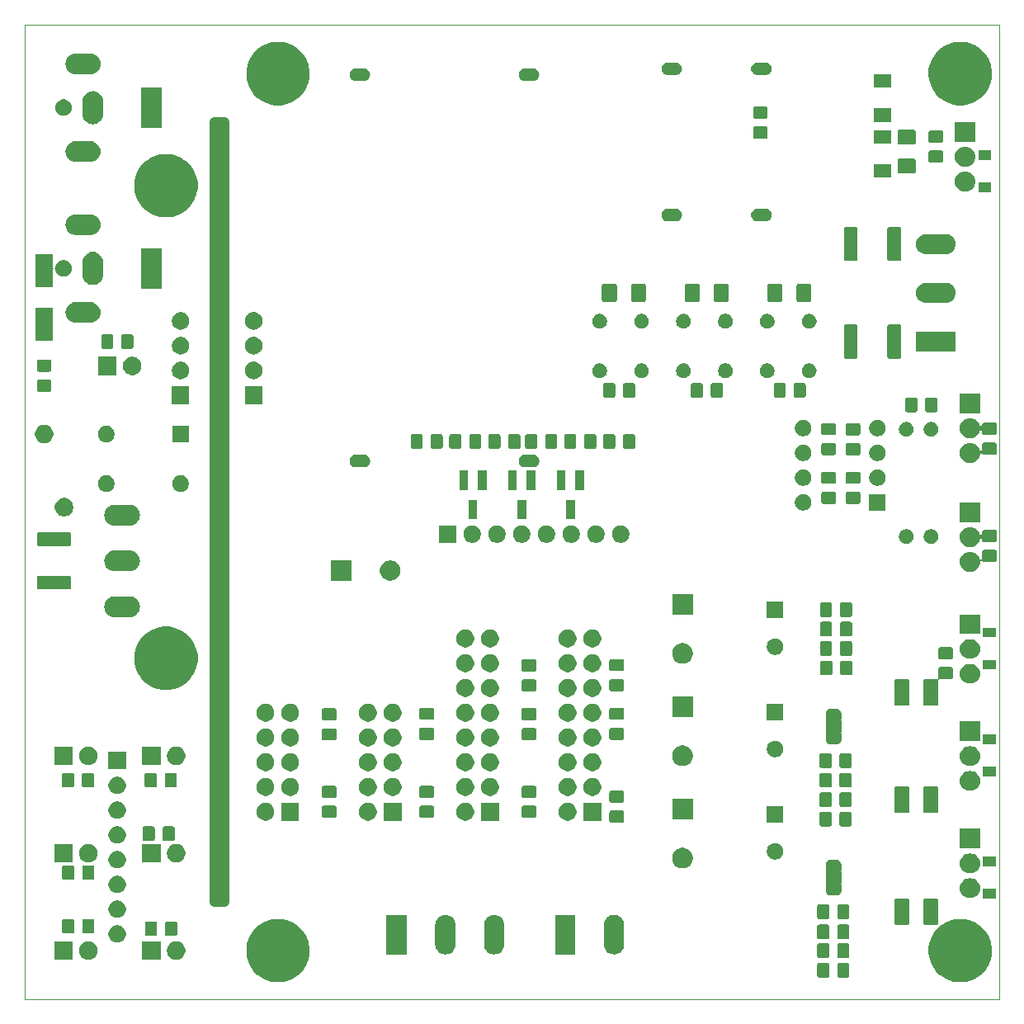
<source format=gbr>
%TF.GenerationSoftware,KiCad,Pcbnew,(5.1.5)-3*%
%TF.CreationDate,2020-03-17T21:32:34+01:00*%
%TF.ProjectId,KicadJE-EuroPowerSupply2-PCB,4b696361-644a-4452-9d45-75726f506f77,Rev A*%
%TF.SameCoordinates,Original*%
%TF.FileFunction,Soldermask,Bot*%
%TF.FilePolarity,Negative*%
%FSLAX46Y46*%
G04 Gerber Fmt 4.6, Leading zero omitted, Abs format (unit mm)*
G04 Created by KiCad (PCBNEW (5.1.5)-3) date 2020-03-17 21:32:34*
%MOMM*%
%LPD*%
G04 APERTURE LIST*
%ADD10C,1.000000*%
%ADD11C,0.050000*%
%ADD12C,0.150000*%
G04 APERTURE END LIST*
D10*
X69500000Y-60000000D02*
X70500000Y-60000000D01*
X69500000Y-140000000D02*
X70500000Y-140000000D01*
X70500000Y-60000000D02*
X70500000Y-140000000D01*
X69500000Y-60000000D02*
X69500000Y-140000000D01*
D11*
X50000000Y-150000000D02*
X50000000Y-50000000D01*
X150000000Y-150000000D02*
X50000000Y-150000000D01*
X150000000Y-50000000D02*
X150000000Y-150000000D01*
X50000000Y-50000000D02*
X150000000Y-50000000D01*
D12*
G36*
X76550795Y-141794869D02*
G01*
X76948282Y-141873934D01*
X77539926Y-142119001D01*
X77929041Y-142379000D01*
X78072391Y-142474783D01*
X78525217Y-142927609D01*
X78573367Y-142999671D01*
X78880999Y-143460074D01*
X79126066Y-144051718D01*
X79174432Y-144294869D01*
X79251000Y-144679803D01*
X79251000Y-145320197D01*
X79219446Y-145478827D01*
X79126066Y-145948282D01*
X78880999Y-146539926D01*
X78633265Y-146910685D01*
X78525217Y-147072391D01*
X78072391Y-147525217D01*
X78045269Y-147543339D01*
X77539926Y-147880999D01*
X76948282Y-148126066D01*
X76634239Y-148188533D01*
X76320197Y-148251000D01*
X75679803Y-148251000D01*
X75365761Y-148188533D01*
X75051718Y-148126066D01*
X74460074Y-147880999D01*
X73954731Y-147543339D01*
X73927609Y-147525217D01*
X73474783Y-147072391D01*
X73366735Y-146910685D01*
X73119001Y-146539926D01*
X72873934Y-145948282D01*
X72780554Y-145478827D01*
X72749000Y-145320197D01*
X72749000Y-144679803D01*
X72825568Y-144294869D01*
X72873934Y-144051718D01*
X73119001Y-143460074D01*
X73426633Y-142999671D01*
X73474783Y-142927609D01*
X73927609Y-142474783D01*
X74070959Y-142379000D01*
X74460074Y-142119001D01*
X75051718Y-141873934D01*
X75449205Y-141794869D01*
X75679803Y-141749000D01*
X76320197Y-141749000D01*
X76550795Y-141794869D01*
G37*
G36*
X146550795Y-141794869D02*
G01*
X146948282Y-141873934D01*
X147539926Y-142119001D01*
X147929041Y-142379000D01*
X148072391Y-142474783D01*
X148525217Y-142927609D01*
X148573367Y-142999671D01*
X148880999Y-143460074D01*
X149126066Y-144051718D01*
X149174432Y-144294869D01*
X149251000Y-144679803D01*
X149251000Y-145320197D01*
X149219446Y-145478827D01*
X149126066Y-145948282D01*
X148880999Y-146539926D01*
X148633265Y-146910685D01*
X148525217Y-147072391D01*
X148072391Y-147525217D01*
X148045269Y-147543339D01*
X147539926Y-147880999D01*
X146948282Y-148126066D01*
X146634239Y-148188533D01*
X146320197Y-148251000D01*
X145679803Y-148251000D01*
X145365761Y-148188533D01*
X145051718Y-148126066D01*
X144460074Y-147880999D01*
X143954731Y-147543339D01*
X143927609Y-147525217D01*
X143474783Y-147072391D01*
X143366735Y-146910685D01*
X143119001Y-146539926D01*
X142873934Y-145948282D01*
X142780554Y-145478827D01*
X142749000Y-145320197D01*
X142749000Y-144679803D01*
X142825568Y-144294869D01*
X142873934Y-144051718D01*
X143119001Y-143460074D01*
X143426633Y-142999671D01*
X143474783Y-142927609D01*
X143927609Y-142474783D01*
X144070959Y-142379000D01*
X144460074Y-142119001D01*
X145051718Y-141873934D01*
X145449205Y-141794869D01*
X145679803Y-141749000D01*
X146320197Y-141749000D01*
X146550795Y-141794869D01*
G37*
G36*
X134463674Y-146253465D02*
G01*
X134501367Y-146264899D01*
X134536103Y-146283466D01*
X134566548Y-146308452D01*
X134591534Y-146338897D01*
X134610101Y-146373633D01*
X134621535Y-146411326D01*
X134626000Y-146456661D01*
X134626000Y-147543339D01*
X134621535Y-147588674D01*
X134610101Y-147626367D01*
X134591534Y-147661103D01*
X134566548Y-147691548D01*
X134536103Y-147716534D01*
X134501367Y-147735101D01*
X134463674Y-147746535D01*
X134418339Y-147751000D01*
X133581661Y-147751000D01*
X133536326Y-147746535D01*
X133498633Y-147735101D01*
X133463897Y-147716534D01*
X133433452Y-147691548D01*
X133408466Y-147661103D01*
X133389899Y-147626367D01*
X133378465Y-147588674D01*
X133374000Y-147543339D01*
X133374000Y-146456661D01*
X133378465Y-146411326D01*
X133389899Y-146373633D01*
X133408466Y-146338897D01*
X133433452Y-146308452D01*
X133463897Y-146283466D01*
X133498633Y-146264899D01*
X133536326Y-146253465D01*
X133581661Y-146249000D01*
X134418339Y-146249000D01*
X134463674Y-146253465D01*
G37*
G36*
X132413674Y-146253465D02*
G01*
X132451367Y-146264899D01*
X132486103Y-146283466D01*
X132516548Y-146308452D01*
X132541534Y-146338897D01*
X132560101Y-146373633D01*
X132571535Y-146411326D01*
X132576000Y-146456661D01*
X132576000Y-147543339D01*
X132571535Y-147588674D01*
X132560101Y-147626367D01*
X132541534Y-147661103D01*
X132516548Y-147691548D01*
X132486103Y-147716534D01*
X132451367Y-147735101D01*
X132413674Y-147746535D01*
X132368339Y-147751000D01*
X131531661Y-147751000D01*
X131486326Y-147746535D01*
X131448633Y-147735101D01*
X131413897Y-147716534D01*
X131383452Y-147691548D01*
X131358466Y-147661103D01*
X131339899Y-147626367D01*
X131328465Y-147588674D01*
X131324000Y-147543339D01*
X131324000Y-146456661D01*
X131328465Y-146411326D01*
X131339899Y-146373633D01*
X131358466Y-146338897D01*
X131383452Y-146308452D01*
X131413897Y-146283466D01*
X131448633Y-146264899D01*
X131486326Y-146253465D01*
X131531661Y-146249000D01*
X132368339Y-146249000D01*
X132413674Y-146253465D01*
G37*
G36*
X54951000Y-145951000D02*
G01*
X53049000Y-145951000D01*
X53049000Y-144049000D01*
X54951000Y-144049000D01*
X54951000Y-145951000D01*
G37*
G36*
X65817395Y-144085546D02*
G01*
X65990466Y-144157234D01*
X65990467Y-144157235D01*
X66146227Y-144261310D01*
X66278690Y-144393773D01*
X66290418Y-144411326D01*
X66382766Y-144549534D01*
X66454454Y-144722605D01*
X66491000Y-144906333D01*
X66491000Y-145093667D01*
X66454454Y-145277395D01*
X66382766Y-145450466D01*
X66382765Y-145450467D01*
X66278690Y-145606227D01*
X66146227Y-145738690D01*
X66067818Y-145791081D01*
X65990466Y-145842766D01*
X65817395Y-145914454D01*
X65633667Y-145951000D01*
X65446333Y-145951000D01*
X65262605Y-145914454D01*
X65089534Y-145842766D01*
X65012182Y-145791081D01*
X64933773Y-145738690D01*
X64801310Y-145606227D01*
X64697235Y-145450467D01*
X64697234Y-145450466D01*
X64625546Y-145277395D01*
X64589000Y-145093667D01*
X64589000Y-144906333D01*
X64625546Y-144722605D01*
X64697234Y-144549534D01*
X64789582Y-144411326D01*
X64801310Y-144393773D01*
X64933773Y-144261310D01*
X65089533Y-144157235D01*
X65089534Y-144157234D01*
X65262605Y-144085546D01*
X65446333Y-144049000D01*
X65633667Y-144049000D01*
X65817395Y-144085546D01*
G37*
G36*
X63951000Y-145951000D02*
G01*
X62049000Y-145951000D01*
X62049000Y-144049000D01*
X63951000Y-144049000D01*
X63951000Y-145951000D01*
G37*
G36*
X56817395Y-144085546D02*
G01*
X56990466Y-144157234D01*
X56990467Y-144157235D01*
X57146227Y-144261310D01*
X57278690Y-144393773D01*
X57290418Y-144411326D01*
X57382766Y-144549534D01*
X57454454Y-144722605D01*
X57491000Y-144906333D01*
X57491000Y-145093667D01*
X57454454Y-145277395D01*
X57382766Y-145450466D01*
X57382765Y-145450467D01*
X57278690Y-145606227D01*
X57146227Y-145738690D01*
X57067818Y-145791081D01*
X56990466Y-145842766D01*
X56817395Y-145914454D01*
X56633667Y-145951000D01*
X56446333Y-145951000D01*
X56262605Y-145914454D01*
X56089534Y-145842766D01*
X56012182Y-145791081D01*
X55933773Y-145738690D01*
X55801310Y-145606227D01*
X55697235Y-145450467D01*
X55697234Y-145450466D01*
X55625546Y-145277395D01*
X55589000Y-145093667D01*
X55589000Y-144906333D01*
X55625546Y-144722605D01*
X55697234Y-144549534D01*
X55789582Y-144411326D01*
X55801310Y-144393773D01*
X55933773Y-144261310D01*
X56089533Y-144157235D01*
X56089534Y-144157234D01*
X56262605Y-144085546D01*
X56446333Y-144049000D01*
X56633667Y-144049000D01*
X56817395Y-144085546D01*
G37*
G36*
X132413674Y-144253465D02*
G01*
X132451367Y-144264899D01*
X132486103Y-144283466D01*
X132516548Y-144308452D01*
X132541534Y-144338897D01*
X132560101Y-144373633D01*
X132571535Y-144411326D01*
X132576000Y-144456661D01*
X132576000Y-145543339D01*
X132571535Y-145588674D01*
X132560101Y-145626367D01*
X132541534Y-145661103D01*
X132516548Y-145691548D01*
X132486103Y-145716534D01*
X132451367Y-145735101D01*
X132413674Y-145746535D01*
X132368339Y-145751000D01*
X131531661Y-145751000D01*
X131486326Y-145746535D01*
X131448633Y-145735101D01*
X131413897Y-145716534D01*
X131383452Y-145691548D01*
X131358466Y-145661103D01*
X131339899Y-145626367D01*
X131328465Y-145588674D01*
X131324000Y-145543339D01*
X131324000Y-144456661D01*
X131328465Y-144411326D01*
X131339899Y-144373633D01*
X131358466Y-144338897D01*
X131383452Y-144308452D01*
X131413897Y-144283466D01*
X131448633Y-144264899D01*
X131486326Y-144253465D01*
X131531661Y-144249000D01*
X132368339Y-144249000D01*
X132413674Y-144253465D01*
G37*
G36*
X134463674Y-144253465D02*
G01*
X134501367Y-144264899D01*
X134536103Y-144283466D01*
X134566548Y-144308452D01*
X134591534Y-144338897D01*
X134610101Y-144373633D01*
X134621535Y-144411326D01*
X134626000Y-144456661D01*
X134626000Y-145543339D01*
X134621535Y-145588674D01*
X134610101Y-145626367D01*
X134591534Y-145661103D01*
X134566548Y-145691548D01*
X134536103Y-145716534D01*
X134501367Y-145735101D01*
X134463674Y-145746535D01*
X134418339Y-145751000D01*
X133581661Y-145751000D01*
X133536326Y-145746535D01*
X133498633Y-145735101D01*
X133463897Y-145716534D01*
X133433452Y-145691548D01*
X133408466Y-145661103D01*
X133389899Y-145626367D01*
X133378465Y-145588674D01*
X133374000Y-145543339D01*
X133374000Y-144456661D01*
X133378465Y-144411326D01*
X133389899Y-144373633D01*
X133408466Y-144338897D01*
X133433452Y-144308452D01*
X133463897Y-144283466D01*
X133498633Y-144264899D01*
X133536326Y-144253465D01*
X133581661Y-144249000D01*
X134418339Y-144249000D01*
X134463674Y-144253465D01*
G37*
G36*
X98379072Y-141339064D02*
G01*
X98575301Y-141398590D01*
X98756147Y-141495254D01*
X98797438Y-141529141D01*
X98914661Y-141625341D01*
X99044749Y-141783856D01*
X99112883Y-141911326D01*
X99141412Y-141964700D01*
X99200938Y-142160929D01*
X99216001Y-142313869D01*
X99216001Y-144396133D01*
X99200938Y-144549073D01*
X99141412Y-144745302D01*
X99141411Y-144745304D01*
X99044749Y-144926146D01*
X98914661Y-145084661D01*
X98756146Y-145214749D01*
X98594011Y-145301412D01*
X98575302Y-145311412D01*
X98379073Y-145370938D01*
X98175001Y-145391037D01*
X97970930Y-145370938D01*
X97774701Y-145311412D01*
X97755992Y-145301412D01*
X97593857Y-145214749D01*
X97435342Y-145084661D01*
X97305254Y-144926146D01*
X97208592Y-144745304D01*
X97208591Y-144745302D01*
X97149065Y-144549073D01*
X97134002Y-144396133D01*
X97134001Y-142313870D01*
X97134136Y-142312504D01*
X97146880Y-142183105D01*
X97149064Y-142160930D01*
X97208590Y-141964701D01*
X97305254Y-141783855D01*
X97349220Y-141730282D01*
X97435341Y-141625341D01*
X97593856Y-141495253D01*
X97774698Y-141398591D01*
X97774700Y-141398590D01*
X97970929Y-141339064D01*
X98175001Y-141318965D01*
X98379072Y-141339064D01*
G37*
G36*
X93379072Y-141339064D02*
G01*
X93575301Y-141398590D01*
X93756147Y-141495254D01*
X93797438Y-141529141D01*
X93914661Y-141625341D01*
X94044749Y-141783856D01*
X94112883Y-141911326D01*
X94141412Y-141964700D01*
X94200938Y-142160929D01*
X94216001Y-142313869D01*
X94216001Y-144396133D01*
X94200938Y-144549073D01*
X94141412Y-144745302D01*
X94141411Y-144745304D01*
X94044749Y-144926146D01*
X93914661Y-145084661D01*
X93756146Y-145214749D01*
X93594011Y-145301412D01*
X93575302Y-145311412D01*
X93379073Y-145370938D01*
X93175001Y-145391037D01*
X92970930Y-145370938D01*
X92774701Y-145311412D01*
X92755992Y-145301412D01*
X92593857Y-145214749D01*
X92435342Y-145084661D01*
X92305254Y-144926146D01*
X92208592Y-144745304D01*
X92208591Y-144745302D01*
X92149065Y-144549073D01*
X92134002Y-144396133D01*
X92134001Y-142313870D01*
X92134136Y-142312504D01*
X92146880Y-142183105D01*
X92149064Y-142160930D01*
X92208590Y-141964701D01*
X92305254Y-141783855D01*
X92349220Y-141730282D01*
X92435341Y-141625341D01*
X92593856Y-141495253D01*
X92774698Y-141398591D01*
X92774700Y-141398590D01*
X92970929Y-141339064D01*
X93175001Y-141318965D01*
X93379072Y-141339064D01*
G37*
G36*
X89216001Y-145386001D02*
G01*
X87134001Y-145386001D01*
X87134001Y-141324001D01*
X89216001Y-141324001D01*
X89216001Y-145386001D01*
G37*
G36*
X110679072Y-141329064D02*
G01*
X110875301Y-141388590D01*
X111056147Y-141485254D01*
X111068332Y-141495254D01*
X111214661Y-141615341D01*
X111344749Y-141773856D01*
X111398081Y-141873633D01*
X111441412Y-141954700D01*
X111500938Y-142150929D01*
X111516001Y-142303869D01*
X111516001Y-144386133D01*
X111500938Y-144539073D01*
X111441412Y-144735302D01*
X111441411Y-144735304D01*
X111344749Y-144916146D01*
X111214661Y-145074661D01*
X111056146Y-145204749D01*
X110920233Y-145277396D01*
X110875302Y-145301412D01*
X110679073Y-145360938D01*
X110475001Y-145381037D01*
X110270930Y-145360938D01*
X110074701Y-145301412D01*
X110029770Y-145277396D01*
X109893857Y-145204749D01*
X109735342Y-145074661D01*
X109605254Y-144916146D01*
X109508592Y-144735304D01*
X109508591Y-144735302D01*
X109449065Y-144539073D01*
X109434002Y-144386133D01*
X109434001Y-142303870D01*
X109449064Y-142150930D01*
X109508590Y-141954701D01*
X109605254Y-141773855D01*
X109672801Y-141691548D01*
X109735341Y-141615341D01*
X109893856Y-141485253D01*
X110074698Y-141388591D01*
X110074700Y-141388590D01*
X110270929Y-141329064D01*
X110475001Y-141308965D01*
X110679072Y-141329064D01*
G37*
G36*
X106516001Y-145376001D02*
G01*
X104434001Y-145376001D01*
X104434001Y-141314001D01*
X106516001Y-141314001D01*
X106516001Y-145376001D01*
G37*
G36*
X59611118Y-142383451D02*
G01*
X59762812Y-142413624D01*
X59926784Y-142481544D01*
X60074354Y-142580147D01*
X60199853Y-142705646D01*
X60298456Y-142853216D01*
X60366376Y-143017188D01*
X60401000Y-143191259D01*
X60401000Y-143368741D01*
X60366376Y-143542812D01*
X60298456Y-143706784D01*
X60199853Y-143854354D01*
X60074354Y-143979853D01*
X59926784Y-144078456D01*
X59762812Y-144146376D01*
X59613512Y-144176073D01*
X59588742Y-144181000D01*
X59411258Y-144181000D01*
X59386488Y-144176073D01*
X59237188Y-144146376D01*
X59073216Y-144078456D01*
X58925646Y-143979853D01*
X58800147Y-143854354D01*
X58701544Y-143706784D01*
X58633624Y-143542812D01*
X58599000Y-143368741D01*
X58599000Y-143191259D01*
X58633624Y-143017188D01*
X58701544Y-142853216D01*
X58800147Y-142705646D01*
X58925646Y-142580147D01*
X59073216Y-142481544D01*
X59237188Y-142413624D01*
X59388882Y-142383451D01*
X59411258Y-142379000D01*
X59588742Y-142379000D01*
X59611118Y-142383451D01*
G37*
G36*
X132413674Y-142328464D02*
G01*
X132451367Y-142339898D01*
X132486103Y-142358465D01*
X132516548Y-142383451D01*
X132541534Y-142413896D01*
X132560101Y-142448632D01*
X132571535Y-142486325D01*
X132576000Y-142531660D01*
X132576000Y-143618338D01*
X132571535Y-143663673D01*
X132560101Y-143701366D01*
X132541534Y-143736102D01*
X132516548Y-143766547D01*
X132486103Y-143791533D01*
X132451367Y-143810100D01*
X132413674Y-143821534D01*
X132368339Y-143825999D01*
X131531661Y-143825999D01*
X131486326Y-143821534D01*
X131448633Y-143810100D01*
X131413897Y-143791533D01*
X131383452Y-143766547D01*
X131358466Y-143736102D01*
X131339899Y-143701366D01*
X131328465Y-143663673D01*
X131324000Y-143618338D01*
X131324000Y-142531660D01*
X131328465Y-142486325D01*
X131339899Y-142448632D01*
X131358466Y-142413896D01*
X131383452Y-142383451D01*
X131413897Y-142358465D01*
X131448633Y-142339898D01*
X131486326Y-142328464D01*
X131531661Y-142323999D01*
X132368339Y-142323999D01*
X132413674Y-142328464D01*
G37*
G36*
X134463674Y-142328464D02*
G01*
X134501367Y-142339898D01*
X134536103Y-142358465D01*
X134566548Y-142383451D01*
X134591534Y-142413896D01*
X134610101Y-142448632D01*
X134621535Y-142486325D01*
X134626000Y-142531660D01*
X134626000Y-143618338D01*
X134621535Y-143663673D01*
X134610101Y-143701366D01*
X134591534Y-143736102D01*
X134566548Y-143766547D01*
X134536103Y-143791533D01*
X134501367Y-143810100D01*
X134463674Y-143821534D01*
X134418339Y-143825999D01*
X133581661Y-143825999D01*
X133536326Y-143821534D01*
X133498633Y-143810100D01*
X133463897Y-143791533D01*
X133433452Y-143766547D01*
X133408466Y-143736102D01*
X133389899Y-143701366D01*
X133378465Y-143663673D01*
X133374000Y-143618338D01*
X133374000Y-142531660D01*
X133378465Y-142486325D01*
X133389899Y-142448632D01*
X133408466Y-142413896D01*
X133433452Y-142383451D01*
X133463897Y-142358465D01*
X133498633Y-142339898D01*
X133536326Y-142328464D01*
X133581661Y-142323999D01*
X134418339Y-142323999D01*
X134463674Y-142328464D01*
G37*
G36*
X63438674Y-142003465D02*
G01*
X63476367Y-142014899D01*
X63511103Y-142033466D01*
X63541548Y-142058452D01*
X63566534Y-142088897D01*
X63585101Y-142123633D01*
X63596535Y-142161326D01*
X63601000Y-142206661D01*
X63601000Y-143293339D01*
X63596535Y-143338674D01*
X63585101Y-143376367D01*
X63566534Y-143411103D01*
X63541548Y-143441548D01*
X63511103Y-143466534D01*
X63476367Y-143485101D01*
X63438674Y-143496535D01*
X63393339Y-143501000D01*
X62556661Y-143501000D01*
X62511326Y-143496535D01*
X62473633Y-143485101D01*
X62438897Y-143466534D01*
X62408452Y-143441548D01*
X62383466Y-143411103D01*
X62364899Y-143376367D01*
X62353465Y-143338674D01*
X62349000Y-143293339D01*
X62349000Y-142206661D01*
X62353465Y-142161326D01*
X62364899Y-142123633D01*
X62383466Y-142088897D01*
X62408452Y-142058452D01*
X62438897Y-142033466D01*
X62473633Y-142014899D01*
X62511326Y-142003465D01*
X62556661Y-141999000D01*
X63393339Y-141999000D01*
X63438674Y-142003465D01*
G37*
G36*
X65488674Y-142003465D02*
G01*
X65526367Y-142014899D01*
X65561103Y-142033466D01*
X65591548Y-142058452D01*
X65616534Y-142088897D01*
X65635101Y-142123633D01*
X65646535Y-142161326D01*
X65651000Y-142206661D01*
X65651000Y-143293339D01*
X65646535Y-143338674D01*
X65635101Y-143376367D01*
X65616534Y-143411103D01*
X65591548Y-143441548D01*
X65561103Y-143466534D01*
X65526367Y-143485101D01*
X65488674Y-143496535D01*
X65443339Y-143501000D01*
X64606661Y-143501000D01*
X64561326Y-143496535D01*
X64523633Y-143485101D01*
X64488897Y-143466534D01*
X64458452Y-143441548D01*
X64433466Y-143411103D01*
X64414899Y-143376367D01*
X64403465Y-143338674D01*
X64399000Y-143293339D01*
X64399000Y-142206661D01*
X64403465Y-142161326D01*
X64414899Y-142123633D01*
X64433466Y-142088897D01*
X64458452Y-142058452D01*
X64488897Y-142033466D01*
X64523633Y-142014899D01*
X64561326Y-142003465D01*
X64606661Y-141999000D01*
X65443339Y-141999000D01*
X65488674Y-142003465D01*
G37*
G36*
X54938674Y-141753465D02*
G01*
X54976367Y-141764899D01*
X55011103Y-141783466D01*
X55041548Y-141808452D01*
X55066534Y-141838897D01*
X55085101Y-141873633D01*
X55096535Y-141911326D01*
X55101000Y-141956661D01*
X55101000Y-143043339D01*
X55096535Y-143088674D01*
X55085101Y-143126367D01*
X55066534Y-143161103D01*
X55041548Y-143191548D01*
X55011103Y-143216534D01*
X54976367Y-143235101D01*
X54938674Y-143246535D01*
X54893339Y-143251000D01*
X54056661Y-143251000D01*
X54011326Y-143246535D01*
X53973633Y-143235101D01*
X53938897Y-143216534D01*
X53908452Y-143191548D01*
X53883466Y-143161103D01*
X53864899Y-143126367D01*
X53853465Y-143088674D01*
X53849000Y-143043339D01*
X53849000Y-141956661D01*
X53853465Y-141911326D01*
X53864899Y-141873633D01*
X53883466Y-141838897D01*
X53908452Y-141808452D01*
X53938897Y-141783466D01*
X53973633Y-141764899D01*
X54011326Y-141753465D01*
X54056661Y-141749000D01*
X54893339Y-141749000D01*
X54938674Y-141753465D01*
G37*
G36*
X56988674Y-141753465D02*
G01*
X57026367Y-141764899D01*
X57061103Y-141783466D01*
X57091548Y-141808452D01*
X57116534Y-141838897D01*
X57135101Y-141873633D01*
X57146535Y-141911326D01*
X57151000Y-141956661D01*
X57151000Y-143043339D01*
X57146535Y-143088674D01*
X57135101Y-143126367D01*
X57116534Y-143161103D01*
X57091548Y-143191548D01*
X57061103Y-143216534D01*
X57026367Y-143235101D01*
X56988674Y-143246535D01*
X56943339Y-143251000D01*
X56106661Y-143251000D01*
X56061326Y-143246535D01*
X56023633Y-143235101D01*
X55988897Y-143216534D01*
X55958452Y-143191548D01*
X55933466Y-143161103D01*
X55914899Y-143126367D01*
X55903465Y-143088674D01*
X55899000Y-143043339D01*
X55899000Y-141956661D01*
X55903465Y-141911326D01*
X55914899Y-141873633D01*
X55933466Y-141838897D01*
X55958452Y-141808452D01*
X55988897Y-141783466D01*
X56023633Y-141764899D01*
X56061326Y-141753465D01*
X56106661Y-141749000D01*
X56943339Y-141749000D01*
X56988674Y-141753465D01*
G37*
G36*
X143600562Y-139628181D02*
G01*
X143635481Y-139638774D01*
X143667663Y-139655976D01*
X143695873Y-139679127D01*
X143719024Y-139707337D01*
X143736226Y-139739519D01*
X143746819Y-139774438D01*
X143751000Y-139816895D01*
X143751000Y-142183105D01*
X143746819Y-142225562D01*
X143736226Y-142260481D01*
X143719024Y-142292663D01*
X143695873Y-142320873D01*
X143667663Y-142344024D01*
X143635481Y-142361226D01*
X143600562Y-142371819D01*
X143558105Y-142376000D01*
X142416895Y-142376000D01*
X142374438Y-142371819D01*
X142339519Y-142361226D01*
X142307337Y-142344024D01*
X142279127Y-142320873D01*
X142255976Y-142292663D01*
X142238774Y-142260481D01*
X142228181Y-142225562D01*
X142224000Y-142183105D01*
X142224000Y-139816895D01*
X142228181Y-139774438D01*
X142238774Y-139739519D01*
X142255976Y-139707337D01*
X142279127Y-139679127D01*
X142307337Y-139655976D01*
X142339519Y-139638774D01*
X142374438Y-139628181D01*
X142416895Y-139624000D01*
X143558105Y-139624000D01*
X143600562Y-139628181D01*
G37*
G36*
X140625562Y-139628181D02*
G01*
X140660481Y-139638774D01*
X140692663Y-139655976D01*
X140720873Y-139679127D01*
X140744024Y-139707337D01*
X140761226Y-139739519D01*
X140771819Y-139774438D01*
X140776000Y-139816895D01*
X140776000Y-142183105D01*
X140771819Y-142225562D01*
X140761226Y-142260481D01*
X140744024Y-142292663D01*
X140720873Y-142320873D01*
X140692663Y-142344024D01*
X140660481Y-142361226D01*
X140625562Y-142371819D01*
X140583105Y-142376000D01*
X139441895Y-142376000D01*
X139399438Y-142371819D01*
X139364519Y-142361226D01*
X139332337Y-142344024D01*
X139304127Y-142320873D01*
X139280976Y-142292663D01*
X139263774Y-142260481D01*
X139253181Y-142225562D01*
X139249000Y-142183105D01*
X139249000Y-139816895D01*
X139253181Y-139774438D01*
X139263774Y-139739519D01*
X139280976Y-139707337D01*
X139304127Y-139679127D01*
X139332337Y-139655976D01*
X139364519Y-139638774D01*
X139399438Y-139628181D01*
X139441895Y-139624000D01*
X140583105Y-139624000D01*
X140625562Y-139628181D01*
G37*
G36*
X134463674Y-140253465D02*
G01*
X134501367Y-140264899D01*
X134536103Y-140283466D01*
X134566548Y-140308452D01*
X134591534Y-140338897D01*
X134610101Y-140373633D01*
X134621535Y-140411326D01*
X134626000Y-140456661D01*
X134626000Y-141543339D01*
X134621535Y-141588674D01*
X134610101Y-141626367D01*
X134591534Y-141661103D01*
X134566548Y-141691548D01*
X134536103Y-141716534D01*
X134501367Y-141735101D01*
X134463674Y-141746535D01*
X134418339Y-141751000D01*
X133581661Y-141751000D01*
X133536326Y-141746535D01*
X133498633Y-141735101D01*
X133463897Y-141716534D01*
X133433452Y-141691548D01*
X133408466Y-141661103D01*
X133389899Y-141626367D01*
X133378465Y-141588674D01*
X133374000Y-141543339D01*
X133374000Y-140456661D01*
X133378465Y-140411326D01*
X133389899Y-140373633D01*
X133408466Y-140338897D01*
X133433452Y-140308452D01*
X133463897Y-140283466D01*
X133498633Y-140264899D01*
X133536326Y-140253465D01*
X133581661Y-140249000D01*
X134418339Y-140249000D01*
X134463674Y-140253465D01*
G37*
G36*
X132413674Y-140253465D02*
G01*
X132451367Y-140264899D01*
X132486103Y-140283466D01*
X132516548Y-140308452D01*
X132541534Y-140338897D01*
X132560101Y-140373633D01*
X132571535Y-140411326D01*
X132576000Y-140456661D01*
X132576000Y-141543339D01*
X132571535Y-141588674D01*
X132560101Y-141626367D01*
X132541534Y-141661103D01*
X132516548Y-141691548D01*
X132486103Y-141716534D01*
X132451367Y-141735101D01*
X132413674Y-141746535D01*
X132368339Y-141751000D01*
X131531661Y-141751000D01*
X131486326Y-141746535D01*
X131448633Y-141735101D01*
X131413897Y-141716534D01*
X131383452Y-141691548D01*
X131358466Y-141661103D01*
X131339899Y-141626367D01*
X131328465Y-141588674D01*
X131324000Y-141543339D01*
X131324000Y-140456661D01*
X131328465Y-140411326D01*
X131339899Y-140373633D01*
X131358466Y-140338897D01*
X131383452Y-140308452D01*
X131413897Y-140283466D01*
X131448633Y-140264899D01*
X131486326Y-140253465D01*
X131531661Y-140249000D01*
X132368339Y-140249000D01*
X132413674Y-140253465D01*
G37*
G36*
X59613512Y-139843927D02*
G01*
X59762812Y-139873624D01*
X59926784Y-139941544D01*
X60074354Y-140040147D01*
X60199853Y-140165646D01*
X60298456Y-140313216D01*
X60366376Y-140477188D01*
X60401000Y-140651259D01*
X60401000Y-140828741D01*
X60366376Y-141002812D01*
X60298456Y-141166784D01*
X60199853Y-141314354D01*
X60074354Y-141439853D01*
X59926784Y-141538456D01*
X59762812Y-141606376D01*
X59613512Y-141636073D01*
X59588742Y-141641000D01*
X59411258Y-141641000D01*
X59386488Y-141636073D01*
X59237188Y-141606376D01*
X59073216Y-141538456D01*
X58925646Y-141439853D01*
X58800147Y-141314354D01*
X58701544Y-141166784D01*
X58633624Y-141002812D01*
X58599000Y-140828741D01*
X58599000Y-140651259D01*
X58633624Y-140477188D01*
X58701544Y-140313216D01*
X58800147Y-140165646D01*
X58925646Y-140040147D01*
X59073216Y-139941544D01*
X59237188Y-139873624D01*
X59386488Y-139843927D01*
X59411258Y-139839000D01*
X59588742Y-139839000D01*
X59613512Y-139843927D01*
G37*
G36*
X149651000Y-139651000D02*
G01*
X148349000Y-139651000D01*
X148349000Y-138649000D01*
X149651000Y-138649000D01*
X149651000Y-139651000D01*
G37*
G36*
X147145936Y-137581340D02*
G01*
X147244220Y-137591020D01*
X147433381Y-137648401D01*
X147607712Y-137741583D01*
X147760515Y-137866985D01*
X147885917Y-138019788D01*
X147979099Y-138194119D01*
X148036480Y-138383280D01*
X148055855Y-138580000D01*
X148036480Y-138776720D01*
X147979099Y-138965881D01*
X147885917Y-139140212D01*
X147760515Y-139293015D01*
X147607712Y-139418417D01*
X147433381Y-139511599D01*
X147244220Y-139568980D01*
X147145936Y-139578660D01*
X147096795Y-139583500D01*
X146903205Y-139583500D01*
X146854064Y-139578660D01*
X146755780Y-139568980D01*
X146566619Y-139511599D01*
X146392288Y-139418417D01*
X146239485Y-139293015D01*
X146114083Y-139140212D01*
X146020901Y-138965881D01*
X145963520Y-138776720D01*
X145944145Y-138580000D01*
X145963520Y-138383280D01*
X146020901Y-138194119D01*
X146114083Y-138019788D01*
X146239485Y-137866985D01*
X146392288Y-137741583D01*
X146566619Y-137648401D01*
X146755780Y-137591020D01*
X146854064Y-137581340D01*
X146903205Y-137576500D01*
X147096795Y-137576500D01*
X147145936Y-137581340D01*
G37*
G36*
X133262199Y-135649954D02*
G01*
X133274450Y-135650556D01*
X133292869Y-135650556D01*
X133315149Y-135652750D01*
X133399233Y-135669476D01*
X133420660Y-135675976D01*
X133499858Y-135708780D01*
X133505303Y-135711691D01*
X133505309Y-135711693D01*
X133514169Y-135716429D01*
X133514173Y-135716432D01*
X133519614Y-135719340D01*
X133590899Y-135766971D01*
X133608204Y-135781172D01*
X133668828Y-135841796D01*
X133683029Y-135859101D01*
X133730660Y-135930386D01*
X133733568Y-135935827D01*
X133733571Y-135935831D01*
X133738307Y-135944691D01*
X133738309Y-135944697D01*
X133741220Y-135950142D01*
X133774024Y-136029340D01*
X133780524Y-136050767D01*
X133797250Y-136134851D01*
X133799444Y-136157131D01*
X133799444Y-136175550D01*
X133800046Y-136187801D01*
X133801852Y-136206139D01*
X133801852Y-136743860D01*
X133800263Y-136759999D01*
X133795855Y-136774528D01*
X133790394Y-136787711D01*
X133785612Y-136811745D01*
X133785611Y-136836249D01*
X133790391Y-136860282D01*
X133799768Y-136882921D01*
X133801000Y-136884765D01*
X133801000Y-138116050D01*
X133794525Y-138128164D01*
X133787412Y-138151613D01*
X133785010Y-138175999D01*
X133787412Y-138200385D01*
X133794525Y-138223834D01*
X133796848Y-138228746D01*
X133800263Y-138240001D01*
X133801852Y-138256140D01*
X133801852Y-138793862D01*
X133800046Y-138812199D01*
X133799444Y-138824450D01*
X133799444Y-138842869D01*
X133797250Y-138865149D01*
X133780524Y-138949233D01*
X133774024Y-138970660D01*
X133741220Y-139049858D01*
X133738309Y-139055303D01*
X133738307Y-139055309D01*
X133733571Y-139064169D01*
X133733568Y-139064173D01*
X133730660Y-139069614D01*
X133683029Y-139140899D01*
X133668828Y-139158204D01*
X133608204Y-139218828D01*
X133590899Y-139233029D01*
X133519614Y-139280660D01*
X133514173Y-139283568D01*
X133514169Y-139283571D01*
X133505309Y-139288307D01*
X133505303Y-139288309D01*
X133499858Y-139291220D01*
X133420660Y-139324024D01*
X133399233Y-139330524D01*
X133315149Y-139347250D01*
X133292869Y-139349444D01*
X133274450Y-139349444D01*
X133262199Y-139350046D01*
X133243862Y-139351852D01*
X132756138Y-139351852D01*
X132737801Y-139350046D01*
X132725550Y-139349444D01*
X132707131Y-139349444D01*
X132684851Y-139347250D01*
X132600767Y-139330524D01*
X132579340Y-139324024D01*
X132500142Y-139291220D01*
X132494697Y-139288309D01*
X132494691Y-139288307D01*
X132485831Y-139283571D01*
X132485827Y-139283568D01*
X132480386Y-139280660D01*
X132409101Y-139233029D01*
X132391796Y-139218828D01*
X132331172Y-139158204D01*
X132316971Y-139140899D01*
X132269340Y-139069614D01*
X132266432Y-139064173D01*
X132266429Y-139064169D01*
X132261693Y-139055309D01*
X132261691Y-139055303D01*
X132258780Y-139049858D01*
X132225976Y-138970660D01*
X132219476Y-138949233D01*
X132202750Y-138865149D01*
X132200556Y-138842869D01*
X132200556Y-138824450D01*
X132199954Y-138812199D01*
X132198148Y-138793862D01*
X132198148Y-138256140D01*
X132199737Y-138240001D01*
X132204145Y-138225472D01*
X132209606Y-138212289D01*
X132214388Y-138188255D01*
X132214389Y-138163751D01*
X132209609Y-138139718D01*
X132200232Y-138117079D01*
X132199000Y-138115235D01*
X132199000Y-136883950D01*
X132205475Y-136871836D01*
X132212588Y-136848387D01*
X132214990Y-136824001D01*
X132212588Y-136799615D01*
X132205475Y-136776166D01*
X132203152Y-136771254D01*
X132199737Y-136759999D01*
X132198148Y-136743860D01*
X132198148Y-136206139D01*
X132199954Y-136187801D01*
X132200556Y-136175550D01*
X132200556Y-136157131D01*
X132202750Y-136134851D01*
X132219476Y-136050767D01*
X132225976Y-136029340D01*
X132258780Y-135950142D01*
X132261691Y-135944697D01*
X132261693Y-135944691D01*
X132266429Y-135935831D01*
X132266432Y-135935827D01*
X132269340Y-135930386D01*
X132316971Y-135859101D01*
X132331172Y-135841796D01*
X132391796Y-135781172D01*
X132409101Y-135766971D01*
X132480386Y-135719340D01*
X132485827Y-135716432D01*
X132485831Y-135716429D01*
X132494691Y-135711693D01*
X132494697Y-135711691D01*
X132500142Y-135708780D01*
X132579340Y-135675976D01*
X132600767Y-135669476D01*
X132684851Y-135652750D01*
X132707131Y-135650556D01*
X132725550Y-135650556D01*
X132737801Y-135649954D01*
X132756139Y-135648148D01*
X133243861Y-135648148D01*
X133262199Y-135649954D01*
G37*
G36*
X59613512Y-137303927D02*
G01*
X59762812Y-137333624D01*
X59926784Y-137401544D01*
X60074354Y-137500147D01*
X60199853Y-137625646D01*
X60298456Y-137773216D01*
X60366376Y-137937188D01*
X60401000Y-138111259D01*
X60401000Y-138288741D01*
X60366376Y-138462812D01*
X60298456Y-138626784D01*
X60199853Y-138774354D01*
X60074354Y-138899853D01*
X59926784Y-138998456D01*
X59762812Y-139066376D01*
X59613512Y-139096073D01*
X59588742Y-139101000D01*
X59411258Y-139101000D01*
X59386488Y-139096073D01*
X59237188Y-139066376D01*
X59073216Y-138998456D01*
X58925646Y-138899853D01*
X58800147Y-138774354D01*
X58701544Y-138626784D01*
X58633624Y-138462812D01*
X58599000Y-138288741D01*
X58599000Y-138111259D01*
X58633624Y-137937188D01*
X58701544Y-137773216D01*
X58800147Y-137625646D01*
X58925646Y-137500147D01*
X59073216Y-137401544D01*
X59237188Y-137333624D01*
X59386488Y-137303927D01*
X59411258Y-137299000D01*
X59588742Y-137299000D01*
X59613512Y-137303927D01*
G37*
G36*
X56988674Y-136253465D02*
G01*
X57026367Y-136264899D01*
X57061103Y-136283466D01*
X57091548Y-136308452D01*
X57116534Y-136338897D01*
X57135101Y-136373633D01*
X57146535Y-136411326D01*
X57151000Y-136456661D01*
X57151000Y-137543339D01*
X57146535Y-137588674D01*
X57135101Y-137626367D01*
X57116534Y-137661103D01*
X57091548Y-137691548D01*
X57061103Y-137716534D01*
X57026367Y-137735101D01*
X56988674Y-137746535D01*
X56943339Y-137751000D01*
X56106661Y-137751000D01*
X56061326Y-137746535D01*
X56023633Y-137735101D01*
X55988897Y-137716534D01*
X55958452Y-137691548D01*
X55933466Y-137661103D01*
X55914899Y-137626367D01*
X55903465Y-137588674D01*
X55899000Y-137543339D01*
X55899000Y-136456661D01*
X55903465Y-136411326D01*
X55914899Y-136373633D01*
X55933466Y-136338897D01*
X55958452Y-136308452D01*
X55988897Y-136283466D01*
X56023633Y-136264899D01*
X56061326Y-136253465D01*
X56106661Y-136249000D01*
X56943339Y-136249000D01*
X56988674Y-136253465D01*
G37*
G36*
X54938674Y-136253465D02*
G01*
X54976367Y-136264899D01*
X55011103Y-136283466D01*
X55041548Y-136308452D01*
X55066534Y-136338897D01*
X55085101Y-136373633D01*
X55096535Y-136411326D01*
X55101000Y-136456661D01*
X55101000Y-137543339D01*
X55096535Y-137588674D01*
X55085101Y-137626367D01*
X55066534Y-137661103D01*
X55041548Y-137691548D01*
X55011103Y-137716534D01*
X54976367Y-137735101D01*
X54938674Y-137746535D01*
X54893339Y-137751000D01*
X54056661Y-137751000D01*
X54011326Y-137746535D01*
X53973633Y-137735101D01*
X53938897Y-137716534D01*
X53908452Y-137691548D01*
X53883466Y-137661103D01*
X53864899Y-137626367D01*
X53853465Y-137588674D01*
X53849000Y-137543339D01*
X53849000Y-136456661D01*
X53853465Y-136411326D01*
X53864899Y-136373633D01*
X53883466Y-136338897D01*
X53908452Y-136308452D01*
X53938897Y-136283466D01*
X53973633Y-136264899D01*
X54011326Y-136253465D01*
X54056661Y-136249000D01*
X54893339Y-136249000D01*
X54938674Y-136253465D01*
G37*
G36*
X147145936Y-135041340D02*
G01*
X147244220Y-135051020D01*
X147433381Y-135108401D01*
X147607712Y-135201583D01*
X147760515Y-135326985D01*
X147885917Y-135479788D01*
X147979099Y-135654119D01*
X148036480Y-135843280D01*
X148055855Y-136040000D01*
X148036480Y-136236720D01*
X147979099Y-136425881D01*
X147885917Y-136600212D01*
X147760515Y-136753015D01*
X147607712Y-136878417D01*
X147433381Y-136971599D01*
X147244220Y-137028980D01*
X147145936Y-137038660D01*
X147096795Y-137043500D01*
X146903205Y-137043500D01*
X146854064Y-137038660D01*
X146755780Y-137028980D01*
X146566619Y-136971599D01*
X146392288Y-136878417D01*
X146239485Y-136753015D01*
X146114083Y-136600212D01*
X146020901Y-136425881D01*
X145963520Y-136236720D01*
X145944145Y-136040000D01*
X145963520Y-135843280D01*
X146020901Y-135654119D01*
X146114083Y-135479788D01*
X146239485Y-135326985D01*
X146392288Y-135201583D01*
X146566619Y-135108401D01*
X146755780Y-135051020D01*
X146854064Y-135041340D01*
X146903205Y-135036500D01*
X147096795Y-135036500D01*
X147145936Y-135041340D01*
G37*
G36*
X59613512Y-134763927D02*
G01*
X59762812Y-134793624D01*
X59926784Y-134861544D01*
X60074354Y-134960147D01*
X60199853Y-135085646D01*
X60298456Y-135233216D01*
X60366376Y-135397188D01*
X60396073Y-135546488D01*
X60397597Y-135554148D01*
X60401000Y-135571259D01*
X60401000Y-135748741D01*
X60366376Y-135922812D01*
X60298456Y-136086784D01*
X60199853Y-136234354D01*
X60074354Y-136359853D01*
X59926784Y-136458456D01*
X59762812Y-136526376D01*
X59613512Y-136556073D01*
X59588742Y-136561000D01*
X59411258Y-136561000D01*
X59386488Y-136556073D01*
X59237188Y-136526376D01*
X59073216Y-136458456D01*
X58925646Y-136359853D01*
X58800147Y-136234354D01*
X58701544Y-136086784D01*
X58633624Y-135922812D01*
X58599000Y-135748741D01*
X58599000Y-135571259D01*
X58602404Y-135554148D01*
X58603927Y-135546488D01*
X58633624Y-135397188D01*
X58701544Y-135233216D01*
X58800147Y-135085646D01*
X58925646Y-134960147D01*
X59073216Y-134861544D01*
X59237188Y-134793624D01*
X59386488Y-134763927D01*
X59411258Y-134759000D01*
X59588742Y-134759000D01*
X59613512Y-134763927D01*
G37*
G36*
X117806564Y-134489389D02*
G01*
X117957170Y-134551772D01*
X117997835Y-134568616D01*
X118169973Y-134683635D01*
X118316365Y-134830027D01*
X118431385Y-135002167D01*
X118510611Y-135193436D01*
X118551000Y-135396484D01*
X118551000Y-135603516D01*
X118510611Y-135806564D01*
X118459322Y-135930386D01*
X118431384Y-135997835D01*
X118316365Y-136169973D01*
X118169973Y-136316365D01*
X117997835Y-136431384D01*
X117997834Y-136431385D01*
X117997833Y-136431385D01*
X117806564Y-136510611D01*
X117603516Y-136551000D01*
X117396484Y-136551000D01*
X117193436Y-136510611D01*
X117002167Y-136431385D01*
X117002166Y-136431385D01*
X117002165Y-136431384D01*
X116830027Y-136316365D01*
X116683635Y-136169973D01*
X116568616Y-135997835D01*
X116540678Y-135930386D01*
X116489389Y-135806564D01*
X116449000Y-135603516D01*
X116449000Y-135396484D01*
X116489389Y-135193436D01*
X116568615Y-135002167D01*
X116683635Y-134830027D01*
X116830027Y-134683635D01*
X117002165Y-134568616D01*
X117042830Y-134551772D01*
X117193436Y-134489389D01*
X117396484Y-134449000D01*
X117603516Y-134449000D01*
X117806564Y-134489389D01*
G37*
G36*
X149651000Y-136351000D02*
G01*
X148349000Y-136351000D01*
X148349000Y-135349000D01*
X149651000Y-135349000D01*
X149651000Y-136351000D01*
G37*
G36*
X63951000Y-135951000D02*
G01*
X62049000Y-135951000D01*
X62049000Y-134049000D01*
X63951000Y-134049000D01*
X63951000Y-135951000D01*
G37*
G36*
X65817395Y-134085546D02*
G01*
X65990466Y-134157234D01*
X65990467Y-134157235D01*
X66146227Y-134261310D01*
X66278690Y-134393773D01*
X66278691Y-134393775D01*
X66382766Y-134549534D01*
X66454454Y-134722605D01*
X66491000Y-134906333D01*
X66491000Y-135093667D01*
X66454454Y-135277395D01*
X66382766Y-135450466D01*
X66363173Y-135479789D01*
X66278690Y-135606227D01*
X66146227Y-135738690D01*
X66082648Y-135781172D01*
X65990466Y-135842766D01*
X65817395Y-135914454D01*
X65633667Y-135951000D01*
X65446333Y-135951000D01*
X65262605Y-135914454D01*
X65089534Y-135842766D01*
X64997352Y-135781172D01*
X64933773Y-135738690D01*
X64801310Y-135606227D01*
X64716827Y-135479789D01*
X64697234Y-135450466D01*
X64625546Y-135277395D01*
X64589000Y-135093667D01*
X64589000Y-134906333D01*
X64625546Y-134722605D01*
X64697234Y-134549534D01*
X64801309Y-134393775D01*
X64801310Y-134393773D01*
X64933773Y-134261310D01*
X65089533Y-134157235D01*
X65089534Y-134157234D01*
X65262605Y-134085546D01*
X65446333Y-134049000D01*
X65633667Y-134049000D01*
X65817395Y-134085546D01*
G37*
G36*
X56817395Y-134085546D02*
G01*
X56990466Y-134157234D01*
X56990467Y-134157235D01*
X57146227Y-134261310D01*
X57278690Y-134393773D01*
X57278691Y-134393775D01*
X57382766Y-134549534D01*
X57454454Y-134722605D01*
X57491000Y-134906333D01*
X57491000Y-135093667D01*
X57454454Y-135277395D01*
X57382766Y-135450466D01*
X57363173Y-135479789D01*
X57278690Y-135606227D01*
X57146227Y-135738690D01*
X57082648Y-135781172D01*
X56990466Y-135842766D01*
X56817395Y-135914454D01*
X56633667Y-135951000D01*
X56446333Y-135951000D01*
X56262605Y-135914454D01*
X56089534Y-135842766D01*
X55997352Y-135781172D01*
X55933773Y-135738690D01*
X55801310Y-135606227D01*
X55716827Y-135479789D01*
X55697234Y-135450466D01*
X55625546Y-135277395D01*
X55589000Y-135093667D01*
X55589000Y-134906333D01*
X55625546Y-134722605D01*
X55697234Y-134549534D01*
X55801309Y-134393775D01*
X55801310Y-134393773D01*
X55933773Y-134261310D01*
X56089533Y-134157235D01*
X56089534Y-134157234D01*
X56262605Y-134085546D01*
X56446333Y-134049000D01*
X56633667Y-134049000D01*
X56817395Y-134085546D01*
G37*
G36*
X54951000Y-135951000D02*
G01*
X53049000Y-135951000D01*
X53049000Y-134049000D01*
X54951000Y-134049000D01*
X54951000Y-135951000D01*
G37*
G36*
X127248228Y-133981703D02*
G01*
X127403100Y-134045853D01*
X127542481Y-134138985D01*
X127661015Y-134257519D01*
X127754147Y-134396900D01*
X127818297Y-134551772D01*
X127851000Y-134716184D01*
X127851000Y-134883816D01*
X127818297Y-135048228D01*
X127754147Y-135203100D01*
X127661015Y-135342481D01*
X127542481Y-135461015D01*
X127403100Y-135554147D01*
X127248228Y-135618297D01*
X127083816Y-135651000D01*
X126916184Y-135651000D01*
X126751772Y-135618297D01*
X126596900Y-135554147D01*
X126457519Y-135461015D01*
X126338985Y-135342481D01*
X126245853Y-135203100D01*
X126181703Y-135048228D01*
X126149000Y-134883816D01*
X126149000Y-134716184D01*
X126181703Y-134551772D01*
X126245853Y-134396900D01*
X126338985Y-134257519D01*
X126457519Y-134138985D01*
X126596900Y-134045853D01*
X126751772Y-133981703D01*
X126916184Y-133949000D01*
X127083816Y-133949000D01*
X127248228Y-133981703D01*
G37*
G36*
X148051000Y-134503500D02*
G01*
X145949000Y-134503500D01*
X145949000Y-132496500D01*
X148051000Y-132496500D01*
X148051000Y-134503500D01*
G37*
G36*
X59613512Y-132223927D02*
G01*
X59762812Y-132253624D01*
X59926784Y-132321544D01*
X60074354Y-132420147D01*
X60199853Y-132545646D01*
X60298456Y-132693216D01*
X60366376Y-132857188D01*
X60401000Y-133031259D01*
X60401000Y-133208741D01*
X60366376Y-133382812D01*
X60298456Y-133546784D01*
X60199853Y-133694354D01*
X60074354Y-133819853D01*
X59926784Y-133918456D01*
X59762812Y-133986376D01*
X59613512Y-134016073D01*
X59588742Y-134021000D01*
X59411258Y-134021000D01*
X59386488Y-134016073D01*
X59237188Y-133986376D01*
X59073216Y-133918456D01*
X58925646Y-133819853D01*
X58800147Y-133694354D01*
X58701544Y-133546784D01*
X58633624Y-133382812D01*
X58599000Y-133208741D01*
X58599000Y-133031259D01*
X58633624Y-132857188D01*
X58701544Y-132693216D01*
X58800147Y-132545646D01*
X58925646Y-132420147D01*
X59073216Y-132321544D01*
X59237188Y-132253624D01*
X59386488Y-132223927D01*
X59411258Y-132219000D01*
X59588742Y-132219000D01*
X59613512Y-132223927D01*
G37*
G36*
X63188674Y-132253465D02*
G01*
X63226367Y-132264899D01*
X63261103Y-132283466D01*
X63291548Y-132308452D01*
X63316534Y-132338897D01*
X63335101Y-132373633D01*
X63346535Y-132411326D01*
X63351000Y-132456661D01*
X63351000Y-133543339D01*
X63346535Y-133588674D01*
X63335101Y-133626367D01*
X63316534Y-133661103D01*
X63291548Y-133691548D01*
X63261103Y-133716534D01*
X63226367Y-133735101D01*
X63188674Y-133746535D01*
X63143339Y-133751000D01*
X62306661Y-133751000D01*
X62261326Y-133746535D01*
X62223633Y-133735101D01*
X62188897Y-133716534D01*
X62158452Y-133691548D01*
X62133466Y-133661103D01*
X62114899Y-133626367D01*
X62103465Y-133588674D01*
X62099000Y-133543339D01*
X62099000Y-132456661D01*
X62103465Y-132411326D01*
X62114899Y-132373633D01*
X62133466Y-132338897D01*
X62158452Y-132308452D01*
X62188897Y-132283466D01*
X62223633Y-132264899D01*
X62261326Y-132253465D01*
X62306661Y-132249000D01*
X63143339Y-132249000D01*
X63188674Y-132253465D01*
G37*
G36*
X65238674Y-132253465D02*
G01*
X65276367Y-132264899D01*
X65311103Y-132283466D01*
X65341548Y-132308452D01*
X65366534Y-132338897D01*
X65385101Y-132373633D01*
X65396535Y-132411326D01*
X65401000Y-132456661D01*
X65401000Y-133543339D01*
X65396535Y-133588674D01*
X65385101Y-133626367D01*
X65366534Y-133661103D01*
X65341548Y-133691548D01*
X65311103Y-133716534D01*
X65276367Y-133735101D01*
X65238674Y-133746535D01*
X65193339Y-133751000D01*
X64356661Y-133751000D01*
X64311326Y-133746535D01*
X64273633Y-133735101D01*
X64238897Y-133716534D01*
X64208452Y-133691548D01*
X64183466Y-133661103D01*
X64164899Y-133626367D01*
X64153465Y-133588674D01*
X64149000Y-133543339D01*
X64149000Y-132456661D01*
X64153465Y-132411326D01*
X64164899Y-132373633D01*
X64183466Y-132338897D01*
X64208452Y-132308452D01*
X64238897Y-132283466D01*
X64273633Y-132264899D01*
X64311326Y-132253465D01*
X64356661Y-132249000D01*
X65193339Y-132249000D01*
X65238674Y-132253465D01*
G37*
G36*
X132653675Y-130753465D02*
G01*
X132691368Y-130764899D01*
X132726104Y-130783466D01*
X132756549Y-130808452D01*
X132781535Y-130838897D01*
X132800102Y-130873633D01*
X132811536Y-130911326D01*
X132816001Y-130956661D01*
X132816001Y-132043339D01*
X132811536Y-132088674D01*
X132800102Y-132126367D01*
X132781535Y-132161103D01*
X132756549Y-132191548D01*
X132726104Y-132216534D01*
X132691368Y-132235101D01*
X132653675Y-132246535D01*
X132608340Y-132251000D01*
X131771662Y-132251000D01*
X131726327Y-132246535D01*
X131688634Y-132235101D01*
X131653898Y-132216534D01*
X131623453Y-132191548D01*
X131598467Y-132161103D01*
X131579900Y-132126367D01*
X131568466Y-132088674D01*
X131564001Y-132043339D01*
X131564001Y-130956661D01*
X131568466Y-130911326D01*
X131579900Y-130873633D01*
X131598467Y-130838897D01*
X131623453Y-130808452D01*
X131653898Y-130783466D01*
X131688634Y-130764899D01*
X131726327Y-130753465D01*
X131771662Y-130749000D01*
X132608340Y-130749000D01*
X132653675Y-130753465D01*
G37*
G36*
X134703675Y-130753465D02*
G01*
X134741368Y-130764899D01*
X134776104Y-130783466D01*
X134806549Y-130808452D01*
X134831535Y-130838897D01*
X134850102Y-130873633D01*
X134861536Y-130911326D01*
X134866001Y-130956661D01*
X134866001Y-132043339D01*
X134861536Y-132088674D01*
X134850102Y-132126367D01*
X134831535Y-132161103D01*
X134806549Y-132191548D01*
X134776104Y-132216534D01*
X134741368Y-132235101D01*
X134703675Y-132246535D01*
X134658340Y-132251000D01*
X133821662Y-132251000D01*
X133776327Y-132246535D01*
X133738634Y-132235101D01*
X133703898Y-132216534D01*
X133673453Y-132191548D01*
X133648467Y-132161103D01*
X133629900Y-132126367D01*
X133618466Y-132088674D01*
X133614001Y-132043339D01*
X133614001Y-130956661D01*
X133618466Y-130911326D01*
X133629900Y-130873633D01*
X133648467Y-130838897D01*
X133673453Y-130808452D01*
X133703898Y-130783466D01*
X133738634Y-130764899D01*
X133776327Y-130753465D01*
X133821662Y-130749000D01*
X134658340Y-130749000D01*
X134703675Y-130753465D01*
G37*
G36*
X111338674Y-130628465D02*
G01*
X111376367Y-130639899D01*
X111411103Y-130658466D01*
X111441548Y-130683452D01*
X111466534Y-130713897D01*
X111485101Y-130748633D01*
X111496535Y-130786326D01*
X111501000Y-130831661D01*
X111501000Y-131668339D01*
X111496535Y-131713674D01*
X111485101Y-131751367D01*
X111466534Y-131786103D01*
X111441548Y-131816548D01*
X111411103Y-131841534D01*
X111376367Y-131860101D01*
X111338674Y-131871535D01*
X111293339Y-131876000D01*
X110206661Y-131876000D01*
X110161326Y-131871535D01*
X110123633Y-131860101D01*
X110088897Y-131841534D01*
X110058452Y-131816548D01*
X110033466Y-131786103D01*
X110014899Y-131751367D01*
X110003465Y-131713674D01*
X109999000Y-131668339D01*
X109999000Y-130831661D01*
X110003465Y-130786326D01*
X110014899Y-130748633D01*
X110033466Y-130713897D01*
X110058452Y-130683452D01*
X110088897Y-130658466D01*
X110123633Y-130639899D01*
X110161326Y-130628465D01*
X110206661Y-130624000D01*
X111293339Y-130624000D01*
X111338674Y-130628465D01*
G37*
G36*
X127851000Y-131851000D02*
G01*
X126149000Y-131851000D01*
X126149000Y-130149000D01*
X127851000Y-130149000D01*
X127851000Y-131851000D01*
G37*
G36*
X78164600Y-131664600D02*
G01*
X76335400Y-131664600D01*
X76335400Y-129835400D01*
X78164600Y-129835400D01*
X78164600Y-131664600D01*
G37*
G36*
X105976778Y-129870547D02*
G01*
X106143224Y-129939491D01*
X106293022Y-130039583D01*
X106420417Y-130166978D01*
X106520509Y-130316776D01*
X106589453Y-130483222D01*
X106624600Y-130659918D01*
X106624600Y-130840082D01*
X106589453Y-131016778D01*
X106520509Y-131183224D01*
X106420417Y-131333022D01*
X106293022Y-131460417D01*
X106143224Y-131560509D01*
X105976778Y-131629453D01*
X105800082Y-131664600D01*
X105619918Y-131664600D01*
X105443222Y-131629453D01*
X105276776Y-131560509D01*
X105126978Y-131460417D01*
X104999583Y-131333022D01*
X104899491Y-131183224D01*
X104830547Y-131016778D01*
X104795400Y-130840082D01*
X104795400Y-130659918D01*
X104830547Y-130483222D01*
X104899491Y-130316776D01*
X104999583Y-130166978D01*
X105126978Y-130039583D01*
X105276776Y-129939491D01*
X105443222Y-129870547D01*
X105619918Y-129835400D01*
X105800082Y-129835400D01*
X105976778Y-129870547D01*
G37*
G36*
X109164600Y-131664600D02*
G01*
X107335400Y-131664600D01*
X107335400Y-129835400D01*
X109164600Y-129835400D01*
X109164600Y-131664600D01*
G37*
G36*
X85476778Y-129870547D02*
G01*
X85643224Y-129939491D01*
X85793022Y-130039583D01*
X85920417Y-130166978D01*
X86020509Y-130316776D01*
X86089453Y-130483222D01*
X86124600Y-130659918D01*
X86124600Y-130840082D01*
X86089453Y-131016778D01*
X86020509Y-131183224D01*
X85920417Y-131333022D01*
X85793022Y-131460417D01*
X85643224Y-131560509D01*
X85476778Y-131629453D01*
X85300082Y-131664600D01*
X85119918Y-131664600D01*
X84943222Y-131629453D01*
X84776776Y-131560509D01*
X84626978Y-131460417D01*
X84499583Y-131333022D01*
X84399491Y-131183224D01*
X84330547Y-131016778D01*
X84295400Y-130840082D01*
X84295400Y-130659918D01*
X84330547Y-130483222D01*
X84399491Y-130316776D01*
X84499583Y-130166978D01*
X84626978Y-130039583D01*
X84776776Y-129939491D01*
X84943222Y-129870547D01*
X85119918Y-129835400D01*
X85300082Y-129835400D01*
X85476778Y-129870547D01*
G37*
G36*
X88664600Y-131664600D02*
G01*
X86835400Y-131664600D01*
X86835400Y-129835400D01*
X88664600Y-129835400D01*
X88664600Y-131664600D01*
G37*
G36*
X95476778Y-129870547D02*
G01*
X95643224Y-129939491D01*
X95793022Y-130039583D01*
X95920417Y-130166978D01*
X96020509Y-130316776D01*
X96089453Y-130483222D01*
X96124600Y-130659918D01*
X96124600Y-130840082D01*
X96089453Y-131016778D01*
X96020509Y-131183224D01*
X95920417Y-131333022D01*
X95793022Y-131460417D01*
X95643224Y-131560509D01*
X95476778Y-131629453D01*
X95300082Y-131664600D01*
X95119918Y-131664600D01*
X94943222Y-131629453D01*
X94776776Y-131560509D01*
X94626978Y-131460417D01*
X94499583Y-131333022D01*
X94399491Y-131183224D01*
X94330547Y-131016778D01*
X94295400Y-130840082D01*
X94295400Y-130659918D01*
X94330547Y-130483222D01*
X94399491Y-130316776D01*
X94499583Y-130166978D01*
X94626978Y-130039583D01*
X94776776Y-129939491D01*
X94943222Y-129870547D01*
X95119918Y-129835400D01*
X95300082Y-129835400D01*
X95476778Y-129870547D01*
G37*
G36*
X98664600Y-131664600D02*
G01*
X96835400Y-131664600D01*
X96835400Y-129835400D01*
X98664600Y-129835400D01*
X98664600Y-131664600D01*
G37*
G36*
X74976778Y-129870547D02*
G01*
X75143224Y-129939491D01*
X75293022Y-130039583D01*
X75420417Y-130166978D01*
X75520509Y-130316776D01*
X75589453Y-130483222D01*
X75624600Y-130659918D01*
X75624600Y-130840082D01*
X75589453Y-131016778D01*
X75520509Y-131183224D01*
X75420417Y-131333022D01*
X75293022Y-131460417D01*
X75143224Y-131560509D01*
X74976778Y-131629453D01*
X74800082Y-131664600D01*
X74619918Y-131664600D01*
X74443222Y-131629453D01*
X74276776Y-131560509D01*
X74126978Y-131460417D01*
X73999583Y-131333022D01*
X73899491Y-131183224D01*
X73830547Y-131016778D01*
X73795400Y-130840082D01*
X73795400Y-130659918D01*
X73830547Y-130483222D01*
X73899491Y-130316776D01*
X73999583Y-130166978D01*
X74126978Y-130039583D01*
X74276776Y-129939491D01*
X74443222Y-129870547D01*
X74619918Y-129835400D01*
X74800082Y-129835400D01*
X74976778Y-129870547D01*
G37*
G36*
X118551000Y-131551000D02*
G01*
X116449000Y-131551000D01*
X116449000Y-129449000D01*
X118551000Y-129449000D01*
X118551000Y-131551000D01*
G37*
G36*
X59613512Y-129683927D02*
G01*
X59762812Y-129713624D01*
X59926784Y-129781544D01*
X60074354Y-129880147D01*
X60199853Y-130005646D01*
X60298456Y-130153216D01*
X60366376Y-130317188D01*
X60396073Y-130466488D01*
X60399402Y-130483222D01*
X60401000Y-130491259D01*
X60401000Y-130668741D01*
X60366376Y-130842812D01*
X60298456Y-131006784D01*
X60199853Y-131154354D01*
X60074354Y-131279853D01*
X59926784Y-131378456D01*
X59762812Y-131446376D01*
X59613512Y-131476073D01*
X59588742Y-131481000D01*
X59411258Y-131481000D01*
X59386488Y-131476073D01*
X59237188Y-131446376D01*
X59073216Y-131378456D01*
X58925646Y-131279853D01*
X58800147Y-131154354D01*
X58701544Y-131006784D01*
X58633624Y-130842812D01*
X58599000Y-130668741D01*
X58599000Y-130491259D01*
X58600599Y-130483222D01*
X58603927Y-130466488D01*
X58633624Y-130317188D01*
X58701544Y-130153216D01*
X58800147Y-130005646D01*
X58925646Y-129880147D01*
X59073216Y-129781544D01*
X59237188Y-129713624D01*
X59386488Y-129683927D01*
X59411258Y-129679000D01*
X59588742Y-129679000D01*
X59613512Y-129683927D01*
G37*
G36*
X91838674Y-130128465D02*
G01*
X91876367Y-130139899D01*
X91911103Y-130158466D01*
X91941548Y-130183452D01*
X91966534Y-130213897D01*
X91985101Y-130248633D01*
X91996535Y-130286326D01*
X92001000Y-130331661D01*
X92001000Y-131168339D01*
X91996535Y-131213674D01*
X91985101Y-131251367D01*
X91966534Y-131286103D01*
X91941548Y-131316548D01*
X91911103Y-131341534D01*
X91876367Y-131360101D01*
X91838674Y-131371535D01*
X91793339Y-131376000D01*
X90706661Y-131376000D01*
X90661326Y-131371535D01*
X90623633Y-131360101D01*
X90588897Y-131341534D01*
X90558452Y-131316548D01*
X90533466Y-131286103D01*
X90514899Y-131251367D01*
X90503465Y-131213674D01*
X90499000Y-131168339D01*
X90499000Y-130331661D01*
X90503465Y-130286326D01*
X90514899Y-130248633D01*
X90533466Y-130213897D01*
X90558452Y-130183452D01*
X90588897Y-130158466D01*
X90623633Y-130139899D01*
X90661326Y-130128465D01*
X90706661Y-130124000D01*
X91793339Y-130124000D01*
X91838674Y-130128465D01*
G37*
G36*
X81838674Y-130128465D02*
G01*
X81876367Y-130139899D01*
X81911103Y-130158466D01*
X81941548Y-130183452D01*
X81966534Y-130213897D01*
X81985101Y-130248633D01*
X81996535Y-130286326D01*
X82001000Y-130331661D01*
X82001000Y-131168339D01*
X81996535Y-131213674D01*
X81985101Y-131251367D01*
X81966534Y-131286103D01*
X81941548Y-131316548D01*
X81911103Y-131341534D01*
X81876367Y-131360101D01*
X81838674Y-131371535D01*
X81793339Y-131376000D01*
X80706661Y-131376000D01*
X80661326Y-131371535D01*
X80623633Y-131360101D01*
X80588897Y-131341534D01*
X80558452Y-131316548D01*
X80533466Y-131286103D01*
X80514899Y-131251367D01*
X80503465Y-131213674D01*
X80499000Y-131168339D01*
X80499000Y-130331661D01*
X80503465Y-130286326D01*
X80514899Y-130248633D01*
X80533466Y-130213897D01*
X80558452Y-130183452D01*
X80588897Y-130158466D01*
X80623633Y-130139899D01*
X80661326Y-130128465D01*
X80706661Y-130124000D01*
X81793339Y-130124000D01*
X81838674Y-130128465D01*
G37*
G36*
X102338674Y-130128465D02*
G01*
X102376367Y-130139899D01*
X102411103Y-130158466D01*
X102441548Y-130183452D01*
X102466534Y-130213897D01*
X102485101Y-130248633D01*
X102496535Y-130286326D01*
X102501000Y-130331661D01*
X102501000Y-131168339D01*
X102496535Y-131213674D01*
X102485101Y-131251367D01*
X102466534Y-131286103D01*
X102441548Y-131316548D01*
X102411103Y-131341534D01*
X102376367Y-131360101D01*
X102338674Y-131371535D01*
X102293339Y-131376000D01*
X101206661Y-131376000D01*
X101161326Y-131371535D01*
X101123633Y-131360101D01*
X101088897Y-131341534D01*
X101058452Y-131316548D01*
X101033466Y-131286103D01*
X101014899Y-131251367D01*
X101003465Y-131213674D01*
X100999000Y-131168339D01*
X100999000Y-130331661D01*
X101003465Y-130286326D01*
X101014899Y-130248633D01*
X101033466Y-130213897D01*
X101058452Y-130183452D01*
X101088897Y-130158466D01*
X101123633Y-130139899D01*
X101161326Y-130128465D01*
X101206661Y-130124000D01*
X102293339Y-130124000D01*
X102338674Y-130128465D01*
G37*
G36*
X140625562Y-128128181D02*
G01*
X140660481Y-128138774D01*
X140692663Y-128155976D01*
X140720873Y-128179127D01*
X140744024Y-128207337D01*
X140761226Y-128239519D01*
X140771819Y-128274438D01*
X140776000Y-128316895D01*
X140776000Y-130683105D01*
X140771819Y-130725562D01*
X140761226Y-130760481D01*
X140744024Y-130792663D01*
X140720873Y-130820873D01*
X140692663Y-130844024D01*
X140660481Y-130861226D01*
X140625562Y-130871819D01*
X140583105Y-130876000D01*
X139441895Y-130876000D01*
X139399438Y-130871819D01*
X139364519Y-130861226D01*
X139332337Y-130844024D01*
X139304127Y-130820873D01*
X139280976Y-130792663D01*
X139263774Y-130760481D01*
X139253181Y-130725562D01*
X139249000Y-130683105D01*
X139249000Y-128316895D01*
X139253181Y-128274438D01*
X139263774Y-128239519D01*
X139280976Y-128207337D01*
X139304127Y-128179127D01*
X139332337Y-128155976D01*
X139364519Y-128138774D01*
X139399438Y-128128181D01*
X139441895Y-128124000D01*
X140583105Y-128124000D01*
X140625562Y-128128181D01*
G37*
G36*
X143600562Y-128128181D02*
G01*
X143635481Y-128138774D01*
X143667663Y-128155976D01*
X143695873Y-128179127D01*
X143719024Y-128207337D01*
X143736226Y-128239519D01*
X143746819Y-128274438D01*
X143751000Y-128316895D01*
X143751000Y-130683105D01*
X143746819Y-130725562D01*
X143736226Y-130760481D01*
X143719024Y-130792663D01*
X143695873Y-130820873D01*
X143667663Y-130844024D01*
X143635481Y-130861226D01*
X143600562Y-130871819D01*
X143558105Y-130876000D01*
X142416895Y-130876000D01*
X142374438Y-130871819D01*
X142339519Y-130861226D01*
X142307337Y-130844024D01*
X142279127Y-130820873D01*
X142255976Y-130792663D01*
X142238774Y-130760481D01*
X142228181Y-130725562D01*
X142224000Y-130683105D01*
X142224000Y-128316895D01*
X142228181Y-128274438D01*
X142238774Y-128239519D01*
X142255976Y-128207337D01*
X142279127Y-128179127D01*
X142307337Y-128155976D01*
X142339519Y-128138774D01*
X142374438Y-128128181D01*
X142416895Y-128124000D01*
X143558105Y-128124000D01*
X143600562Y-128128181D01*
G37*
G36*
X134703675Y-128753465D02*
G01*
X134741368Y-128764899D01*
X134776104Y-128783466D01*
X134806549Y-128808452D01*
X134831535Y-128838897D01*
X134850102Y-128873633D01*
X134861536Y-128911326D01*
X134866001Y-128956661D01*
X134866001Y-130043339D01*
X134861536Y-130088674D01*
X134850102Y-130126367D01*
X134831535Y-130161103D01*
X134806549Y-130191548D01*
X134776104Y-130216534D01*
X134741368Y-130235101D01*
X134703675Y-130246535D01*
X134658340Y-130251000D01*
X133821662Y-130251000D01*
X133776327Y-130246535D01*
X133738634Y-130235101D01*
X133703898Y-130216534D01*
X133673453Y-130191548D01*
X133648467Y-130161103D01*
X133629900Y-130126367D01*
X133618466Y-130088674D01*
X133614001Y-130043339D01*
X133614001Y-128956661D01*
X133618466Y-128911326D01*
X133629900Y-128873633D01*
X133648467Y-128838897D01*
X133673453Y-128808452D01*
X133703898Y-128783466D01*
X133738634Y-128764899D01*
X133776327Y-128753465D01*
X133821662Y-128749000D01*
X134658340Y-128749000D01*
X134703675Y-128753465D01*
G37*
G36*
X132653675Y-128753465D02*
G01*
X132691368Y-128764899D01*
X132726104Y-128783466D01*
X132756549Y-128808452D01*
X132781535Y-128838897D01*
X132800102Y-128873633D01*
X132811536Y-128911326D01*
X132816001Y-128956661D01*
X132816001Y-130043339D01*
X132811536Y-130088674D01*
X132800102Y-130126367D01*
X132781535Y-130161103D01*
X132756549Y-130191548D01*
X132726104Y-130216534D01*
X132691368Y-130235101D01*
X132653675Y-130246535D01*
X132608340Y-130251000D01*
X131771662Y-130251000D01*
X131726327Y-130246535D01*
X131688634Y-130235101D01*
X131653898Y-130216534D01*
X131623453Y-130191548D01*
X131598467Y-130161103D01*
X131579900Y-130126367D01*
X131568466Y-130088674D01*
X131564001Y-130043339D01*
X131564001Y-128956661D01*
X131568466Y-128911326D01*
X131579900Y-128873633D01*
X131598467Y-128838897D01*
X131623453Y-128808452D01*
X131653898Y-128783466D01*
X131688634Y-128764899D01*
X131726327Y-128753465D01*
X131771662Y-128749000D01*
X132608340Y-128749000D01*
X132653675Y-128753465D01*
G37*
G36*
X111338674Y-128578465D02*
G01*
X111376367Y-128589899D01*
X111411103Y-128608466D01*
X111441548Y-128633452D01*
X111466534Y-128663897D01*
X111485101Y-128698633D01*
X111496535Y-128736326D01*
X111501000Y-128781661D01*
X111501000Y-129618339D01*
X111496535Y-129663674D01*
X111485101Y-129701367D01*
X111466534Y-129736103D01*
X111441548Y-129766548D01*
X111411103Y-129791534D01*
X111376367Y-129810101D01*
X111338674Y-129821535D01*
X111293339Y-129826000D01*
X110206661Y-129826000D01*
X110161326Y-129821535D01*
X110123633Y-129810101D01*
X110088897Y-129791534D01*
X110058452Y-129766548D01*
X110033466Y-129736103D01*
X110014899Y-129701367D01*
X110003465Y-129663674D01*
X109999000Y-129618339D01*
X109999000Y-128781661D01*
X110003465Y-128736326D01*
X110014899Y-128698633D01*
X110033466Y-128663897D01*
X110058452Y-128633452D01*
X110088897Y-128608466D01*
X110123633Y-128589899D01*
X110161326Y-128578465D01*
X110206661Y-128574000D01*
X111293339Y-128574000D01*
X111338674Y-128578465D01*
G37*
G36*
X81838674Y-128078465D02*
G01*
X81876367Y-128089899D01*
X81911103Y-128108466D01*
X81941548Y-128133452D01*
X81966534Y-128163897D01*
X81985101Y-128198633D01*
X81996535Y-128236326D01*
X82001000Y-128281661D01*
X82001000Y-129118339D01*
X81996535Y-129163674D01*
X81985101Y-129201367D01*
X81966534Y-129236103D01*
X81941548Y-129266548D01*
X81911103Y-129291534D01*
X81876367Y-129310101D01*
X81838674Y-129321535D01*
X81793339Y-129326000D01*
X80706661Y-129326000D01*
X80661326Y-129321535D01*
X80623633Y-129310101D01*
X80588897Y-129291534D01*
X80558452Y-129266548D01*
X80533466Y-129236103D01*
X80514899Y-129201367D01*
X80503465Y-129163674D01*
X80499000Y-129118339D01*
X80499000Y-128281661D01*
X80503465Y-128236326D01*
X80514899Y-128198633D01*
X80533466Y-128163897D01*
X80558452Y-128133452D01*
X80588897Y-128108466D01*
X80623633Y-128089899D01*
X80661326Y-128078465D01*
X80706661Y-128074000D01*
X81793339Y-128074000D01*
X81838674Y-128078465D01*
G37*
G36*
X91838674Y-128078465D02*
G01*
X91876367Y-128089899D01*
X91911103Y-128108466D01*
X91941548Y-128133452D01*
X91966534Y-128163897D01*
X91985101Y-128198633D01*
X91996535Y-128236326D01*
X92001000Y-128281661D01*
X92001000Y-129118339D01*
X91996535Y-129163674D01*
X91985101Y-129201367D01*
X91966534Y-129236103D01*
X91941548Y-129266548D01*
X91911103Y-129291534D01*
X91876367Y-129310101D01*
X91838674Y-129321535D01*
X91793339Y-129326000D01*
X90706661Y-129326000D01*
X90661326Y-129321535D01*
X90623633Y-129310101D01*
X90588897Y-129291534D01*
X90558452Y-129266548D01*
X90533466Y-129236103D01*
X90514899Y-129201367D01*
X90503465Y-129163674D01*
X90499000Y-129118339D01*
X90499000Y-128281661D01*
X90503465Y-128236326D01*
X90514899Y-128198633D01*
X90533466Y-128163897D01*
X90558452Y-128133452D01*
X90588897Y-128108466D01*
X90623633Y-128089899D01*
X90661326Y-128078465D01*
X90706661Y-128074000D01*
X91793339Y-128074000D01*
X91838674Y-128078465D01*
G37*
G36*
X102338674Y-128078465D02*
G01*
X102376367Y-128089899D01*
X102411103Y-128108466D01*
X102441548Y-128133452D01*
X102466534Y-128163897D01*
X102485101Y-128198633D01*
X102496535Y-128236326D01*
X102501000Y-128281661D01*
X102501000Y-129118339D01*
X102496535Y-129163674D01*
X102485101Y-129201367D01*
X102466534Y-129236103D01*
X102441548Y-129266548D01*
X102411103Y-129291534D01*
X102376367Y-129310101D01*
X102338674Y-129321535D01*
X102293339Y-129326000D01*
X101206661Y-129326000D01*
X101161326Y-129321535D01*
X101123633Y-129310101D01*
X101088897Y-129291534D01*
X101058452Y-129266548D01*
X101033466Y-129236103D01*
X101014899Y-129201367D01*
X101003465Y-129163674D01*
X100999000Y-129118339D01*
X100999000Y-128281661D01*
X101003465Y-128236326D01*
X101014899Y-128198633D01*
X101033466Y-128163897D01*
X101058452Y-128133452D01*
X101088897Y-128108466D01*
X101123633Y-128089899D01*
X101161326Y-128078465D01*
X101206661Y-128074000D01*
X102293339Y-128074000D01*
X102338674Y-128078465D01*
G37*
G36*
X108516778Y-127330547D02*
G01*
X108683224Y-127399491D01*
X108833022Y-127499583D01*
X108960417Y-127626978D01*
X109060509Y-127776776D01*
X109129453Y-127943222D01*
X109164600Y-128119918D01*
X109164600Y-128300082D01*
X109129453Y-128476778D01*
X109060509Y-128643224D01*
X108960417Y-128793022D01*
X108833022Y-128920417D01*
X108683224Y-129020509D01*
X108516778Y-129089453D01*
X108340082Y-129124600D01*
X108159918Y-129124600D01*
X107983222Y-129089453D01*
X107816776Y-129020509D01*
X107666978Y-128920417D01*
X107539583Y-128793022D01*
X107439491Y-128643224D01*
X107370547Y-128476778D01*
X107335400Y-128300082D01*
X107335400Y-128119918D01*
X107370547Y-127943222D01*
X107439491Y-127776776D01*
X107539583Y-127626978D01*
X107666978Y-127499583D01*
X107816776Y-127399491D01*
X107983222Y-127330547D01*
X108159918Y-127295400D01*
X108340082Y-127295400D01*
X108516778Y-127330547D01*
G37*
G36*
X77516778Y-127330547D02*
G01*
X77683224Y-127399491D01*
X77833022Y-127499583D01*
X77960417Y-127626978D01*
X78060509Y-127776776D01*
X78129453Y-127943222D01*
X78164600Y-128119918D01*
X78164600Y-128300082D01*
X78129453Y-128476778D01*
X78060509Y-128643224D01*
X77960417Y-128793022D01*
X77833022Y-128920417D01*
X77683224Y-129020509D01*
X77516778Y-129089453D01*
X77340082Y-129124600D01*
X77159918Y-129124600D01*
X76983222Y-129089453D01*
X76816776Y-129020509D01*
X76666978Y-128920417D01*
X76539583Y-128793022D01*
X76439491Y-128643224D01*
X76370547Y-128476778D01*
X76335400Y-128300082D01*
X76335400Y-128119918D01*
X76370547Y-127943222D01*
X76439491Y-127776776D01*
X76539583Y-127626978D01*
X76666978Y-127499583D01*
X76816776Y-127399491D01*
X76983222Y-127330547D01*
X77159918Y-127295400D01*
X77340082Y-127295400D01*
X77516778Y-127330547D01*
G37*
G36*
X74976778Y-127330547D02*
G01*
X75143224Y-127399491D01*
X75293022Y-127499583D01*
X75420417Y-127626978D01*
X75520509Y-127776776D01*
X75589453Y-127943222D01*
X75624600Y-128119918D01*
X75624600Y-128300082D01*
X75589453Y-128476778D01*
X75520509Y-128643224D01*
X75420417Y-128793022D01*
X75293022Y-128920417D01*
X75143224Y-129020509D01*
X74976778Y-129089453D01*
X74800082Y-129124600D01*
X74619918Y-129124600D01*
X74443222Y-129089453D01*
X74276776Y-129020509D01*
X74126978Y-128920417D01*
X73999583Y-128793022D01*
X73899491Y-128643224D01*
X73830547Y-128476778D01*
X73795400Y-128300082D01*
X73795400Y-128119918D01*
X73830547Y-127943222D01*
X73899491Y-127776776D01*
X73999583Y-127626978D01*
X74126978Y-127499583D01*
X74276776Y-127399491D01*
X74443222Y-127330547D01*
X74619918Y-127295400D01*
X74800082Y-127295400D01*
X74976778Y-127330547D01*
G37*
G36*
X88016778Y-127330547D02*
G01*
X88183224Y-127399491D01*
X88333022Y-127499583D01*
X88460417Y-127626978D01*
X88560509Y-127776776D01*
X88629453Y-127943222D01*
X88664600Y-128119918D01*
X88664600Y-128300082D01*
X88629453Y-128476778D01*
X88560509Y-128643224D01*
X88460417Y-128793022D01*
X88333022Y-128920417D01*
X88183224Y-129020509D01*
X88016778Y-129089453D01*
X87840082Y-129124600D01*
X87659918Y-129124600D01*
X87483222Y-129089453D01*
X87316776Y-129020509D01*
X87166978Y-128920417D01*
X87039583Y-128793022D01*
X86939491Y-128643224D01*
X86870547Y-128476778D01*
X86835400Y-128300082D01*
X86835400Y-128119918D01*
X86870547Y-127943222D01*
X86939491Y-127776776D01*
X87039583Y-127626978D01*
X87166978Y-127499583D01*
X87316776Y-127399491D01*
X87483222Y-127330547D01*
X87659918Y-127295400D01*
X87840082Y-127295400D01*
X88016778Y-127330547D01*
G37*
G36*
X85476778Y-127330547D02*
G01*
X85643224Y-127399491D01*
X85793022Y-127499583D01*
X85920417Y-127626978D01*
X86020509Y-127776776D01*
X86089453Y-127943222D01*
X86124600Y-128119918D01*
X86124600Y-128300082D01*
X86089453Y-128476778D01*
X86020509Y-128643224D01*
X85920417Y-128793022D01*
X85793022Y-128920417D01*
X85643224Y-129020509D01*
X85476778Y-129089453D01*
X85300082Y-129124600D01*
X85119918Y-129124600D01*
X84943222Y-129089453D01*
X84776776Y-129020509D01*
X84626978Y-128920417D01*
X84499583Y-128793022D01*
X84399491Y-128643224D01*
X84330547Y-128476778D01*
X84295400Y-128300082D01*
X84295400Y-128119918D01*
X84330547Y-127943222D01*
X84399491Y-127776776D01*
X84499583Y-127626978D01*
X84626978Y-127499583D01*
X84776776Y-127399491D01*
X84943222Y-127330547D01*
X85119918Y-127295400D01*
X85300082Y-127295400D01*
X85476778Y-127330547D01*
G37*
G36*
X95476778Y-127330547D02*
G01*
X95643224Y-127399491D01*
X95793022Y-127499583D01*
X95920417Y-127626978D01*
X96020509Y-127776776D01*
X96089453Y-127943222D01*
X96124600Y-128119918D01*
X96124600Y-128300082D01*
X96089453Y-128476778D01*
X96020509Y-128643224D01*
X95920417Y-128793022D01*
X95793022Y-128920417D01*
X95643224Y-129020509D01*
X95476778Y-129089453D01*
X95300082Y-129124600D01*
X95119918Y-129124600D01*
X94943222Y-129089453D01*
X94776776Y-129020509D01*
X94626978Y-128920417D01*
X94499583Y-128793022D01*
X94399491Y-128643224D01*
X94330547Y-128476778D01*
X94295400Y-128300082D01*
X94295400Y-128119918D01*
X94330547Y-127943222D01*
X94399491Y-127776776D01*
X94499583Y-127626978D01*
X94626978Y-127499583D01*
X94776776Y-127399491D01*
X94943222Y-127330547D01*
X95119918Y-127295400D01*
X95300082Y-127295400D01*
X95476778Y-127330547D01*
G37*
G36*
X98016778Y-127330547D02*
G01*
X98183224Y-127399491D01*
X98333022Y-127499583D01*
X98460417Y-127626978D01*
X98560509Y-127776776D01*
X98629453Y-127943222D01*
X98664600Y-128119918D01*
X98664600Y-128300082D01*
X98629453Y-128476778D01*
X98560509Y-128643224D01*
X98460417Y-128793022D01*
X98333022Y-128920417D01*
X98183224Y-129020509D01*
X98016778Y-129089453D01*
X97840082Y-129124600D01*
X97659918Y-129124600D01*
X97483222Y-129089453D01*
X97316776Y-129020509D01*
X97166978Y-128920417D01*
X97039583Y-128793022D01*
X96939491Y-128643224D01*
X96870547Y-128476778D01*
X96835400Y-128300082D01*
X96835400Y-128119918D01*
X96870547Y-127943222D01*
X96939491Y-127776776D01*
X97039583Y-127626978D01*
X97166978Y-127499583D01*
X97316776Y-127399491D01*
X97483222Y-127330547D01*
X97659918Y-127295400D01*
X97840082Y-127295400D01*
X98016778Y-127330547D01*
G37*
G36*
X105976778Y-127330547D02*
G01*
X106143224Y-127399491D01*
X106293022Y-127499583D01*
X106420417Y-127626978D01*
X106520509Y-127776776D01*
X106589453Y-127943222D01*
X106624600Y-128119918D01*
X106624600Y-128300082D01*
X106589453Y-128476778D01*
X106520509Y-128643224D01*
X106420417Y-128793022D01*
X106293022Y-128920417D01*
X106143224Y-129020509D01*
X105976778Y-129089453D01*
X105800082Y-129124600D01*
X105619918Y-129124600D01*
X105443222Y-129089453D01*
X105276776Y-129020509D01*
X105126978Y-128920417D01*
X104999583Y-128793022D01*
X104899491Y-128643224D01*
X104830547Y-128476778D01*
X104795400Y-128300082D01*
X104795400Y-128119918D01*
X104830547Y-127943222D01*
X104899491Y-127776776D01*
X104999583Y-127626978D01*
X105126978Y-127499583D01*
X105276776Y-127399491D01*
X105443222Y-127330547D01*
X105619918Y-127295400D01*
X105800082Y-127295400D01*
X105976778Y-127330547D01*
G37*
G36*
X59613512Y-127143927D02*
G01*
X59762812Y-127173624D01*
X59926784Y-127241544D01*
X60074354Y-127340147D01*
X60199853Y-127465646D01*
X60298456Y-127613216D01*
X60366376Y-127777188D01*
X60396073Y-127926488D01*
X60399402Y-127943222D01*
X60401000Y-127951259D01*
X60401000Y-128128741D01*
X60366376Y-128302812D01*
X60298456Y-128466784D01*
X60199853Y-128614354D01*
X60074354Y-128739853D01*
X59926784Y-128838456D01*
X59762812Y-128906376D01*
X59613512Y-128936073D01*
X59588742Y-128941000D01*
X59411258Y-128941000D01*
X59386488Y-128936073D01*
X59237188Y-128906376D01*
X59073216Y-128838456D01*
X58925646Y-128739853D01*
X58800147Y-128614354D01*
X58701544Y-128466784D01*
X58633624Y-128302812D01*
X58599000Y-128128741D01*
X58599000Y-127951259D01*
X58600599Y-127943222D01*
X58603927Y-127926488D01*
X58633624Y-127777188D01*
X58701544Y-127613216D01*
X58800147Y-127465646D01*
X58925646Y-127340147D01*
X59073216Y-127241544D01*
X59237188Y-127173624D01*
X59386488Y-127143927D01*
X59411258Y-127139000D01*
X59588742Y-127139000D01*
X59613512Y-127143927D01*
G37*
G36*
X147145936Y-126581340D02*
G01*
X147244220Y-126591020D01*
X147433381Y-126648401D01*
X147607712Y-126741583D01*
X147760515Y-126866985D01*
X147885917Y-127019788D01*
X147979099Y-127194119D01*
X148036480Y-127383280D01*
X148055855Y-127580000D01*
X148036480Y-127776720D01*
X147979099Y-127965881D01*
X147885917Y-128140212D01*
X147760515Y-128293015D01*
X147607712Y-128418417D01*
X147433381Y-128511599D01*
X147244220Y-128568980D01*
X147147916Y-128578465D01*
X147096795Y-128583500D01*
X146903205Y-128583500D01*
X146852084Y-128578465D01*
X146755780Y-128568980D01*
X146566619Y-128511599D01*
X146392288Y-128418417D01*
X146239485Y-128293015D01*
X146114083Y-128140212D01*
X146020901Y-127965881D01*
X145963520Y-127776720D01*
X145944145Y-127580000D01*
X145963520Y-127383280D01*
X146020901Y-127194119D01*
X146114083Y-127019788D01*
X146239485Y-126866985D01*
X146392288Y-126741583D01*
X146566619Y-126648401D01*
X146755780Y-126591020D01*
X146854064Y-126581340D01*
X146903205Y-126576500D01*
X147096795Y-126576500D01*
X147145936Y-126581340D01*
G37*
G36*
X134703675Y-126753465D02*
G01*
X134741368Y-126764899D01*
X134776104Y-126783466D01*
X134806549Y-126808452D01*
X134831535Y-126838897D01*
X134850102Y-126873633D01*
X134861536Y-126911326D01*
X134866001Y-126956661D01*
X134866001Y-128043339D01*
X134861536Y-128088674D01*
X134850102Y-128126367D01*
X134831535Y-128161103D01*
X134806549Y-128191548D01*
X134776104Y-128216534D01*
X134741368Y-128235101D01*
X134703675Y-128246535D01*
X134658340Y-128251000D01*
X133821662Y-128251000D01*
X133776327Y-128246535D01*
X133738634Y-128235101D01*
X133703898Y-128216534D01*
X133673453Y-128191548D01*
X133648467Y-128161103D01*
X133629900Y-128126367D01*
X133618466Y-128088674D01*
X133614001Y-128043339D01*
X133614001Y-126956661D01*
X133618466Y-126911326D01*
X133629900Y-126873633D01*
X133648467Y-126838897D01*
X133673453Y-126808452D01*
X133703898Y-126783466D01*
X133738634Y-126764899D01*
X133776327Y-126753465D01*
X133821662Y-126749000D01*
X134658340Y-126749000D01*
X134703675Y-126753465D01*
G37*
G36*
X56963674Y-126753465D02*
G01*
X57001367Y-126764899D01*
X57036103Y-126783466D01*
X57066548Y-126808452D01*
X57091534Y-126838897D01*
X57110101Y-126873633D01*
X57121535Y-126911326D01*
X57126000Y-126956661D01*
X57126000Y-128043339D01*
X57121535Y-128088674D01*
X57110101Y-128126367D01*
X57091534Y-128161103D01*
X57066548Y-128191548D01*
X57036103Y-128216534D01*
X57001367Y-128235101D01*
X56963674Y-128246535D01*
X56918339Y-128251000D01*
X56081661Y-128251000D01*
X56036326Y-128246535D01*
X55998633Y-128235101D01*
X55963897Y-128216534D01*
X55933452Y-128191548D01*
X55908466Y-128161103D01*
X55889899Y-128126367D01*
X55878465Y-128088674D01*
X55874000Y-128043339D01*
X55874000Y-126956661D01*
X55878465Y-126911326D01*
X55889899Y-126873633D01*
X55908466Y-126838897D01*
X55933452Y-126808452D01*
X55963897Y-126783466D01*
X55998633Y-126764899D01*
X56036326Y-126753465D01*
X56081661Y-126749000D01*
X56918339Y-126749000D01*
X56963674Y-126753465D01*
G37*
G36*
X54913674Y-126753465D02*
G01*
X54951367Y-126764899D01*
X54986103Y-126783466D01*
X55016548Y-126808452D01*
X55041534Y-126838897D01*
X55060101Y-126873633D01*
X55071535Y-126911326D01*
X55076000Y-126956661D01*
X55076000Y-128043339D01*
X55071535Y-128088674D01*
X55060101Y-128126367D01*
X55041534Y-128161103D01*
X55016548Y-128191548D01*
X54986103Y-128216534D01*
X54951367Y-128235101D01*
X54913674Y-128246535D01*
X54868339Y-128251000D01*
X54031661Y-128251000D01*
X53986326Y-128246535D01*
X53948633Y-128235101D01*
X53913897Y-128216534D01*
X53883452Y-128191548D01*
X53858466Y-128161103D01*
X53839899Y-128126367D01*
X53828465Y-128088674D01*
X53824000Y-128043339D01*
X53824000Y-126956661D01*
X53828465Y-126911326D01*
X53839899Y-126873633D01*
X53858466Y-126838897D01*
X53883452Y-126808452D01*
X53913897Y-126783466D01*
X53948633Y-126764899D01*
X53986326Y-126753465D01*
X54031661Y-126749000D01*
X54868339Y-126749000D01*
X54913674Y-126753465D01*
G37*
G36*
X63413674Y-126753465D02*
G01*
X63451367Y-126764899D01*
X63486103Y-126783466D01*
X63516548Y-126808452D01*
X63541534Y-126838897D01*
X63560101Y-126873633D01*
X63571535Y-126911326D01*
X63576000Y-126956661D01*
X63576000Y-128043339D01*
X63571535Y-128088674D01*
X63560101Y-128126367D01*
X63541534Y-128161103D01*
X63516548Y-128191548D01*
X63486103Y-128216534D01*
X63451367Y-128235101D01*
X63413674Y-128246535D01*
X63368339Y-128251000D01*
X62531661Y-128251000D01*
X62486326Y-128246535D01*
X62448633Y-128235101D01*
X62413897Y-128216534D01*
X62383452Y-128191548D01*
X62358466Y-128161103D01*
X62339899Y-128126367D01*
X62328465Y-128088674D01*
X62324000Y-128043339D01*
X62324000Y-126956661D01*
X62328465Y-126911326D01*
X62339899Y-126873633D01*
X62358466Y-126838897D01*
X62383452Y-126808452D01*
X62413897Y-126783466D01*
X62448633Y-126764899D01*
X62486326Y-126753465D01*
X62531661Y-126749000D01*
X63368339Y-126749000D01*
X63413674Y-126753465D01*
G37*
G36*
X132653675Y-126753465D02*
G01*
X132691368Y-126764899D01*
X132726104Y-126783466D01*
X132756549Y-126808452D01*
X132781535Y-126838897D01*
X132800102Y-126873633D01*
X132811536Y-126911326D01*
X132816001Y-126956661D01*
X132816001Y-128043339D01*
X132811536Y-128088674D01*
X132800102Y-128126367D01*
X132781535Y-128161103D01*
X132756549Y-128191548D01*
X132726104Y-128216534D01*
X132691368Y-128235101D01*
X132653675Y-128246535D01*
X132608340Y-128251000D01*
X131771662Y-128251000D01*
X131726327Y-128246535D01*
X131688634Y-128235101D01*
X131653898Y-128216534D01*
X131623453Y-128191548D01*
X131598467Y-128161103D01*
X131579900Y-128126367D01*
X131568466Y-128088674D01*
X131564001Y-128043339D01*
X131564001Y-126956661D01*
X131568466Y-126911326D01*
X131579900Y-126873633D01*
X131598467Y-126838897D01*
X131623453Y-126808452D01*
X131653898Y-126783466D01*
X131688634Y-126764899D01*
X131726327Y-126753465D01*
X131771662Y-126749000D01*
X132608340Y-126749000D01*
X132653675Y-126753465D01*
G37*
G36*
X65463674Y-126753465D02*
G01*
X65501367Y-126764899D01*
X65536103Y-126783466D01*
X65566548Y-126808452D01*
X65591534Y-126838897D01*
X65610101Y-126873633D01*
X65621535Y-126911326D01*
X65626000Y-126956661D01*
X65626000Y-128043339D01*
X65621535Y-128088674D01*
X65610101Y-128126367D01*
X65591534Y-128161103D01*
X65566548Y-128191548D01*
X65536103Y-128216534D01*
X65501367Y-128235101D01*
X65463674Y-128246535D01*
X65418339Y-128251000D01*
X64581661Y-128251000D01*
X64536326Y-128246535D01*
X64498633Y-128235101D01*
X64463897Y-128216534D01*
X64433452Y-128191548D01*
X64408466Y-128161103D01*
X64389899Y-128126367D01*
X64378465Y-128088674D01*
X64374000Y-128043339D01*
X64374000Y-126956661D01*
X64378465Y-126911326D01*
X64389899Y-126873633D01*
X64408466Y-126838897D01*
X64433452Y-126808452D01*
X64463897Y-126783466D01*
X64498633Y-126764899D01*
X64536326Y-126753465D01*
X64581661Y-126749000D01*
X65418339Y-126749000D01*
X65463674Y-126753465D01*
G37*
G36*
X149651000Y-127151000D02*
G01*
X148349000Y-127151000D01*
X148349000Y-126149000D01*
X149651000Y-126149000D01*
X149651000Y-127151000D01*
G37*
G36*
X77516778Y-124790547D02*
G01*
X77683224Y-124859491D01*
X77833022Y-124959583D01*
X77960417Y-125086978D01*
X78060509Y-125236776D01*
X78129453Y-125403222D01*
X78164600Y-125579918D01*
X78164600Y-125760082D01*
X78129453Y-125936778D01*
X78060509Y-126103224D01*
X77960417Y-126253022D01*
X77833022Y-126380417D01*
X77683224Y-126480509D01*
X77516778Y-126549453D01*
X77340082Y-126584600D01*
X77159918Y-126584600D01*
X76983222Y-126549453D01*
X76816776Y-126480509D01*
X76666978Y-126380417D01*
X76539583Y-126253022D01*
X76439491Y-126103224D01*
X76370547Y-125936778D01*
X76335400Y-125760082D01*
X76335400Y-125579918D01*
X76370547Y-125403222D01*
X76439491Y-125236776D01*
X76539583Y-125086978D01*
X76666978Y-124959583D01*
X76816776Y-124859491D01*
X76983222Y-124790547D01*
X77159918Y-124755400D01*
X77340082Y-124755400D01*
X77516778Y-124790547D01*
G37*
G36*
X105976778Y-124790547D02*
G01*
X106143224Y-124859491D01*
X106293022Y-124959583D01*
X106420417Y-125086978D01*
X106520509Y-125236776D01*
X106589453Y-125403222D01*
X106624600Y-125579918D01*
X106624600Y-125760082D01*
X106589453Y-125936778D01*
X106520509Y-126103224D01*
X106420417Y-126253022D01*
X106293022Y-126380417D01*
X106143224Y-126480509D01*
X105976778Y-126549453D01*
X105800082Y-126584600D01*
X105619918Y-126584600D01*
X105443222Y-126549453D01*
X105276776Y-126480509D01*
X105126978Y-126380417D01*
X104999583Y-126253022D01*
X104899491Y-126103224D01*
X104830547Y-125936778D01*
X104795400Y-125760082D01*
X104795400Y-125579918D01*
X104830547Y-125403222D01*
X104899491Y-125236776D01*
X104999583Y-125086978D01*
X105126978Y-124959583D01*
X105276776Y-124859491D01*
X105443222Y-124790547D01*
X105619918Y-124755400D01*
X105800082Y-124755400D01*
X105976778Y-124790547D01*
G37*
G36*
X74976778Y-124790547D02*
G01*
X75143224Y-124859491D01*
X75293022Y-124959583D01*
X75420417Y-125086978D01*
X75520509Y-125236776D01*
X75589453Y-125403222D01*
X75624600Y-125579918D01*
X75624600Y-125760082D01*
X75589453Y-125936778D01*
X75520509Y-126103224D01*
X75420417Y-126253022D01*
X75293022Y-126380417D01*
X75143224Y-126480509D01*
X74976778Y-126549453D01*
X74800082Y-126584600D01*
X74619918Y-126584600D01*
X74443222Y-126549453D01*
X74276776Y-126480509D01*
X74126978Y-126380417D01*
X73999583Y-126253022D01*
X73899491Y-126103224D01*
X73830547Y-125936778D01*
X73795400Y-125760082D01*
X73795400Y-125579918D01*
X73830547Y-125403222D01*
X73899491Y-125236776D01*
X73999583Y-125086978D01*
X74126978Y-124959583D01*
X74276776Y-124859491D01*
X74443222Y-124790547D01*
X74619918Y-124755400D01*
X74800082Y-124755400D01*
X74976778Y-124790547D01*
G37*
G36*
X85476778Y-124790547D02*
G01*
X85643224Y-124859491D01*
X85793022Y-124959583D01*
X85920417Y-125086978D01*
X86020509Y-125236776D01*
X86089453Y-125403222D01*
X86124600Y-125579918D01*
X86124600Y-125760082D01*
X86089453Y-125936778D01*
X86020509Y-126103224D01*
X85920417Y-126253022D01*
X85793022Y-126380417D01*
X85643224Y-126480509D01*
X85476778Y-126549453D01*
X85300082Y-126584600D01*
X85119918Y-126584600D01*
X84943222Y-126549453D01*
X84776776Y-126480509D01*
X84626978Y-126380417D01*
X84499583Y-126253022D01*
X84399491Y-126103224D01*
X84330547Y-125936778D01*
X84295400Y-125760082D01*
X84295400Y-125579918D01*
X84330547Y-125403222D01*
X84399491Y-125236776D01*
X84499583Y-125086978D01*
X84626978Y-124959583D01*
X84776776Y-124859491D01*
X84943222Y-124790547D01*
X85119918Y-124755400D01*
X85300082Y-124755400D01*
X85476778Y-124790547D01*
G37*
G36*
X98016778Y-124790547D02*
G01*
X98183224Y-124859491D01*
X98333022Y-124959583D01*
X98460417Y-125086978D01*
X98560509Y-125236776D01*
X98629453Y-125403222D01*
X98664600Y-125579918D01*
X98664600Y-125760082D01*
X98629453Y-125936778D01*
X98560509Y-126103224D01*
X98460417Y-126253022D01*
X98333022Y-126380417D01*
X98183224Y-126480509D01*
X98016778Y-126549453D01*
X97840082Y-126584600D01*
X97659918Y-126584600D01*
X97483222Y-126549453D01*
X97316776Y-126480509D01*
X97166978Y-126380417D01*
X97039583Y-126253022D01*
X96939491Y-126103224D01*
X96870547Y-125936778D01*
X96835400Y-125760082D01*
X96835400Y-125579918D01*
X96870547Y-125403222D01*
X96939491Y-125236776D01*
X97039583Y-125086978D01*
X97166978Y-124959583D01*
X97316776Y-124859491D01*
X97483222Y-124790547D01*
X97659918Y-124755400D01*
X97840082Y-124755400D01*
X98016778Y-124790547D01*
G37*
G36*
X108516778Y-124790547D02*
G01*
X108683224Y-124859491D01*
X108833022Y-124959583D01*
X108960417Y-125086978D01*
X109060509Y-125236776D01*
X109129453Y-125403222D01*
X109164600Y-125579918D01*
X109164600Y-125760082D01*
X109129453Y-125936778D01*
X109060509Y-126103224D01*
X108960417Y-126253022D01*
X108833022Y-126380417D01*
X108683224Y-126480509D01*
X108516778Y-126549453D01*
X108340082Y-126584600D01*
X108159918Y-126584600D01*
X107983222Y-126549453D01*
X107816776Y-126480509D01*
X107666978Y-126380417D01*
X107539583Y-126253022D01*
X107439491Y-126103224D01*
X107370547Y-125936778D01*
X107335400Y-125760082D01*
X107335400Y-125579918D01*
X107370547Y-125403222D01*
X107439491Y-125236776D01*
X107539583Y-125086978D01*
X107666978Y-124959583D01*
X107816776Y-124859491D01*
X107983222Y-124790547D01*
X108159918Y-124755400D01*
X108340082Y-124755400D01*
X108516778Y-124790547D01*
G37*
G36*
X95476778Y-124790547D02*
G01*
X95643224Y-124859491D01*
X95793022Y-124959583D01*
X95920417Y-125086978D01*
X96020509Y-125236776D01*
X96089453Y-125403222D01*
X96124600Y-125579918D01*
X96124600Y-125760082D01*
X96089453Y-125936778D01*
X96020509Y-126103224D01*
X95920417Y-126253022D01*
X95793022Y-126380417D01*
X95643224Y-126480509D01*
X95476778Y-126549453D01*
X95300082Y-126584600D01*
X95119918Y-126584600D01*
X94943222Y-126549453D01*
X94776776Y-126480509D01*
X94626978Y-126380417D01*
X94499583Y-126253022D01*
X94399491Y-126103224D01*
X94330547Y-125936778D01*
X94295400Y-125760082D01*
X94295400Y-125579918D01*
X94330547Y-125403222D01*
X94399491Y-125236776D01*
X94499583Y-125086978D01*
X94626978Y-124959583D01*
X94776776Y-124859491D01*
X94943222Y-124790547D01*
X95119918Y-124755400D01*
X95300082Y-124755400D01*
X95476778Y-124790547D01*
G37*
G36*
X88016778Y-124790547D02*
G01*
X88183224Y-124859491D01*
X88333022Y-124959583D01*
X88460417Y-125086978D01*
X88560509Y-125236776D01*
X88629453Y-125403222D01*
X88664600Y-125579918D01*
X88664600Y-125760082D01*
X88629453Y-125936778D01*
X88560509Y-126103224D01*
X88460417Y-126253022D01*
X88333022Y-126380417D01*
X88183224Y-126480509D01*
X88016778Y-126549453D01*
X87840082Y-126584600D01*
X87659918Y-126584600D01*
X87483222Y-126549453D01*
X87316776Y-126480509D01*
X87166978Y-126380417D01*
X87039583Y-126253022D01*
X86939491Y-126103224D01*
X86870547Y-125936778D01*
X86835400Y-125760082D01*
X86835400Y-125579918D01*
X86870547Y-125403222D01*
X86939491Y-125236776D01*
X87039583Y-125086978D01*
X87166978Y-124959583D01*
X87316776Y-124859491D01*
X87483222Y-124790547D01*
X87659918Y-124755400D01*
X87840082Y-124755400D01*
X88016778Y-124790547D01*
G37*
G36*
X60401000Y-126401000D02*
G01*
X58599000Y-126401000D01*
X58599000Y-124599000D01*
X60401000Y-124599000D01*
X60401000Y-126401000D01*
G37*
G36*
X134703675Y-124753465D02*
G01*
X134741368Y-124764899D01*
X134776104Y-124783466D01*
X134806549Y-124808452D01*
X134831535Y-124838897D01*
X134850102Y-124873633D01*
X134861536Y-124911326D01*
X134866001Y-124956661D01*
X134866001Y-126043339D01*
X134861536Y-126088674D01*
X134850102Y-126126367D01*
X134831535Y-126161103D01*
X134806549Y-126191548D01*
X134776104Y-126216534D01*
X134741368Y-126235101D01*
X134703675Y-126246535D01*
X134658340Y-126251000D01*
X133821662Y-126251000D01*
X133776327Y-126246535D01*
X133738634Y-126235101D01*
X133703898Y-126216534D01*
X133673453Y-126191548D01*
X133648467Y-126161103D01*
X133629900Y-126126367D01*
X133618466Y-126088674D01*
X133614001Y-126043339D01*
X133614001Y-124956661D01*
X133618466Y-124911326D01*
X133629900Y-124873633D01*
X133648467Y-124838897D01*
X133673453Y-124808452D01*
X133703898Y-124783466D01*
X133738634Y-124764899D01*
X133776327Y-124753465D01*
X133821662Y-124749000D01*
X134658340Y-124749000D01*
X134703675Y-124753465D01*
G37*
G36*
X132653675Y-124753465D02*
G01*
X132691368Y-124764899D01*
X132726104Y-124783466D01*
X132756549Y-124808452D01*
X132781535Y-124838897D01*
X132800102Y-124873633D01*
X132811536Y-124911326D01*
X132816001Y-124956661D01*
X132816001Y-126043339D01*
X132811536Y-126088674D01*
X132800102Y-126126367D01*
X132781535Y-126161103D01*
X132756549Y-126191548D01*
X132726104Y-126216534D01*
X132691368Y-126235101D01*
X132653675Y-126246535D01*
X132608340Y-126251000D01*
X131771662Y-126251000D01*
X131726327Y-126246535D01*
X131688634Y-126235101D01*
X131653898Y-126216534D01*
X131623453Y-126191548D01*
X131598467Y-126161103D01*
X131579900Y-126126367D01*
X131568466Y-126088674D01*
X131564001Y-126043339D01*
X131564001Y-124956661D01*
X131568466Y-124911326D01*
X131579900Y-124873633D01*
X131598467Y-124838897D01*
X131623453Y-124808452D01*
X131653898Y-124783466D01*
X131688634Y-124764899D01*
X131726327Y-124753465D01*
X131771662Y-124749000D01*
X132608340Y-124749000D01*
X132653675Y-124753465D01*
G37*
G36*
X117806564Y-123989389D02*
G01*
X117957170Y-124051772D01*
X117997835Y-124068616D01*
X118023174Y-124085547D01*
X118169973Y-124183635D01*
X118316365Y-124330027D01*
X118431385Y-124502167D01*
X118510611Y-124693436D01*
X118551000Y-124896484D01*
X118551000Y-125103516D01*
X118510611Y-125306564D01*
X118431385Y-125497833D01*
X118431384Y-125497835D01*
X118316365Y-125669973D01*
X118169973Y-125816365D01*
X117997835Y-125931384D01*
X117997834Y-125931385D01*
X117997833Y-125931385D01*
X117806564Y-126010611D01*
X117603516Y-126051000D01*
X117396484Y-126051000D01*
X117193436Y-126010611D01*
X117002167Y-125931385D01*
X117002166Y-125931385D01*
X117002165Y-125931384D01*
X116830027Y-125816365D01*
X116683635Y-125669973D01*
X116568616Y-125497835D01*
X116568615Y-125497833D01*
X116489389Y-125306564D01*
X116449000Y-125103516D01*
X116449000Y-124896484D01*
X116489389Y-124693436D01*
X116568615Y-124502167D01*
X116683635Y-124330027D01*
X116830027Y-124183635D01*
X116976826Y-124085547D01*
X117002165Y-124068616D01*
X117042830Y-124051772D01*
X117193436Y-123989389D01*
X117396484Y-123949000D01*
X117603516Y-123949000D01*
X117806564Y-123989389D01*
G37*
G36*
X147145936Y-124041340D02*
G01*
X147244220Y-124051020D01*
X147433381Y-124108401D01*
X147607712Y-124201583D01*
X147760515Y-124326985D01*
X147885917Y-124479788D01*
X147979099Y-124654119D01*
X148036480Y-124843280D01*
X148055855Y-125040000D01*
X148036480Y-125236720D01*
X147979099Y-125425881D01*
X147885917Y-125600212D01*
X147760515Y-125753015D01*
X147607712Y-125878417D01*
X147433381Y-125971599D01*
X147244220Y-126028980D01*
X147145936Y-126038660D01*
X147096795Y-126043500D01*
X146903205Y-126043500D01*
X146854064Y-126038660D01*
X146755780Y-126028980D01*
X146566619Y-125971599D01*
X146392288Y-125878417D01*
X146239485Y-125753015D01*
X146114083Y-125600212D01*
X146020901Y-125425881D01*
X145963520Y-125236720D01*
X145944145Y-125040000D01*
X145963520Y-124843280D01*
X146020901Y-124654119D01*
X146114083Y-124479788D01*
X146239485Y-124326985D01*
X146392288Y-124201583D01*
X146566619Y-124108401D01*
X146755780Y-124051020D01*
X146854064Y-124041340D01*
X146903205Y-124036500D01*
X147096795Y-124036500D01*
X147145936Y-124041340D01*
G37*
G36*
X56817395Y-124085546D02*
G01*
X56990466Y-124157234D01*
X56990467Y-124157235D01*
X57146227Y-124261310D01*
X57278690Y-124393773D01*
X57278691Y-124393775D01*
X57382766Y-124549534D01*
X57454454Y-124722605D01*
X57491000Y-124906333D01*
X57491000Y-125093667D01*
X57454454Y-125277395D01*
X57382766Y-125450466D01*
X57382765Y-125450467D01*
X57278690Y-125606227D01*
X57146227Y-125738690D01*
X57124788Y-125753015D01*
X56990466Y-125842766D01*
X56817395Y-125914454D01*
X56633667Y-125951000D01*
X56446333Y-125951000D01*
X56262605Y-125914454D01*
X56089534Y-125842766D01*
X55955212Y-125753015D01*
X55933773Y-125738690D01*
X55801310Y-125606227D01*
X55697235Y-125450467D01*
X55697234Y-125450466D01*
X55625546Y-125277395D01*
X55589000Y-125093667D01*
X55589000Y-124906333D01*
X55625546Y-124722605D01*
X55697234Y-124549534D01*
X55801309Y-124393775D01*
X55801310Y-124393773D01*
X55933773Y-124261310D01*
X56089533Y-124157235D01*
X56089534Y-124157234D01*
X56262605Y-124085546D01*
X56446333Y-124049000D01*
X56633667Y-124049000D01*
X56817395Y-124085546D01*
G37*
G36*
X65817395Y-124085546D02*
G01*
X65990466Y-124157234D01*
X65990467Y-124157235D01*
X66146227Y-124261310D01*
X66278690Y-124393773D01*
X66278691Y-124393775D01*
X66382766Y-124549534D01*
X66454454Y-124722605D01*
X66491000Y-124906333D01*
X66491000Y-125093667D01*
X66454454Y-125277395D01*
X66382766Y-125450466D01*
X66382765Y-125450467D01*
X66278690Y-125606227D01*
X66146227Y-125738690D01*
X66124788Y-125753015D01*
X65990466Y-125842766D01*
X65817395Y-125914454D01*
X65633667Y-125951000D01*
X65446333Y-125951000D01*
X65262605Y-125914454D01*
X65089534Y-125842766D01*
X64955212Y-125753015D01*
X64933773Y-125738690D01*
X64801310Y-125606227D01*
X64697235Y-125450467D01*
X64697234Y-125450466D01*
X64625546Y-125277395D01*
X64589000Y-125093667D01*
X64589000Y-124906333D01*
X64625546Y-124722605D01*
X64697234Y-124549534D01*
X64801309Y-124393775D01*
X64801310Y-124393773D01*
X64933773Y-124261310D01*
X65089533Y-124157235D01*
X65089534Y-124157234D01*
X65262605Y-124085546D01*
X65446333Y-124049000D01*
X65633667Y-124049000D01*
X65817395Y-124085546D01*
G37*
G36*
X63951000Y-125951000D02*
G01*
X62049000Y-125951000D01*
X62049000Y-124049000D01*
X63951000Y-124049000D01*
X63951000Y-125951000D01*
G37*
G36*
X54951000Y-125951000D02*
G01*
X53049000Y-125951000D01*
X53049000Y-124049000D01*
X54951000Y-124049000D01*
X54951000Y-125951000D01*
G37*
G36*
X127248228Y-123481703D02*
G01*
X127403100Y-123545853D01*
X127542481Y-123638985D01*
X127661015Y-123757519D01*
X127754147Y-123896900D01*
X127818297Y-124051772D01*
X127851000Y-124216184D01*
X127851000Y-124383816D01*
X127818297Y-124548228D01*
X127754147Y-124703100D01*
X127661015Y-124842481D01*
X127542481Y-124961015D01*
X127403100Y-125054147D01*
X127248228Y-125118297D01*
X127083816Y-125151000D01*
X126916184Y-125151000D01*
X126751772Y-125118297D01*
X126596900Y-125054147D01*
X126457519Y-124961015D01*
X126338985Y-124842481D01*
X126245853Y-124703100D01*
X126181703Y-124548228D01*
X126149000Y-124383816D01*
X126149000Y-124216184D01*
X126181703Y-124051772D01*
X126245853Y-123896900D01*
X126338985Y-123757519D01*
X126457519Y-123638985D01*
X126596900Y-123545853D01*
X126751772Y-123481703D01*
X126916184Y-123449000D01*
X127083816Y-123449000D01*
X127248228Y-123481703D01*
G37*
G36*
X98016778Y-122250547D02*
G01*
X98183224Y-122319491D01*
X98333022Y-122419583D01*
X98460417Y-122546978D01*
X98560509Y-122696776D01*
X98629453Y-122863222D01*
X98664600Y-123039918D01*
X98664600Y-123220082D01*
X98629453Y-123396778D01*
X98560509Y-123563224D01*
X98460417Y-123713022D01*
X98333022Y-123840417D01*
X98183224Y-123940509D01*
X98016778Y-124009453D01*
X97840082Y-124044600D01*
X97659918Y-124044600D01*
X97483222Y-124009453D01*
X97316776Y-123940509D01*
X97166978Y-123840417D01*
X97039583Y-123713022D01*
X96939491Y-123563224D01*
X96870547Y-123396778D01*
X96835400Y-123220082D01*
X96835400Y-123039918D01*
X96870547Y-122863222D01*
X96939491Y-122696776D01*
X97039583Y-122546978D01*
X97166978Y-122419583D01*
X97316776Y-122319491D01*
X97483222Y-122250547D01*
X97659918Y-122215400D01*
X97840082Y-122215400D01*
X98016778Y-122250547D01*
G37*
G36*
X108516778Y-122250547D02*
G01*
X108683224Y-122319491D01*
X108833022Y-122419583D01*
X108960417Y-122546978D01*
X109060509Y-122696776D01*
X109129453Y-122863222D01*
X109164600Y-123039918D01*
X109164600Y-123220082D01*
X109129453Y-123396778D01*
X109060509Y-123563224D01*
X108960417Y-123713022D01*
X108833022Y-123840417D01*
X108683224Y-123940509D01*
X108516778Y-124009453D01*
X108340082Y-124044600D01*
X108159918Y-124044600D01*
X107983222Y-124009453D01*
X107816776Y-123940509D01*
X107666978Y-123840417D01*
X107539583Y-123713022D01*
X107439491Y-123563224D01*
X107370547Y-123396778D01*
X107335400Y-123220082D01*
X107335400Y-123039918D01*
X107370547Y-122863222D01*
X107439491Y-122696776D01*
X107539583Y-122546978D01*
X107666978Y-122419583D01*
X107816776Y-122319491D01*
X107983222Y-122250547D01*
X108159918Y-122215400D01*
X108340082Y-122215400D01*
X108516778Y-122250547D01*
G37*
G36*
X95476778Y-122250547D02*
G01*
X95643224Y-122319491D01*
X95793022Y-122419583D01*
X95920417Y-122546978D01*
X96020509Y-122696776D01*
X96089453Y-122863222D01*
X96124600Y-123039918D01*
X96124600Y-123220082D01*
X96089453Y-123396778D01*
X96020509Y-123563224D01*
X95920417Y-123713022D01*
X95793022Y-123840417D01*
X95643224Y-123940509D01*
X95476778Y-124009453D01*
X95300082Y-124044600D01*
X95119918Y-124044600D01*
X94943222Y-124009453D01*
X94776776Y-123940509D01*
X94626978Y-123840417D01*
X94499583Y-123713022D01*
X94399491Y-123563224D01*
X94330547Y-123396778D01*
X94295400Y-123220082D01*
X94295400Y-123039918D01*
X94330547Y-122863222D01*
X94399491Y-122696776D01*
X94499583Y-122546978D01*
X94626978Y-122419583D01*
X94776776Y-122319491D01*
X94943222Y-122250547D01*
X95119918Y-122215400D01*
X95300082Y-122215400D01*
X95476778Y-122250547D01*
G37*
G36*
X105976778Y-122250547D02*
G01*
X106143224Y-122319491D01*
X106293022Y-122419583D01*
X106420417Y-122546978D01*
X106520509Y-122696776D01*
X106589453Y-122863222D01*
X106624600Y-123039918D01*
X106624600Y-123220082D01*
X106589453Y-123396778D01*
X106520509Y-123563224D01*
X106420417Y-123713022D01*
X106293022Y-123840417D01*
X106143224Y-123940509D01*
X105976778Y-124009453D01*
X105800082Y-124044600D01*
X105619918Y-124044600D01*
X105443222Y-124009453D01*
X105276776Y-123940509D01*
X105126978Y-123840417D01*
X104999583Y-123713022D01*
X104899491Y-123563224D01*
X104830547Y-123396778D01*
X104795400Y-123220082D01*
X104795400Y-123039918D01*
X104830547Y-122863222D01*
X104899491Y-122696776D01*
X104999583Y-122546978D01*
X105126978Y-122419583D01*
X105276776Y-122319491D01*
X105443222Y-122250547D01*
X105619918Y-122215400D01*
X105800082Y-122215400D01*
X105976778Y-122250547D01*
G37*
G36*
X85476778Y-122250547D02*
G01*
X85643224Y-122319491D01*
X85793022Y-122419583D01*
X85920417Y-122546978D01*
X86020509Y-122696776D01*
X86089453Y-122863222D01*
X86124600Y-123039918D01*
X86124600Y-123220082D01*
X86089453Y-123396778D01*
X86020509Y-123563224D01*
X85920417Y-123713022D01*
X85793022Y-123840417D01*
X85643224Y-123940509D01*
X85476778Y-124009453D01*
X85300082Y-124044600D01*
X85119918Y-124044600D01*
X84943222Y-124009453D01*
X84776776Y-123940509D01*
X84626978Y-123840417D01*
X84499583Y-123713022D01*
X84399491Y-123563224D01*
X84330547Y-123396778D01*
X84295400Y-123220082D01*
X84295400Y-123039918D01*
X84330547Y-122863222D01*
X84399491Y-122696776D01*
X84499583Y-122546978D01*
X84626978Y-122419583D01*
X84776776Y-122319491D01*
X84943222Y-122250547D01*
X85119918Y-122215400D01*
X85300082Y-122215400D01*
X85476778Y-122250547D01*
G37*
G36*
X88016778Y-122250547D02*
G01*
X88183224Y-122319491D01*
X88333022Y-122419583D01*
X88460417Y-122546978D01*
X88560509Y-122696776D01*
X88629453Y-122863222D01*
X88664600Y-123039918D01*
X88664600Y-123220082D01*
X88629453Y-123396778D01*
X88560509Y-123563224D01*
X88460417Y-123713022D01*
X88333022Y-123840417D01*
X88183224Y-123940509D01*
X88016778Y-124009453D01*
X87840082Y-124044600D01*
X87659918Y-124044600D01*
X87483222Y-124009453D01*
X87316776Y-123940509D01*
X87166978Y-123840417D01*
X87039583Y-123713022D01*
X86939491Y-123563224D01*
X86870547Y-123396778D01*
X86835400Y-123220082D01*
X86835400Y-123039918D01*
X86870547Y-122863222D01*
X86939491Y-122696776D01*
X87039583Y-122546978D01*
X87166978Y-122419583D01*
X87316776Y-122319491D01*
X87483222Y-122250547D01*
X87659918Y-122215400D01*
X87840082Y-122215400D01*
X88016778Y-122250547D01*
G37*
G36*
X74976778Y-122250547D02*
G01*
X75143224Y-122319491D01*
X75293022Y-122419583D01*
X75420417Y-122546978D01*
X75520509Y-122696776D01*
X75589453Y-122863222D01*
X75624600Y-123039918D01*
X75624600Y-123220082D01*
X75589453Y-123396778D01*
X75520509Y-123563224D01*
X75420417Y-123713022D01*
X75293022Y-123840417D01*
X75143224Y-123940509D01*
X74976778Y-124009453D01*
X74800082Y-124044600D01*
X74619918Y-124044600D01*
X74443222Y-124009453D01*
X74276776Y-123940509D01*
X74126978Y-123840417D01*
X73999583Y-123713022D01*
X73899491Y-123563224D01*
X73830547Y-123396778D01*
X73795400Y-123220082D01*
X73795400Y-123039918D01*
X73830547Y-122863222D01*
X73899491Y-122696776D01*
X73999583Y-122546978D01*
X74126978Y-122419583D01*
X74276776Y-122319491D01*
X74443222Y-122250547D01*
X74619918Y-122215400D01*
X74800082Y-122215400D01*
X74976778Y-122250547D01*
G37*
G36*
X77516778Y-122250547D02*
G01*
X77683224Y-122319491D01*
X77833022Y-122419583D01*
X77960417Y-122546978D01*
X78060509Y-122696776D01*
X78129453Y-122863222D01*
X78164600Y-123039918D01*
X78164600Y-123220082D01*
X78129453Y-123396778D01*
X78060509Y-123563224D01*
X77960417Y-123713022D01*
X77833022Y-123840417D01*
X77683224Y-123940509D01*
X77516778Y-124009453D01*
X77340082Y-124044600D01*
X77159918Y-124044600D01*
X76983222Y-124009453D01*
X76816776Y-123940509D01*
X76666978Y-123840417D01*
X76539583Y-123713022D01*
X76439491Y-123563224D01*
X76370547Y-123396778D01*
X76335400Y-123220082D01*
X76335400Y-123039918D01*
X76370547Y-122863222D01*
X76439491Y-122696776D01*
X76539583Y-122546978D01*
X76666978Y-122419583D01*
X76816776Y-122319491D01*
X76983222Y-122250547D01*
X77159918Y-122215400D01*
X77340082Y-122215400D01*
X77516778Y-122250547D01*
G37*
G36*
X133262199Y-120149954D02*
G01*
X133274450Y-120150556D01*
X133292869Y-120150556D01*
X133315149Y-120152750D01*
X133399233Y-120169476D01*
X133420660Y-120175976D01*
X133499858Y-120208780D01*
X133505303Y-120211691D01*
X133505309Y-120211693D01*
X133514169Y-120216429D01*
X133514173Y-120216432D01*
X133519614Y-120219340D01*
X133590899Y-120266971D01*
X133608204Y-120281172D01*
X133668828Y-120341796D01*
X133683029Y-120359101D01*
X133730660Y-120430386D01*
X133733568Y-120435827D01*
X133733571Y-120435831D01*
X133738307Y-120444691D01*
X133738309Y-120444697D01*
X133741220Y-120450142D01*
X133774024Y-120529340D01*
X133780524Y-120550767D01*
X133797250Y-120634851D01*
X133799444Y-120657131D01*
X133799444Y-120675550D01*
X133800046Y-120687801D01*
X133801852Y-120706139D01*
X133801852Y-121243860D01*
X133800263Y-121259999D01*
X133795855Y-121274528D01*
X133790394Y-121287711D01*
X133785612Y-121311745D01*
X133785611Y-121336249D01*
X133790391Y-121360282D01*
X133799768Y-121382921D01*
X133801000Y-121384765D01*
X133801000Y-122616050D01*
X133794525Y-122628164D01*
X133787412Y-122651613D01*
X133785010Y-122675999D01*
X133787412Y-122700385D01*
X133794525Y-122723834D01*
X133796848Y-122728746D01*
X133800263Y-122740001D01*
X133801852Y-122756140D01*
X133801852Y-123293862D01*
X133800046Y-123312199D01*
X133799444Y-123324450D01*
X133799444Y-123342869D01*
X133797250Y-123365149D01*
X133780524Y-123449233D01*
X133774024Y-123470660D01*
X133741220Y-123549858D01*
X133738309Y-123555303D01*
X133738307Y-123555309D01*
X133733571Y-123564169D01*
X133733568Y-123564173D01*
X133730660Y-123569614D01*
X133683029Y-123640899D01*
X133668828Y-123658204D01*
X133608204Y-123718828D01*
X133590899Y-123733029D01*
X133519614Y-123780660D01*
X133514173Y-123783568D01*
X133514169Y-123783571D01*
X133505309Y-123788307D01*
X133505303Y-123788309D01*
X133499858Y-123791220D01*
X133420660Y-123824024D01*
X133399233Y-123830524D01*
X133315149Y-123847250D01*
X133292869Y-123849444D01*
X133274450Y-123849444D01*
X133262199Y-123850046D01*
X133243862Y-123851852D01*
X132756138Y-123851852D01*
X132737801Y-123850046D01*
X132725550Y-123849444D01*
X132707131Y-123849444D01*
X132684851Y-123847250D01*
X132600767Y-123830524D01*
X132579340Y-123824024D01*
X132500142Y-123791220D01*
X132494697Y-123788309D01*
X132494691Y-123788307D01*
X132485831Y-123783571D01*
X132485827Y-123783568D01*
X132480386Y-123780660D01*
X132409101Y-123733029D01*
X132391796Y-123718828D01*
X132331172Y-123658204D01*
X132316971Y-123640899D01*
X132269340Y-123569614D01*
X132266432Y-123564173D01*
X132266429Y-123564169D01*
X132261693Y-123555309D01*
X132261691Y-123555303D01*
X132258780Y-123549858D01*
X132225976Y-123470660D01*
X132219476Y-123449233D01*
X132202750Y-123365149D01*
X132200556Y-123342869D01*
X132200556Y-123324450D01*
X132199954Y-123312199D01*
X132198148Y-123293862D01*
X132198148Y-122756140D01*
X132199737Y-122740001D01*
X132204145Y-122725472D01*
X132209606Y-122712289D01*
X132214388Y-122688255D01*
X132214389Y-122663751D01*
X132209609Y-122639718D01*
X132200232Y-122617079D01*
X132199000Y-122615235D01*
X132199000Y-121383950D01*
X132205475Y-121371836D01*
X132212588Y-121348387D01*
X132214990Y-121324001D01*
X132212588Y-121299615D01*
X132205475Y-121276166D01*
X132203152Y-121271254D01*
X132199737Y-121259999D01*
X132198148Y-121243860D01*
X132198148Y-120706139D01*
X132199954Y-120687801D01*
X132200556Y-120675550D01*
X132200556Y-120657131D01*
X132202750Y-120634851D01*
X132219476Y-120550767D01*
X132225976Y-120529340D01*
X132258780Y-120450142D01*
X132261691Y-120444697D01*
X132261693Y-120444691D01*
X132266429Y-120435831D01*
X132266432Y-120435827D01*
X132269340Y-120430386D01*
X132316971Y-120359101D01*
X132331172Y-120341796D01*
X132391796Y-120281172D01*
X132409101Y-120266971D01*
X132480386Y-120219340D01*
X132485827Y-120216432D01*
X132485831Y-120216429D01*
X132494691Y-120211693D01*
X132494697Y-120211691D01*
X132500142Y-120208780D01*
X132579340Y-120175976D01*
X132600767Y-120169476D01*
X132684851Y-120152750D01*
X132707131Y-120150556D01*
X132725550Y-120150556D01*
X132737801Y-120149954D01*
X132756139Y-120148148D01*
X133243861Y-120148148D01*
X133262199Y-120149954D01*
G37*
G36*
X149651000Y-123851000D02*
G01*
X148349000Y-123851000D01*
X148349000Y-122849000D01*
X149651000Y-122849000D01*
X149651000Y-123851000D01*
G37*
G36*
X148051000Y-123503500D02*
G01*
X145949000Y-123503500D01*
X145949000Y-121496500D01*
X148051000Y-121496500D01*
X148051000Y-123503500D01*
G37*
G36*
X81838674Y-122188464D02*
G01*
X81876367Y-122199898D01*
X81911103Y-122218465D01*
X81941548Y-122243451D01*
X81966534Y-122273896D01*
X81985101Y-122308632D01*
X81996535Y-122346325D01*
X82001000Y-122391660D01*
X82001000Y-123228338D01*
X81996535Y-123273673D01*
X81985101Y-123311366D01*
X81966534Y-123346102D01*
X81941548Y-123376547D01*
X81911103Y-123401533D01*
X81876367Y-123420100D01*
X81838674Y-123431534D01*
X81793339Y-123435999D01*
X80706661Y-123435999D01*
X80661326Y-123431534D01*
X80623633Y-123420100D01*
X80588897Y-123401533D01*
X80558452Y-123376547D01*
X80533466Y-123346102D01*
X80514899Y-123311366D01*
X80503465Y-123273673D01*
X80499000Y-123228338D01*
X80499000Y-122391660D01*
X80503465Y-122346325D01*
X80514899Y-122308632D01*
X80533466Y-122273896D01*
X80558452Y-122243451D01*
X80588897Y-122218465D01*
X80623633Y-122199898D01*
X80661326Y-122188464D01*
X80706661Y-122183999D01*
X81793339Y-122183999D01*
X81838674Y-122188464D01*
G37*
G36*
X102338674Y-122153465D02*
G01*
X102376367Y-122164899D01*
X102411103Y-122183466D01*
X102441548Y-122208452D01*
X102466534Y-122238897D01*
X102485101Y-122273633D01*
X102496535Y-122311326D01*
X102501000Y-122356661D01*
X102501000Y-123193339D01*
X102496535Y-123238674D01*
X102485101Y-123276367D01*
X102466534Y-123311103D01*
X102441548Y-123341548D01*
X102411103Y-123366534D01*
X102376367Y-123385101D01*
X102338674Y-123396535D01*
X102293339Y-123401000D01*
X101206661Y-123401000D01*
X101161326Y-123396535D01*
X101123633Y-123385101D01*
X101088897Y-123366534D01*
X101058452Y-123341548D01*
X101033466Y-123311103D01*
X101014899Y-123276367D01*
X101003465Y-123238674D01*
X100999000Y-123193339D01*
X100999000Y-122356661D01*
X101003465Y-122311326D01*
X101014899Y-122273633D01*
X101033466Y-122238897D01*
X101058452Y-122208452D01*
X101088897Y-122183466D01*
X101123633Y-122164899D01*
X101161326Y-122153465D01*
X101206661Y-122149000D01*
X102293339Y-122149000D01*
X102338674Y-122153465D01*
G37*
G36*
X91838674Y-122128465D02*
G01*
X91876367Y-122139899D01*
X91911103Y-122158466D01*
X91941548Y-122183452D01*
X91966534Y-122213897D01*
X91985101Y-122248633D01*
X91996535Y-122286326D01*
X92001000Y-122331661D01*
X92001000Y-123168339D01*
X91996535Y-123213674D01*
X91985101Y-123251367D01*
X91966534Y-123286103D01*
X91941548Y-123316548D01*
X91911103Y-123341534D01*
X91876367Y-123360101D01*
X91838674Y-123371535D01*
X91793339Y-123376000D01*
X90706661Y-123376000D01*
X90661326Y-123371535D01*
X90623633Y-123360101D01*
X90588897Y-123341534D01*
X90558452Y-123316548D01*
X90533466Y-123286103D01*
X90514899Y-123251367D01*
X90503465Y-123213674D01*
X90499000Y-123168339D01*
X90499000Y-122331661D01*
X90503465Y-122286326D01*
X90514899Y-122248633D01*
X90533466Y-122213897D01*
X90558452Y-122183452D01*
X90588897Y-122158466D01*
X90623633Y-122139899D01*
X90661326Y-122128465D01*
X90706661Y-122124000D01*
X91793339Y-122124000D01*
X91838674Y-122128465D01*
G37*
G36*
X111338674Y-122128465D02*
G01*
X111376367Y-122139899D01*
X111411103Y-122158466D01*
X111441548Y-122183452D01*
X111466534Y-122213897D01*
X111485101Y-122248633D01*
X111496535Y-122286326D01*
X111501000Y-122331661D01*
X111501000Y-123168339D01*
X111496535Y-123213674D01*
X111485101Y-123251367D01*
X111466534Y-123286103D01*
X111441548Y-123316548D01*
X111411103Y-123341534D01*
X111376367Y-123360101D01*
X111338674Y-123371535D01*
X111293339Y-123376000D01*
X110206661Y-123376000D01*
X110161326Y-123371535D01*
X110123633Y-123360101D01*
X110088897Y-123341534D01*
X110058452Y-123316548D01*
X110033466Y-123286103D01*
X110014899Y-123251367D01*
X110003465Y-123213674D01*
X109999000Y-123168339D01*
X109999000Y-122331661D01*
X110003465Y-122286326D01*
X110014899Y-122248633D01*
X110033466Y-122213897D01*
X110058452Y-122183452D01*
X110088897Y-122158466D01*
X110123633Y-122139899D01*
X110161326Y-122128465D01*
X110206661Y-122124000D01*
X111293339Y-122124000D01*
X111338674Y-122128465D01*
G37*
G36*
X98016778Y-119710547D02*
G01*
X98183224Y-119779491D01*
X98333022Y-119879583D01*
X98460417Y-120006978D01*
X98560509Y-120156776D01*
X98629453Y-120323222D01*
X98664600Y-120499918D01*
X98664600Y-120680082D01*
X98629453Y-120856778D01*
X98560509Y-121023224D01*
X98460417Y-121173022D01*
X98333022Y-121300417D01*
X98183224Y-121400509D01*
X98016778Y-121469453D01*
X97840082Y-121504600D01*
X97659918Y-121504600D01*
X97483222Y-121469453D01*
X97316776Y-121400509D01*
X97166978Y-121300417D01*
X97039583Y-121173022D01*
X96939491Y-121023224D01*
X96870547Y-120856778D01*
X96835400Y-120680082D01*
X96835400Y-120499918D01*
X96870547Y-120323222D01*
X96939491Y-120156776D01*
X97039583Y-120006978D01*
X97166978Y-119879583D01*
X97316776Y-119779491D01*
X97483222Y-119710547D01*
X97659918Y-119675400D01*
X97840082Y-119675400D01*
X98016778Y-119710547D01*
G37*
G36*
X108516778Y-119710547D02*
G01*
X108683224Y-119779491D01*
X108833022Y-119879583D01*
X108960417Y-120006978D01*
X109060509Y-120156776D01*
X109129453Y-120323222D01*
X109164600Y-120499918D01*
X109164600Y-120680082D01*
X109129453Y-120856778D01*
X109060509Y-121023224D01*
X108960417Y-121173022D01*
X108833022Y-121300417D01*
X108683224Y-121400509D01*
X108516778Y-121469453D01*
X108340082Y-121504600D01*
X108159918Y-121504600D01*
X107983222Y-121469453D01*
X107816776Y-121400509D01*
X107666978Y-121300417D01*
X107539583Y-121173022D01*
X107439491Y-121023224D01*
X107370547Y-120856778D01*
X107335400Y-120680082D01*
X107335400Y-120499918D01*
X107370547Y-120323222D01*
X107439491Y-120156776D01*
X107539583Y-120006978D01*
X107666978Y-119879583D01*
X107816776Y-119779491D01*
X107983222Y-119710547D01*
X108159918Y-119675400D01*
X108340082Y-119675400D01*
X108516778Y-119710547D01*
G37*
G36*
X88016778Y-119710547D02*
G01*
X88183224Y-119779491D01*
X88333022Y-119879583D01*
X88460417Y-120006978D01*
X88560509Y-120156776D01*
X88629453Y-120323222D01*
X88664600Y-120499918D01*
X88664600Y-120680082D01*
X88629453Y-120856778D01*
X88560509Y-121023224D01*
X88460417Y-121173022D01*
X88333022Y-121300417D01*
X88183224Y-121400509D01*
X88016778Y-121469453D01*
X87840082Y-121504600D01*
X87659918Y-121504600D01*
X87483222Y-121469453D01*
X87316776Y-121400509D01*
X87166978Y-121300417D01*
X87039583Y-121173022D01*
X86939491Y-121023224D01*
X86870547Y-120856778D01*
X86835400Y-120680082D01*
X86835400Y-120499918D01*
X86870547Y-120323222D01*
X86939491Y-120156776D01*
X87039583Y-120006978D01*
X87166978Y-119879583D01*
X87316776Y-119779491D01*
X87483222Y-119710547D01*
X87659918Y-119675400D01*
X87840082Y-119675400D01*
X88016778Y-119710547D01*
G37*
G36*
X105976778Y-119710547D02*
G01*
X106143224Y-119779491D01*
X106293022Y-119879583D01*
X106420417Y-120006978D01*
X106520509Y-120156776D01*
X106589453Y-120323222D01*
X106624600Y-120499918D01*
X106624600Y-120680082D01*
X106589453Y-120856778D01*
X106520509Y-121023224D01*
X106420417Y-121173022D01*
X106293022Y-121300417D01*
X106143224Y-121400509D01*
X105976778Y-121469453D01*
X105800082Y-121504600D01*
X105619918Y-121504600D01*
X105443222Y-121469453D01*
X105276776Y-121400509D01*
X105126978Y-121300417D01*
X104999583Y-121173022D01*
X104899491Y-121023224D01*
X104830547Y-120856778D01*
X104795400Y-120680082D01*
X104795400Y-120499918D01*
X104830547Y-120323222D01*
X104899491Y-120156776D01*
X104999583Y-120006978D01*
X105126978Y-119879583D01*
X105276776Y-119779491D01*
X105443222Y-119710547D01*
X105619918Y-119675400D01*
X105800082Y-119675400D01*
X105976778Y-119710547D01*
G37*
G36*
X85476778Y-119710547D02*
G01*
X85643224Y-119779491D01*
X85793022Y-119879583D01*
X85920417Y-120006978D01*
X86020509Y-120156776D01*
X86089453Y-120323222D01*
X86124600Y-120499918D01*
X86124600Y-120680082D01*
X86089453Y-120856778D01*
X86020509Y-121023224D01*
X85920417Y-121173022D01*
X85793022Y-121300417D01*
X85643224Y-121400509D01*
X85476778Y-121469453D01*
X85300082Y-121504600D01*
X85119918Y-121504600D01*
X84943222Y-121469453D01*
X84776776Y-121400509D01*
X84626978Y-121300417D01*
X84499583Y-121173022D01*
X84399491Y-121023224D01*
X84330547Y-120856778D01*
X84295400Y-120680082D01*
X84295400Y-120499918D01*
X84330547Y-120323222D01*
X84399491Y-120156776D01*
X84499583Y-120006978D01*
X84626978Y-119879583D01*
X84776776Y-119779491D01*
X84943222Y-119710547D01*
X85119918Y-119675400D01*
X85300082Y-119675400D01*
X85476778Y-119710547D01*
G37*
G36*
X74976778Y-119710547D02*
G01*
X75143224Y-119779491D01*
X75293022Y-119879583D01*
X75420417Y-120006978D01*
X75520509Y-120156776D01*
X75589453Y-120323222D01*
X75624600Y-120499918D01*
X75624600Y-120680082D01*
X75589453Y-120856778D01*
X75520509Y-121023224D01*
X75420417Y-121173022D01*
X75293022Y-121300417D01*
X75143224Y-121400509D01*
X74976778Y-121469453D01*
X74800082Y-121504600D01*
X74619918Y-121504600D01*
X74443222Y-121469453D01*
X74276776Y-121400509D01*
X74126978Y-121300417D01*
X73999583Y-121173022D01*
X73899491Y-121023224D01*
X73830547Y-120856778D01*
X73795400Y-120680082D01*
X73795400Y-120499918D01*
X73830547Y-120323222D01*
X73899491Y-120156776D01*
X73999583Y-120006978D01*
X74126978Y-119879583D01*
X74276776Y-119779491D01*
X74443222Y-119710547D01*
X74619918Y-119675400D01*
X74800082Y-119675400D01*
X74976778Y-119710547D01*
G37*
G36*
X77516778Y-119710547D02*
G01*
X77683224Y-119779491D01*
X77833022Y-119879583D01*
X77960417Y-120006978D01*
X78060509Y-120156776D01*
X78129453Y-120323222D01*
X78164600Y-120499918D01*
X78164600Y-120680082D01*
X78129453Y-120856778D01*
X78060509Y-121023224D01*
X77960417Y-121173022D01*
X77833022Y-121300417D01*
X77683224Y-121400509D01*
X77516778Y-121469453D01*
X77340082Y-121504600D01*
X77159918Y-121504600D01*
X76983222Y-121469453D01*
X76816776Y-121400509D01*
X76666978Y-121300417D01*
X76539583Y-121173022D01*
X76439491Y-121023224D01*
X76370547Y-120856778D01*
X76335400Y-120680082D01*
X76335400Y-120499918D01*
X76370547Y-120323222D01*
X76439491Y-120156776D01*
X76539583Y-120006978D01*
X76666978Y-119879583D01*
X76816776Y-119779491D01*
X76983222Y-119710547D01*
X77159918Y-119675400D01*
X77340082Y-119675400D01*
X77516778Y-119710547D01*
G37*
G36*
X95476778Y-119710547D02*
G01*
X95643224Y-119779491D01*
X95793022Y-119879583D01*
X95920417Y-120006978D01*
X96020509Y-120156776D01*
X96089453Y-120323222D01*
X96124600Y-120499918D01*
X96124600Y-120680082D01*
X96089453Y-120856778D01*
X96020509Y-121023224D01*
X95920417Y-121173022D01*
X95793022Y-121300417D01*
X95643224Y-121400509D01*
X95476778Y-121469453D01*
X95300082Y-121504600D01*
X95119918Y-121504600D01*
X94943222Y-121469453D01*
X94776776Y-121400509D01*
X94626978Y-121300417D01*
X94499583Y-121173022D01*
X94399491Y-121023224D01*
X94330547Y-120856778D01*
X94295400Y-120680082D01*
X94295400Y-120499918D01*
X94330547Y-120323222D01*
X94399491Y-120156776D01*
X94499583Y-120006978D01*
X94626978Y-119879583D01*
X94776776Y-119779491D01*
X94943222Y-119710547D01*
X95119918Y-119675400D01*
X95300082Y-119675400D01*
X95476778Y-119710547D01*
G37*
G36*
X81838674Y-120138464D02*
G01*
X81876367Y-120149898D01*
X81911103Y-120168465D01*
X81941548Y-120193451D01*
X81966534Y-120223896D01*
X81985101Y-120258632D01*
X81996535Y-120296325D01*
X82001000Y-120341660D01*
X82001000Y-121178338D01*
X81996535Y-121223673D01*
X81985101Y-121261366D01*
X81966534Y-121296102D01*
X81941548Y-121326547D01*
X81911103Y-121351533D01*
X81876367Y-121370100D01*
X81838674Y-121381534D01*
X81793339Y-121385999D01*
X80706661Y-121385999D01*
X80661326Y-121381534D01*
X80623633Y-121370100D01*
X80588897Y-121351533D01*
X80558452Y-121326547D01*
X80533466Y-121296102D01*
X80514899Y-121261366D01*
X80503465Y-121223673D01*
X80499000Y-121178338D01*
X80499000Y-120341660D01*
X80503465Y-120296325D01*
X80514899Y-120258632D01*
X80533466Y-120223896D01*
X80558452Y-120193451D01*
X80588897Y-120168465D01*
X80623633Y-120149898D01*
X80661326Y-120138464D01*
X80706661Y-120133999D01*
X81793339Y-120133999D01*
X81838674Y-120138464D01*
G37*
G36*
X127851000Y-121351000D02*
G01*
X126149000Y-121351000D01*
X126149000Y-119649000D01*
X127851000Y-119649000D01*
X127851000Y-121351000D01*
G37*
G36*
X102338674Y-120103465D02*
G01*
X102376367Y-120114899D01*
X102411103Y-120133466D01*
X102441548Y-120158452D01*
X102466534Y-120188897D01*
X102485101Y-120223633D01*
X102496535Y-120261326D01*
X102501000Y-120306661D01*
X102501000Y-121143339D01*
X102496535Y-121188674D01*
X102485101Y-121226367D01*
X102466534Y-121261103D01*
X102441548Y-121291548D01*
X102411103Y-121316534D01*
X102376367Y-121335101D01*
X102338674Y-121346535D01*
X102293339Y-121351000D01*
X101206661Y-121351000D01*
X101161326Y-121346535D01*
X101123633Y-121335101D01*
X101088897Y-121316534D01*
X101058452Y-121291548D01*
X101033466Y-121261103D01*
X101014899Y-121226367D01*
X101003465Y-121188674D01*
X100999000Y-121143339D01*
X100999000Y-120306661D01*
X101003465Y-120261326D01*
X101014899Y-120223633D01*
X101033466Y-120188897D01*
X101058452Y-120158452D01*
X101088897Y-120133466D01*
X101123633Y-120114899D01*
X101161326Y-120103465D01*
X101206661Y-120099000D01*
X102293339Y-120099000D01*
X102338674Y-120103465D01*
G37*
G36*
X91838674Y-120078465D02*
G01*
X91876367Y-120089899D01*
X91911103Y-120108466D01*
X91941548Y-120133452D01*
X91966534Y-120163897D01*
X91985101Y-120198633D01*
X91996535Y-120236326D01*
X92001000Y-120281661D01*
X92001000Y-121118339D01*
X91996535Y-121163674D01*
X91985101Y-121201367D01*
X91966534Y-121236103D01*
X91941548Y-121266548D01*
X91911103Y-121291534D01*
X91876367Y-121310101D01*
X91838674Y-121321535D01*
X91793339Y-121326000D01*
X90706661Y-121326000D01*
X90661326Y-121321535D01*
X90623633Y-121310101D01*
X90588897Y-121291534D01*
X90558452Y-121266548D01*
X90533466Y-121236103D01*
X90514899Y-121201367D01*
X90503465Y-121163674D01*
X90499000Y-121118339D01*
X90499000Y-120281661D01*
X90503465Y-120236326D01*
X90514899Y-120198633D01*
X90533466Y-120163897D01*
X90558452Y-120133452D01*
X90588897Y-120108466D01*
X90623633Y-120089899D01*
X90661326Y-120078465D01*
X90706661Y-120074000D01*
X91793339Y-120074000D01*
X91838674Y-120078465D01*
G37*
G36*
X111338674Y-120078465D02*
G01*
X111376367Y-120089899D01*
X111411103Y-120108466D01*
X111441548Y-120133452D01*
X111466534Y-120163897D01*
X111485101Y-120198633D01*
X111496535Y-120236326D01*
X111501000Y-120281661D01*
X111501000Y-121118339D01*
X111496535Y-121163674D01*
X111485101Y-121201367D01*
X111466534Y-121236103D01*
X111441548Y-121266548D01*
X111411103Y-121291534D01*
X111376367Y-121310101D01*
X111338674Y-121321535D01*
X111293339Y-121326000D01*
X110206661Y-121326000D01*
X110161326Y-121321535D01*
X110123633Y-121310101D01*
X110088897Y-121291534D01*
X110058452Y-121266548D01*
X110033466Y-121236103D01*
X110014899Y-121201367D01*
X110003465Y-121163674D01*
X109999000Y-121118339D01*
X109999000Y-120281661D01*
X110003465Y-120236326D01*
X110014899Y-120198633D01*
X110033466Y-120163897D01*
X110058452Y-120133452D01*
X110088897Y-120108466D01*
X110123633Y-120089899D01*
X110161326Y-120078465D01*
X110206661Y-120074000D01*
X111293339Y-120074000D01*
X111338674Y-120078465D01*
G37*
G36*
X118551000Y-121051000D02*
G01*
X116449000Y-121051000D01*
X116449000Y-118949000D01*
X118551000Y-118949000D01*
X118551000Y-121051000D01*
G37*
G36*
X145088674Y-115903465D02*
G01*
X145126367Y-115914899D01*
X145161103Y-115933466D01*
X145191548Y-115958452D01*
X145216534Y-115988897D01*
X145235101Y-116023633D01*
X145246535Y-116061326D01*
X145251000Y-116106661D01*
X145251000Y-116943339D01*
X145246535Y-116988674D01*
X145235101Y-117026367D01*
X145216534Y-117061103D01*
X145191548Y-117091548D01*
X145161103Y-117116534D01*
X145126367Y-117135101D01*
X145088674Y-117146535D01*
X145043339Y-117151000D01*
X143956661Y-117151000D01*
X143911322Y-117146535D01*
X143907783Y-117145461D01*
X143883750Y-117140681D01*
X143859246Y-117140681D01*
X143835213Y-117145462D01*
X143812574Y-117154840D01*
X143792200Y-117168454D01*
X143774873Y-117185781D01*
X143761260Y-117206156D01*
X143751883Y-117228795D01*
X143747103Y-117252828D01*
X143747103Y-117277331D01*
X143751000Y-117316896D01*
X143751000Y-119683105D01*
X143746819Y-119725562D01*
X143736226Y-119760481D01*
X143719024Y-119792663D01*
X143695873Y-119820873D01*
X143667663Y-119844024D01*
X143635481Y-119861226D01*
X143600562Y-119871819D01*
X143558105Y-119876000D01*
X142416895Y-119876000D01*
X142374438Y-119871819D01*
X142339519Y-119861226D01*
X142307337Y-119844024D01*
X142279127Y-119820873D01*
X142255976Y-119792663D01*
X142238774Y-119760481D01*
X142228181Y-119725562D01*
X142224000Y-119683105D01*
X142224000Y-117316895D01*
X142228181Y-117274438D01*
X142238774Y-117239519D01*
X142255976Y-117207337D01*
X142279127Y-117179127D01*
X142307337Y-117155976D01*
X142339519Y-117138774D01*
X142374438Y-117128181D01*
X142416895Y-117124000D01*
X143558105Y-117124000D01*
X143608088Y-117128923D01*
X143617349Y-117130765D01*
X143641853Y-117130765D01*
X143665887Y-117125985D01*
X143688526Y-117116609D01*
X143708900Y-117102995D01*
X143726228Y-117085669D01*
X143739842Y-117065295D01*
X143749220Y-117042656D01*
X143754001Y-117018623D01*
X143754001Y-116994116D01*
X143749000Y-116943339D01*
X143749000Y-116106661D01*
X143753465Y-116061326D01*
X143764899Y-116023633D01*
X143783466Y-115988897D01*
X143808452Y-115958452D01*
X143838897Y-115933466D01*
X143873633Y-115914899D01*
X143911326Y-115903465D01*
X143956661Y-115899000D01*
X145043339Y-115899000D01*
X145088674Y-115903465D01*
G37*
G36*
X140625562Y-117128181D02*
G01*
X140660481Y-117138774D01*
X140692663Y-117155976D01*
X140720873Y-117179127D01*
X140744024Y-117207337D01*
X140761226Y-117239519D01*
X140771819Y-117274438D01*
X140776000Y-117316895D01*
X140776000Y-119683105D01*
X140771819Y-119725562D01*
X140761226Y-119760481D01*
X140744024Y-119792663D01*
X140720873Y-119820873D01*
X140692663Y-119844024D01*
X140660481Y-119861226D01*
X140625562Y-119871819D01*
X140583105Y-119876000D01*
X139441895Y-119876000D01*
X139399438Y-119871819D01*
X139364519Y-119861226D01*
X139332337Y-119844024D01*
X139304127Y-119820873D01*
X139280976Y-119792663D01*
X139263774Y-119760481D01*
X139253181Y-119725562D01*
X139249000Y-119683105D01*
X139249000Y-117316895D01*
X139253181Y-117274438D01*
X139263774Y-117239519D01*
X139280976Y-117207337D01*
X139304127Y-117179127D01*
X139332337Y-117155976D01*
X139364519Y-117138774D01*
X139399438Y-117128181D01*
X139441895Y-117124000D01*
X140583105Y-117124000D01*
X140625562Y-117128181D01*
G37*
G36*
X105976778Y-117170547D02*
G01*
X106143224Y-117239491D01*
X106293022Y-117339583D01*
X106420417Y-117466978D01*
X106520509Y-117616776D01*
X106589453Y-117783222D01*
X106624600Y-117959918D01*
X106624600Y-118140082D01*
X106589453Y-118316778D01*
X106520509Y-118483224D01*
X106420417Y-118633022D01*
X106293022Y-118760417D01*
X106143224Y-118860509D01*
X105976778Y-118929453D01*
X105800082Y-118964600D01*
X105619918Y-118964600D01*
X105443222Y-118929453D01*
X105276776Y-118860509D01*
X105126978Y-118760417D01*
X104999583Y-118633022D01*
X104899491Y-118483224D01*
X104830547Y-118316778D01*
X104795400Y-118140082D01*
X104795400Y-117959918D01*
X104830547Y-117783222D01*
X104899491Y-117616776D01*
X104999583Y-117466978D01*
X105126978Y-117339583D01*
X105276776Y-117239491D01*
X105443222Y-117170547D01*
X105619918Y-117135400D01*
X105800082Y-117135400D01*
X105976778Y-117170547D01*
G37*
G36*
X108516778Y-117170547D02*
G01*
X108683224Y-117239491D01*
X108833022Y-117339583D01*
X108960417Y-117466978D01*
X109060509Y-117616776D01*
X109129453Y-117783222D01*
X109164600Y-117959918D01*
X109164600Y-118140082D01*
X109129453Y-118316778D01*
X109060509Y-118483224D01*
X108960417Y-118633022D01*
X108833022Y-118760417D01*
X108683224Y-118860509D01*
X108516778Y-118929453D01*
X108340082Y-118964600D01*
X108159918Y-118964600D01*
X107983222Y-118929453D01*
X107816776Y-118860509D01*
X107666978Y-118760417D01*
X107539583Y-118633022D01*
X107439491Y-118483224D01*
X107370547Y-118316778D01*
X107335400Y-118140082D01*
X107335400Y-117959918D01*
X107370547Y-117783222D01*
X107439491Y-117616776D01*
X107539583Y-117466978D01*
X107666978Y-117339583D01*
X107816776Y-117239491D01*
X107983222Y-117170547D01*
X108159918Y-117135400D01*
X108340082Y-117135400D01*
X108516778Y-117170547D01*
G37*
G36*
X95476778Y-117170547D02*
G01*
X95643224Y-117239491D01*
X95793022Y-117339583D01*
X95920417Y-117466978D01*
X96020509Y-117616776D01*
X96089453Y-117783222D01*
X96124600Y-117959918D01*
X96124600Y-118140082D01*
X96089453Y-118316778D01*
X96020509Y-118483224D01*
X95920417Y-118633022D01*
X95793022Y-118760417D01*
X95643224Y-118860509D01*
X95476778Y-118929453D01*
X95300082Y-118964600D01*
X95119918Y-118964600D01*
X94943222Y-118929453D01*
X94776776Y-118860509D01*
X94626978Y-118760417D01*
X94499583Y-118633022D01*
X94399491Y-118483224D01*
X94330547Y-118316778D01*
X94295400Y-118140082D01*
X94295400Y-117959918D01*
X94330547Y-117783222D01*
X94399491Y-117616776D01*
X94499583Y-117466978D01*
X94626978Y-117339583D01*
X94776776Y-117239491D01*
X94943222Y-117170547D01*
X95119918Y-117135400D01*
X95300082Y-117135400D01*
X95476778Y-117170547D01*
G37*
G36*
X98016778Y-117170547D02*
G01*
X98183224Y-117239491D01*
X98333022Y-117339583D01*
X98460417Y-117466978D01*
X98560509Y-117616776D01*
X98629453Y-117783222D01*
X98664600Y-117959918D01*
X98664600Y-118140082D01*
X98629453Y-118316778D01*
X98560509Y-118483224D01*
X98460417Y-118633022D01*
X98333022Y-118760417D01*
X98183224Y-118860509D01*
X98016778Y-118929453D01*
X97840082Y-118964600D01*
X97659918Y-118964600D01*
X97483222Y-118929453D01*
X97316776Y-118860509D01*
X97166978Y-118760417D01*
X97039583Y-118633022D01*
X96939491Y-118483224D01*
X96870547Y-118316778D01*
X96835400Y-118140082D01*
X96835400Y-117959918D01*
X96870547Y-117783222D01*
X96939491Y-117616776D01*
X97039583Y-117466978D01*
X97166978Y-117339583D01*
X97316776Y-117239491D01*
X97483222Y-117170547D01*
X97659918Y-117135400D01*
X97840082Y-117135400D01*
X98016778Y-117170547D01*
G37*
G36*
X102338674Y-117153465D02*
G01*
X102376367Y-117164899D01*
X102411103Y-117183466D01*
X102441548Y-117208452D01*
X102466534Y-117238897D01*
X102485101Y-117273633D01*
X102496535Y-117311326D01*
X102501000Y-117356661D01*
X102501000Y-118193339D01*
X102496535Y-118238674D01*
X102485101Y-118276367D01*
X102466534Y-118311103D01*
X102441548Y-118341548D01*
X102411103Y-118366534D01*
X102376367Y-118385101D01*
X102338674Y-118396535D01*
X102293339Y-118401000D01*
X101206661Y-118401000D01*
X101161326Y-118396535D01*
X101123633Y-118385101D01*
X101088897Y-118366534D01*
X101058452Y-118341548D01*
X101033466Y-118311103D01*
X101014899Y-118276367D01*
X101003465Y-118238674D01*
X100999000Y-118193339D01*
X100999000Y-117356661D01*
X101003465Y-117311326D01*
X101014899Y-117273633D01*
X101033466Y-117238897D01*
X101058452Y-117208452D01*
X101088897Y-117183466D01*
X101123633Y-117164899D01*
X101161326Y-117153465D01*
X101206661Y-117149000D01*
X102293339Y-117149000D01*
X102338674Y-117153465D01*
G37*
G36*
X111338674Y-117128465D02*
G01*
X111376367Y-117139899D01*
X111411103Y-117158466D01*
X111441548Y-117183452D01*
X111466534Y-117213897D01*
X111485101Y-117248633D01*
X111496535Y-117286326D01*
X111501000Y-117331661D01*
X111501000Y-118168339D01*
X111496535Y-118213674D01*
X111485101Y-118251367D01*
X111466534Y-118286103D01*
X111441548Y-118316548D01*
X111411103Y-118341534D01*
X111376367Y-118360101D01*
X111338674Y-118371535D01*
X111293339Y-118376000D01*
X110206661Y-118376000D01*
X110161326Y-118371535D01*
X110123633Y-118360101D01*
X110088897Y-118341534D01*
X110058452Y-118316548D01*
X110033466Y-118286103D01*
X110014899Y-118251367D01*
X110003465Y-118213674D01*
X109999000Y-118168339D01*
X109999000Y-117331661D01*
X110003465Y-117286326D01*
X110014899Y-117248633D01*
X110033466Y-117213897D01*
X110058452Y-117183452D01*
X110088897Y-117158466D01*
X110123633Y-117139899D01*
X110161326Y-117128465D01*
X110206661Y-117124000D01*
X111293339Y-117124000D01*
X111338674Y-117128465D01*
G37*
G36*
X65134239Y-111811467D02*
G01*
X65448282Y-111873934D01*
X66039926Y-112119001D01*
X66572392Y-112474784D01*
X67025216Y-112927608D01*
X67380999Y-113460074D01*
X67626066Y-114051718D01*
X67639881Y-114121173D01*
X67751000Y-114679803D01*
X67751000Y-115320197D01*
X67721585Y-115468075D01*
X67626066Y-115948282D01*
X67380999Y-116539926D01*
X67154552Y-116878827D01*
X67061144Y-117018623D01*
X67025216Y-117072392D01*
X66572392Y-117525216D01*
X66039926Y-117880999D01*
X65448282Y-118126066D01*
X65293143Y-118156925D01*
X64820197Y-118251000D01*
X64179803Y-118251000D01*
X63706857Y-118156925D01*
X63551718Y-118126066D01*
X62960074Y-117880999D01*
X62427608Y-117525216D01*
X61974784Y-117072392D01*
X61938857Y-117018623D01*
X61845448Y-116878827D01*
X61619001Y-116539926D01*
X61373934Y-115948282D01*
X61278415Y-115468075D01*
X61249000Y-115320197D01*
X61249000Y-114679803D01*
X61360119Y-114121173D01*
X61373934Y-114051718D01*
X61619001Y-113460074D01*
X61974784Y-112927608D01*
X62427608Y-112474784D01*
X62960074Y-112119001D01*
X63551718Y-111873934D01*
X63865761Y-111811467D01*
X64179803Y-111749000D01*
X64820197Y-111749000D01*
X65134239Y-111811467D01*
G37*
G36*
X147145936Y-115581340D02*
G01*
X147244220Y-115591020D01*
X147433381Y-115648401D01*
X147607712Y-115741583D01*
X147760515Y-115866985D01*
X147885917Y-116019788D01*
X147979099Y-116194119D01*
X148036480Y-116383280D01*
X148055855Y-116580000D01*
X148036480Y-116776720D01*
X147979099Y-116965881D01*
X147885917Y-117140212D01*
X147760515Y-117293015D01*
X147607712Y-117418417D01*
X147433381Y-117511599D01*
X147244220Y-117568980D01*
X147145936Y-117578660D01*
X147096795Y-117583500D01*
X146903205Y-117583500D01*
X146854064Y-117578660D01*
X146755780Y-117568980D01*
X146566619Y-117511599D01*
X146392288Y-117418417D01*
X146239485Y-117293015D01*
X146114083Y-117140212D01*
X146020901Y-116965881D01*
X145963520Y-116776720D01*
X145944145Y-116580000D01*
X145963520Y-116383280D01*
X146020901Y-116194119D01*
X146114083Y-116019788D01*
X146239485Y-115866985D01*
X146392288Y-115741583D01*
X146566619Y-115648401D01*
X146755780Y-115591020D01*
X146854064Y-115581340D01*
X146903205Y-115576500D01*
X147096795Y-115576500D01*
X147145936Y-115581340D01*
G37*
G36*
X132713674Y-115253465D02*
G01*
X132751367Y-115264899D01*
X132786103Y-115283466D01*
X132816548Y-115308452D01*
X132841534Y-115338897D01*
X132860101Y-115373633D01*
X132871535Y-115411326D01*
X132876000Y-115456661D01*
X132876000Y-116543339D01*
X132871535Y-116588674D01*
X132860101Y-116626367D01*
X132841534Y-116661103D01*
X132816548Y-116691548D01*
X132786103Y-116716534D01*
X132751367Y-116735101D01*
X132713674Y-116746535D01*
X132668339Y-116751000D01*
X131831661Y-116751000D01*
X131786326Y-116746535D01*
X131748633Y-116735101D01*
X131713897Y-116716534D01*
X131683452Y-116691548D01*
X131658466Y-116661103D01*
X131639899Y-116626367D01*
X131628465Y-116588674D01*
X131624000Y-116543339D01*
X131624000Y-115456661D01*
X131628465Y-115411326D01*
X131639899Y-115373633D01*
X131658466Y-115338897D01*
X131683452Y-115308452D01*
X131713897Y-115283466D01*
X131748633Y-115264899D01*
X131786326Y-115253465D01*
X131831661Y-115249000D01*
X132668339Y-115249000D01*
X132713674Y-115253465D01*
G37*
G36*
X134763674Y-115253465D02*
G01*
X134801367Y-115264899D01*
X134836103Y-115283466D01*
X134866548Y-115308452D01*
X134891534Y-115338897D01*
X134910101Y-115373633D01*
X134921535Y-115411326D01*
X134926000Y-115456661D01*
X134926000Y-116543339D01*
X134921535Y-116588674D01*
X134910101Y-116626367D01*
X134891534Y-116661103D01*
X134866548Y-116691548D01*
X134836103Y-116716534D01*
X134801367Y-116735101D01*
X134763674Y-116746535D01*
X134718339Y-116751000D01*
X133881661Y-116751000D01*
X133836326Y-116746535D01*
X133798633Y-116735101D01*
X133763897Y-116716534D01*
X133733452Y-116691548D01*
X133708466Y-116661103D01*
X133689899Y-116626367D01*
X133678465Y-116588674D01*
X133674000Y-116543339D01*
X133674000Y-115456661D01*
X133678465Y-115411326D01*
X133689899Y-115373633D01*
X133708466Y-115338897D01*
X133733452Y-115308452D01*
X133763897Y-115283466D01*
X133798633Y-115264899D01*
X133836326Y-115253465D01*
X133881661Y-115249000D01*
X134718339Y-115249000D01*
X134763674Y-115253465D01*
G37*
G36*
X95476778Y-114630547D02*
G01*
X95643224Y-114699491D01*
X95793022Y-114799583D01*
X95920417Y-114926978D01*
X96020509Y-115076776D01*
X96089453Y-115243222D01*
X96124600Y-115419918D01*
X96124600Y-115600082D01*
X96089453Y-115776778D01*
X96020509Y-115943224D01*
X95920417Y-116093022D01*
X95793022Y-116220417D01*
X95643224Y-116320509D01*
X95476778Y-116389453D01*
X95300082Y-116424600D01*
X95119918Y-116424600D01*
X94943222Y-116389453D01*
X94776776Y-116320509D01*
X94626978Y-116220417D01*
X94499583Y-116093022D01*
X94399491Y-115943224D01*
X94330547Y-115776778D01*
X94295400Y-115600082D01*
X94295400Y-115419918D01*
X94330547Y-115243222D01*
X94399491Y-115076776D01*
X94499583Y-114926978D01*
X94626978Y-114799583D01*
X94776776Y-114699491D01*
X94943222Y-114630547D01*
X95119918Y-114595400D01*
X95300082Y-114595400D01*
X95476778Y-114630547D01*
G37*
G36*
X98016778Y-114630547D02*
G01*
X98183224Y-114699491D01*
X98333022Y-114799583D01*
X98460417Y-114926978D01*
X98560509Y-115076776D01*
X98629453Y-115243222D01*
X98664600Y-115419918D01*
X98664600Y-115600082D01*
X98629453Y-115776778D01*
X98560509Y-115943224D01*
X98460417Y-116093022D01*
X98333022Y-116220417D01*
X98183224Y-116320509D01*
X98016778Y-116389453D01*
X97840082Y-116424600D01*
X97659918Y-116424600D01*
X97483222Y-116389453D01*
X97316776Y-116320509D01*
X97166978Y-116220417D01*
X97039583Y-116093022D01*
X96939491Y-115943224D01*
X96870547Y-115776778D01*
X96835400Y-115600082D01*
X96835400Y-115419918D01*
X96870547Y-115243222D01*
X96939491Y-115076776D01*
X97039583Y-114926978D01*
X97166978Y-114799583D01*
X97316776Y-114699491D01*
X97483222Y-114630547D01*
X97659918Y-114595400D01*
X97840082Y-114595400D01*
X98016778Y-114630547D01*
G37*
G36*
X105976778Y-114630547D02*
G01*
X106143224Y-114699491D01*
X106293022Y-114799583D01*
X106420417Y-114926978D01*
X106520509Y-115076776D01*
X106589453Y-115243222D01*
X106624600Y-115419918D01*
X106624600Y-115600082D01*
X106589453Y-115776778D01*
X106520509Y-115943224D01*
X106420417Y-116093022D01*
X106293022Y-116220417D01*
X106143224Y-116320509D01*
X105976778Y-116389453D01*
X105800082Y-116424600D01*
X105619918Y-116424600D01*
X105443222Y-116389453D01*
X105276776Y-116320509D01*
X105126978Y-116220417D01*
X104999583Y-116093022D01*
X104899491Y-115943224D01*
X104830547Y-115776778D01*
X104795400Y-115600082D01*
X104795400Y-115419918D01*
X104830547Y-115243222D01*
X104899491Y-115076776D01*
X104999583Y-114926978D01*
X105126978Y-114799583D01*
X105276776Y-114699491D01*
X105443222Y-114630547D01*
X105619918Y-114595400D01*
X105800082Y-114595400D01*
X105976778Y-114630547D01*
G37*
G36*
X108516778Y-114630547D02*
G01*
X108683224Y-114699491D01*
X108833022Y-114799583D01*
X108960417Y-114926978D01*
X109060509Y-115076776D01*
X109129453Y-115243222D01*
X109164600Y-115419918D01*
X109164600Y-115600082D01*
X109129453Y-115776778D01*
X109060509Y-115943224D01*
X108960417Y-116093022D01*
X108833022Y-116220417D01*
X108683224Y-116320509D01*
X108516778Y-116389453D01*
X108340082Y-116424600D01*
X108159918Y-116424600D01*
X107983222Y-116389453D01*
X107816776Y-116320509D01*
X107666978Y-116220417D01*
X107539583Y-116093022D01*
X107439491Y-115943224D01*
X107370547Y-115776778D01*
X107335400Y-115600082D01*
X107335400Y-115419918D01*
X107370547Y-115243222D01*
X107439491Y-115076776D01*
X107539583Y-114926978D01*
X107666978Y-114799583D01*
X107816776Y-114699491D01*
X107983222Y-114630547D01*
X108159918Y-114595400D01*
X108340082Y-114595400D01*
X108516778Y-114630547D01*
G37*
G36*
X102338674Y-115103465D02*
G01*
X102376367Y-115114899D01*
X102411103Y-115133466D01*
X102441548Y-115158452D01*
X102466534Y-115188897D01*
X102485101Y-115223633D01*
X102496535Y-115261326D01*
X102501000Y-115306661D01*
X102501000Y-116143339D01*
X102496535Y-116188674D01*
X102485101Y-116226367D01*
X102466534Y-116261103D01*
X102441548Y-116291548D01*
X102411103Y-116316534D01*
X102376367Y-116335101D01*
X102338674Y-116346535D01*
X102293339Y-116351000D01*
X101206661Y-116351000D01*
X101161326Y-116346535D01*
X101123633Y-116335101D01*
X101088897Y-116316534D01*
X101058452Y-116291548D01*
X101033466Y-116261103D01*
X101014899Y-116226367D01*
X101003465Y-116188674D01*
X100999000Y-116143339D01*
X100999000Y-115306661D01*
X101003465Y-115261326D01*
X101014899Y-115223633D01*
X101033466Y-115188897D01*
X101058452Y-115158452D01*
X101088897Y-115133466D01*
X101123633Y-115114899D01*
X101161326Y-115103465D01*
X101206661Y-115099000D01*
X102293339Y-115099000D01*
X102338674Y-115103465D01*
G37*
G36*
X111338674Y-115078465D02*
G01*
X111376367Y-115089899D01*
X111411103Y-115108466D01*
X111441548Y-115133452D01*
X111466534Y-115163897D01*
X111485101Y-115198633D01*
X111496535Y-115236326D01*
X111501000Y-115281661D01*
X111501000Y-116118339D01*
X111496535Y-116163674D01*
X111485101Y-116201367D01*
X111466534Y-116236103D01*
X111441548Y-116266548D01*
X111411103Y-116291534D01*
X111376367Y-116310101D01*
X111338674Y-116321535D01*
X111293339Y-116326000D01*
X110206661Y-116326000D01*
X110161326Y-116321535D01*
X110123633Y-116310101D01*
X110088897Y-116291534D01*
X110058452Y-116266548D01*
X110033466Y-116236103D01*
X110014899Y-116201367D01*
X110003465Y-116163674D01*
X109999000Y-116118339D01*
X109999000Y-115281661D01*
X110003465Y-115236326D01*
X110014899Y-115198633D01*
X110033466Y-115163897D01*
X110058452Y-115133452D01*
X110088897Y-115108466D01*
X110123633Y-115089899D01*
X110161326Y-115078465D01*
X110206661Y-115074000D01*
X111293339Y-115074000D01*
X111338674Y-115078465D01*
G37*
G36*
X149651000Y-116151000D02*
G01*
X148349000Y-116151000D01*
X148349000Y-115149000D01*
X149651000Y-115149000D01*
X149651000Y-116151000D01*
G37*
G36*
X117806564Y-113489389D02*
G01*
X117960190Y-113553023D01*
X117997835Y-113568616D01*
X118169973Y-113683635D01*
X118316365Y-113830027D01*
X118412320Y-113973633D01*
X118431385Y-114002167D01*
X118510611Y-114193436D01*
X118551000Y-114396484D01*
X118551000Y-114603516D01*
X118510611Y-114806564D01*
X118442252Y-114971598D01*
X118431384Y-114997835D01*
X118316365Y-115169973D01*
X118169973Y-115316365D01*
X117997835Y-115431384D01*
X117997834Y-115431385D01*
X117997833Y-115431385D01*
X117806564Y-115510611D01*
X117603516Y-115551000D01*
X117396484Y-115551000D01*
X117193436Y-115510611D01*
X117002167Y-115431385D01*
X117002166Y-115431385D01*
X117002165Y-115431384D01*
X116830027Y-115316365D01*
X116683635Y-115169973D01*
X116568616Y-114997835D01*
X116557748Y-114971598D01*
X116489389Y-114806564D01*
X116449000Y-114603516D01*
X116449000Y-114396484D01*
X116489389Y-114193436D01*
X116568615Y-114002167D01*
X116587681Y-113973633D01*
X116683635Y-113830027D01*
X116830027Y-113683635D01*
X117002165Y-113568616D01*
X117039810Y-113553023D01*
X117193436Y-113489389D01*
X117396484Y-113449000D01*
X117603516Y-113449000D01*
X117806564Y-113489389D01*
G37*
G36*
X145088674Y-113853465D02*
G01*
X145126367Y-113864899D01*
X145161103Y-113883466D01*
X145191548Y-113908452D01*
X145216534Y-113938897D01*
X145235101Y-113973633D01*
X145246535Y-114011326D01*
X145251000Y-114056661D01*
X145251000Y-114893339D01*
X145246535Y-114938674D01*
X145235101Y-114976367D01*
X145216534Y-115011103D01*
X145191548Y-115041548D01*
X145161103Y-115066534D01*
X145126367Y-115085101D01*
X145088674Y-115096535D01*
X145043339Y-115101000D01*
X143956661Y-115101000D01*
X143911326Y-115096535D01*
X143873633Y-115085101D01*
X143838897Y-115066534D01*
X143808452Y-115041548D01*
X143783466Y-115011103D01*
X143764899Y-114976367D01*
X143753465Y-114938674D01*
X143749000Y-114893339D01*
X143749000Y-114056661D01*
X143753465Y-114011326D01*
X143764899Y-113973633D01*
X143783466Y-113938897D01*
X143808452Y-113908452D01*
X143838897Y-113883466D01*
X143873633Y-113864899D01*
X143911326Y-113853465D01*
X143956661Y-113849000D01*
X145043339Y-113849000D01*
X145088674Y-113853465D01*
G37*
G36*
X147145936Y-113041340D02*
G01*
X147244220Y-113051020D01*
X147433381Y-113108401D01*
X147607712Y-113201583D01*
X147760515Y-113326985D01*
X147885917Y-113479788D01*
X147979099Y-113654119D01*
X148036480Y-113843280D01*
X148055855Y-114040000D01*
X148036480Y-114236720D01*
X147979099Y-114425881D01*
X147885917Y-114600212D01*
X147760515Y-114753015D01*
X147607712Y-114878417D01*
X147433381Y-114971599D01*
X147244220Y-115028980D01*
X147145936Y-115038660D01*
X147096795Y-115043500D01*
X146903205Y-115043500D01*
X146854064Y-115038660D01*
X146755780Y-115028980D01*
X146566619Y-114971599D01*
X146392288Y-114878417D01*
X146239485Y-114753015D01*
X146114083Y-114600212D01*
X146020901Y-114425881D01*
X145963520Y-114236720D01*
X145944145Y-114040000D01*
X145963520Y-113843280D01*
X146020901Y-113654119D01*
X146114083Y-113479788D01*
X146239485Y-113326985D01*
X146392288Y-113201583D01*
X146566619Y-113108401D01*
X146755780Y-113051020D01*
X146854064Y-113041340D01*
X146903205Y-113036500D01*
X147096795Y-113036500D01*
X147145936Y-113041340D01*
G37*
G36*
X134738674Y-113253465D02*
G01*
X134776367Y-113264899D01*
X134811103Y-113283466D01*
X134841548Y-113308452D01*
X134866534Y-113338897D01*
X134885101Y-113373633D01*
X134896535Y-113411326D01*
X134901000Y-113456661D01*
X134901000Y-114543339D01*
X134896535Y-114588674D01*
X134885101Y-114626367D01*
X134866534Y-114661103D01*
X134841548Y-114691548D01*
X134811103Y-114716534D01*
X134776367Y-114735101D01*
X134738674Y-114746535D01*
X134693339Y-114751000D01*
X133856661Y-114751000D01*
X133811326Y-114746535D01*
X133773633Y-114735101D01*
X133738897Y-114716534D01*
X133708452Y-114691548D01*
X133683466Y-114661103D01*
X133664899Y-114626367D01*
X133653465Y-114588674D01*
X133649000Y-114543339D01*
X133649000Y-113456661D01*
X133653465Y-113411326D01*
X133664899Y-113373633D01*
X133683466Y-113338897D01*
X133708452Y-113308452D01*
X133738897Y-113283466D01*
X133773633Y-113264899D01*
X133811326Y-113253465D01*
X133856661Y-113249000D01*
X134693339Y-113249000D01*
X134738674Y-113253465D01*
G37*
G36*
X132688674Y-113253465D02*
G01*
X132726367Y-113264899D01*
X132761103Y-113283466D01*
X132791548Y-113308452D01*
X132816534Y-113338897D01*
X132835101Y-113373633D01*
X132846535Y-113411326D01*
X132851000Y-113456661D01*
X132851000Y-114543339D01*
X132846535Y-114588674D01*
X132835101Y-114626367D01*
X132816534Y-114661103D01*
X132791548Y-114691548D01*
X132761103Y-114716534D01*
X132726367Y-114735101D01*
X132688674Y-114746535D01*
X132643339Y-114751000D01*
X131806661Y-114751000D01*
X131761326Y-114746535D01*
X131723633Y-114735101D01*
X131688897Y-114716534D01*
X131658452Y-114691548D01*
X131633466Y-114661103D01*
X131614899Y-114626367D01*
X131603465Y-114588674D01*
X131599000Y-114543339D01*
X131599000Y-113456661D01*
X131603465Y-113411326D01*
X131614899Y-113373633D01*
X131633466Y-113338897D01*
X131658452Y-113308452D01*
X131688897Y-113283466D01*
X131723633Y-113264899D01*
X131761326Y-113253465D01*
X131806661Y-113249000D01*
X132643339Y-113249000D01*
X132688674Y-113253465D01*
G37*
G36*
X127248228Y-112981703D02*
G01*
X127403100Y-113045853D01*
X127542481Y-113138985D01*
X127661015Y-113257519D01*
X127754147Y-113396900D01*
X127818297Y-113551772D01*
X127851000Y-113716184D01*
X127851000Y-113883816D01*
X127818297Y-114048228D01*
X127754147Y-114203100D01*
X127661015Y-114342481D01*
X127542481Y-114461015D01*
X127403100Y-114554147D01*
X127248228Y-114618297D01*
X127083816Y-114651000D01*
X126916184Y-114651000D01*
X126751772Y-114618297D01*
X126596900Y-114554147D01*
X126457519Y-114461015D01*
X126338985Y-114342481D01*
X126245853Y-114203100D01*
X126181703Y-114048228D01*
X126149000Y-113883816D01*
X126149000Y-113716184D01*
X126181703Y-113551772D01*
X126245853Y-113396900D01*
X126338985Y-113257519D01*
X126457519Y-113138985D01*
X126596900Y-113045853D01*
X126751772Y-112981703D01*
X126916184Y-112949000D01*
X127083816Y-112949000D01*
X127248228Y-112981703D01*
G37*
G36*
X105976778Y-112090547D02*
G01*
X106143224Y-112159491D01*
X106293022Y-112259583D01*
X106420417Y-112386978D01*
X106520509Y-112536776D01*
X106589453Y-112703222D01*
X106624600Y-112879918D01*
X106624600Y-113060082D01*
X106589453Y-113236778D01*
X106520509Y-113403224D01*
X106420417Y-113553022D01*
X106293022Y-113680417D01*
X106143224Y-113780509D01*
X105976778Y-113849453D01*
X105800082Y-113884600D01*
X105619918Y-113884600D01*
X105443222Y-113849453D01*
X105276776Y-113780509D01*
X105126978Y-113680417D01*
X104999583Y-113553022D01*
X104899491Y-113403224D01*
X104830547Y-113236778D01*
X104795400Y-113060082D01*
X104795400Y-112879918D01*
X104830547Y-112703222D01*
X104899491Y-112536776D01*
X104999583Y-112386978D01*
X105126978Y-112259583D01*
X105276776Y-112159491D01*
X105443222Y-112090547D01*
X105619918Y-112055400D01*
X105800082Y-112055400D01*
X105976778Y-112090547D01*
G37*
G36*
X108516778Y-112090547D02*
G01*
X108683224Y-112159491D01*
X108833022Y-112259583D01*
X108960417Y-112386978D01*
X109060509Y-112536776D01*
X109129453Y-112703222D01*
X109164600Y-112879918D01*
X109164600Y-113060082D01*
X109129453Y-113236778D01*
X109060509Y-113403224D01*
X108960417Y-113553022D01*
X108833022Y-113680417D01*
X108683224Y-113780509D01*
X108516778Y-113849453D01*
X108340082Y-113884600D01*
X108159918Y-113884600D01*
X107983222Y-113849453D01*
X107816776Y-113780509D01*
X107666978Y-113680417D01*
X107539583Y-113553022D01*
X107439491Y-113403224D01*
X107370547Y-113236778D01*
X107335400Y-113060082D01*
X107335400Y-112879918D01*
X107370547Y-112703222D01*
X107439491Y-112536776D01*
X107539583Y-112386978D01*
X107666978Y-112259583D01*
X107816776Y-112159491D01*
X107983222Y-112090547D01*
X108159918Y-112055400D01*
X108340082Y-112055400D01*
X108516778Y-112090547D01*
G37*
G36*
X95476778Y-112090547D02*
G01*
X95643224Y-112159491D01*
X95793022Y-112259583D01*
X95920417Y-112386978D01*
X96020509Y-112536776D01*
X96089453Y-112703222D01*
X96124600Y-112879918D01*
X96124600Y-113060082D01*
X96089453Y-113236778D01*
X96020509Y-113403224D01*
X95920417Y-113553022D01*
X95793022Y-113680417D01*
X95643224Y-113780509D01*
X95476778Y-113849453D01*
X95300082Y-113884600D01*
X95119918Y-113884600D01*
X94943222Y-113849453D01*
X94776776Y-113780509D01*
X94626978Y-113680417D01*
X94499583Y-113553022D01*
X94399491Y-113403224D01*
X94330547Y-113236778D01*
X94295400Y-113060082D01*
X94295400Y-112879918D01*
X94330547Y-112703222D01*
X94399491Y-112536776D01*
X94499583Y-112386978D01*
X94626978Y-112259583D01*
X94776776Y-112159491D01*
X94943222Y-112090547D01*
X95119918Y-112055400D01*
X95300082Y-112055400D01*
X95476778Y-112090547D01*
G37*
G36*
X98016778Y-112090547D02*
G01*
X98183224Y-112159491D01*
X98333022Y-112259583D01*
X98460417Y-112386978D01*
X98560509Y-112536776D01*
X98629453Y-112703222D01*
X98664600Y-112879918D01*
X98664600Y-113060082D01*
X98629453Y-113236778D01*
X98560509Y-113403224D01*
X98460417Y-113553022D01*
X98333022Y-113680417D01*
X98183224Y-113780509D01*
X98016778Y-113849453D01*
X97840082Y-113884600D01*
X97659918Y-113884600D01*
X97483222Y-113849453D01*
X97316776Y-113780509D01*
X97166978Y-113680417D01*
X97039583Y-113553022D01*
X96939491Y-113403224D01*
X96870547Y-113236778D01*
X96835400Y-113060082D01*
X96835400Y-112879918D01*
X96870547Y-112703222D01*
X96939491Y-112536776D01*
X97039583Y-112386978D01*
X97166978Y-112259583D01*
X97316776Y-112159491D01*
X97483222Y-112090547D01*
X97659918Y-112055400D01*
X97840082Y-112055400D01*
X98016778Y-112090547D01*
G37*
G36*
X149651000Y-112851000D02*
G01*
X148349000Y-112851000D01*
X148349000Y-111849000D01*
X149651000Y-111849000D01*
X149651000Y-112851000D01*
G37*
G36*
X134738674Y-111253465D02*
G01*
X134776367Y-111264899D01*
X134811103Y-111283466D01*
X134841548Y-111308452D01*
X134866534Y-111338897D01*
X134885101Y-111373633D01*
X134896535Y-111411326D01*
X134901000Y-111456661D01*
X134901000Y-112543339D01*
X134896535Y-112588674D01*
X134885101Y-112626367D01*
X134866534Y-112661103D01*
X134841548Y-112691548D01*
X134811103Y-112716534D01*
X134776367Y-112735101D01*
X134738674Y-112746535D01*
X134693339Y-112751000D01*
X133856661Y-112751000D01*
X133811326Y-112746535D01*
X133773633Y-112735101D01*
X133738897Y-112716534D01*
X133708452Y-112691548D01*
X133683466Y-112661103D01*
X133664899Y-112626367D01*
X133653465Y-112588674D01*
X133649000Y-112543339D01*
X133649000Y-111456661D01*
X133653465Y-111411326D01*
X133664899Y-111373633D01*
X133683466Y-111338897D01*
X133708452Y-111308452D01*
X133738897Y-111283466D01*
X133773633Y-111264899D01*
X133811326Y-111253465D01*
X133856661Y-111249000D01*
X134693339Y-111249000D01*
X134738674Y-111253465D01*
G37*
G36*
X132688674Y-111253465D02*
G01*
X132726367Y-111264899D01*
X132761103Y-111283466D01*
X132791548Y-111308452D01*
X132816534Y-111338897D01*
X132835101Y-111373633D01*
X132846535Y-111411326D01*
X132851000Y-111456661D01*
X132851000Y-112543339D01*
X132846535Y-112588674D01*
X132835101Y-112626367D01*
X132816534Y-112661103D01*
X132791548Y-112691548D01*
X132761103Y-112716534D01*
X132726367Y-112735101D01*
X132688674Y-112746535D01*
X132643339Y-112751000D01*
X131806661Y-112751000D01*
X131761326Y-112746535D01*
X131723633Y-112735101D01*
X131688897Y-112716534D01*
X131658452Y-112691548D01*
X131633466Y-112661103D01*
X131614899Y-112626367D01*
X131603465Y-112588674D01*
X131599000Y-112543339D01*
X131599000Y-111456661D01*
X131603465Y-111411326D01*
X131614899Y-111373633D01*
X131633466Y-111338897D01*
X131658452Y-111308452D01*
X131688897Y-111283466D01*
X131723633Y-111264899D01*
X131761326Y-111253465D01*
X131806661Y-111249000D01*
X132643339Y-111249000D01*
X132688674Y-111253465D01*
G37*
G36*
X148051000Y-112503500D02*
G01*
X145949000Y-112503500D01*
X145949000Y-110496500D01*
X148051000Y-110496500D01*
X148051000Y-112503500D01*
G37*
G36*
X127851000Y-110851000D02*
G01*
X126149000Y-110851000D01*
X126149000Y-109149000D01*
X127851000Y-109149000D01*
X127851000Y-110851000D01*
G37*
G36*
X60877114Y-108639176D02*
G01*
X60971168Y-108648439D01*
X61172299Y-108709451D01*
X61258110Y-108755318D01*
X61357661Y-108808529D01*
X61520133Y-108941867D01*
X61653471Y-109104339D01*
X61706682Y-109203890D01*
X61752549Y-109289701D01*
X61813561Y-109490832D01*
X61834162Y-109700000D01*
X61813561Y-109909168D01*
X61752549Y-110110299D01*
X61706682Y-110196110D01*
X61653471Y-110295661D01*
X61520133Y-110458133D01*
X61357661Y-110591471D01*
X61258110Y-110644682D01*
X61172299Y-110690549D01*
X60971168Y-110751561D01*
X60877114Y-110760824D01*
X60814413Y-110767000D01*
X59185587Y-110767000D01*
X59122886Y-110760824D01*
X59028832Y-110751561D01*
X58827701Y-110690549D01*
X58741890Y-110644682D01*
X58642339Y-110591471D01*
X58479867Y-110458133D01*
X58346529Y-110295661D01*
X58293318Y-110196110D01*
X58247451Y-110110299D01*
X58186439Y-109909168D01*
X58165838Y-109700000D01*
X58186439Y-109490832D01*
X58247451Y-109289701D01*
X58293318Y-109203890D01*
X58346529Y-109104339D01*
X58479867Y-108941867D01*
X58642339Y-108808529D01*
X58741890Y-108755318D01*
X58827701Y-108709451D01*
X59028832Y-108648439D01*
X59122886Y-108639176D01*
X59185587Y-108633000D01*
X60814413Y-108633000D01*
X60877114Y-108639176D01*
G37*
G36*
X132688674Y-109253465D02*
G01*
X132726367Y-109264899D01*
X132761103Y-109283466D01*
X132791548Y-109308452D01*
X132816534Y-109338897D01*
X132835101Y-109373633D01*
X132846535Y-109411326D01*
X132851000Y-109456661D01*
X132851000Y-110543339D01*
X132846535Y-110588674D01*
X132835101Y-110626367D01*
X132816534Y-110661103D01*
X132791548Y-110691548D01*
X132761103Y-110716534D01*
X132726367Y-110735101D01*
X132688674Y-110746535D01*
X132643339Y-110751000D01*
X131806661Y-110751000D01*
X131761326Y-110746535D01*
X131723633Y-110735101D01*
X131688897Y-110716534D01*
X131658452Y-110691548D01*
X131633466Y-110661103D01*
X131614899Y-110626367D01*
X131603465Y-110588674D01*
X131599000Y-110543339D01*
X131599000Y-109456661D01*
X131603465Y-109411326D01*
X131614899Y-109373633D01*
X131633466Y-109338897D01*
X131658452Y-109308452D01*
X131688897Y-109283466D01*
X131723633Y-109264899D01*
X131761326Y-109253465D01*
X131806661Y-109249000D01*
X132643339Y-109249000D01*
X132688674Y-109253465D01*
G37*
G36*
X134738674Y-109253465D02*
G01*
X134776367Y-109264899D01*
X134811103Y-109283466D01*
X134841548Y-109308452D01*
X134866534Y-109338897D01*
X134885101Y-109373633D01*
X134896535Y-109411326D01*
X134901000Y-109456661D01*
X134901000Y-110543339D01*
X134896535Y-110588674D01*
X134885101Y-110626367D01*
X134866534Y-110661103D01*
X134841548Y-110691548D01*
X134811103Y-110716534D01*
X134776367Y-110735101D01*
X134738674Y-110746535D01*
X134693339Y-110751000D01*
X133856661Y-110751000D01*
X133811326Y-110746535D01*
X133773633Y-110735101D01*
X133738897Y-110716534D01*
X133708452Y-110691548D01*
X133683466Y-110661103D01*
X133664899Y-110626367D01*
X133653465Y-110588674D01*
X133649000Y-110543339D01*
X133649000Y-109456661D01*
X133653465Y-109411326D01*
X133664899Y-109373633D01*
X133683466Y-109338897D01*
X133708452Y-109308452D01*
X133738897Y-109283466D01*
X133773633Y-109264899D01*
X133811326Y-109253465D01*
X133856661Y-109249000D01*
X134693339Y-109249000D01*
X134738674Y-109253465D01*
G37*
G36*
X118551000Y-110551000D02*
G01*
X116449000Y-110551000D01*
X116449000Y-108449000D01*
X118551000Y-108449000D01*
X118551000Y-110551000D01*
G37*
G36*
X54595781Y-106528295D02*
G01*
X54631816Y-106539227D01*
X54665024Y-106556977D01*
X54694134Y-106580866D01*
X54718023Y-106609976D01*
X54735773Y-106643184D01*
X54746705Y-106679219D01*
X54751000Y-106722831D01*
X54751000Y-107727169D01*
X54746705Y-107770781D01*
X54735773Y-107806816D01*
X54718023Y-107840024D01*
X54694134Y-107869134D01*
X54665024Y-107893023D01*
X54631816Y-107910773D01*
X54595781Y-107921705D01*
X54552169Y-107926000D01*
X51447831Y-107926000D01*
X51404219Y-107921705D01*
X51368184Y-107910773D01*
X51334976Y-107893023D01*
X51305866Y-107869134D01*
X51281977Y-107840024D01*
X51264227Y-107806816D01*
X51253295Y-107770781D01*
X51249000Y-107727169D01*
X51249000Y-106722831D01*
X51253295Y-106679219D01*
X51264227Y-106643184D01*
X51281977Y-106609976D01*
X51305866Y-106580866D01*
X51334976Y-106556977D01*
X51368184Y-106539227D01*
X51404219Y-106528295D01*
X51447831Y-106524000D01*
X54552169Y-106524000D01*
X54595781Y-106528295D01*
G37*
G36*
X87806564Y-104989389D02*
G01*
X87997833Y-105068615D01*
X87997835Y-105068616D01*
X88169973Y-105183635D01*
X88316365Y-105330027D01*
X88420505Y-105485883D01*
X88431385Y-105502167D01*
X88510611Y-105693436D01*
X88551000Y-105896484D01*
X88551000Y-106103516D01*
X88510611Y-106306564D01*
X88431385Y-106497833D01*
X88431384Y-106497835D01*
X88316365Y-106669973D01*
X88169973Y-106816365D01*
X87997835Y-106931384D01*
X87997834Y-106931385D01*
X87997833Y-106931385D01*
X87806564Y-107010611D01*
X87603516Y-107051000D01*
X87396484Y-107051000D01*
X87193436Y-107010611D01*
X87002167Y-106931385D01*
X87002166Y-106931385D01*
X87002165Y-106931384D01*
X86830027Y-106816365D01*
X86683635Y-106669973D01*
X86568616Y-106497835D01*
X86568615Y-106497833D01*
X86489389Y-106306564D01*
X86449000Y-106103516D01*
X86449000Y-105896484D01*
X86489389Y-105693436D01*
X86568615Y-105502167D01*
X86579496Y-105485883D01*
X86683635Y-105330027D01*
X86830027Y-105183635D01*
X87002165Y-105068616D01*
X87002167Y-105068615D01*
X87193436Y-104989389D01*
X87396484Y-104949000D01*
X87603516Y-104949000D01*
X87806564Y-104989389D01*
G37*
G36*
X83551000Y-107051000D02*
G01*
X81449000Y-107051000D01*
X81449000Y-104949000D01*
X83551000Y-104949000D01*
X83551000Y-107051000D01*
G37*
G36*
X149588674Y-103878465D02*
G01*
X149626367Y-103889899D01*
X149661103Y-103908466D01*
X149691548Y-103933452D01*
X149716534Y-103963897D01*
X149735101Y-103998633D01*
X149746535Y-104036326D01*
X149751000Y-104081661D01*
X149751000Y-104918339D01*
X149746535Y-104963674D01*
X149735101Y-105001367D01*
X149716534Y-105036103D01*
X149691548Y-105066548D01*
X149661103Y-105091534D01*
X149626367Y-105110101D01*
X149588674Y-105121535D01*
X149543339Y-105126000D01*
X148456661Y-105126000D01*
X148411326Y-105121535D01*
X148373633Y-105110101D01*
X148338897Y-105091534D01*
X148308451Y-105066548D01*
X148277308Y-105028599D01*
X148259981Y-105011271D01*
X148239606Y-104997657D01*
X148216968Y-104988280D01*
X148192935Y-104983499D01*
X148168430Y-104983499D01*
X148144397Y-104988279D01*
X148121758Y-104997656D01*
X148101384Y-105011269D01*
X148084056Y-105028596D01*
X148070442Y-105048971D01*
X148061065Y-105071609D01*
X148056284Y-105095644D01*
X148055855Y-105100000D01*
X148036480Y-105296720D01*
X147979099Y-105485881D01*
X147885917Y-105660212D01*
X147760515Y-105813015D01*
X147607712Y-105938417D01*
X147433381Y-106031599D01*
X147244220Y-106088980D01*
X147145936Y-106098660D01*
X147096795Y-106103500D01*
X146903205Y-106103500D01*
X146854064Y-106098660D01*
X146755780Y-106088980D01*
X146566619Y-106031599D01*
X146392288Y-105938417D01*
X146239485Y-105813015D01*
X146114083Y-105660212D01*
X146020901Y-105485881D01*
X145963520Y-105296720D01*
X145944145Y-105100000D01*
X145963520Y-104903280D01*
X146020901Y-104714119D01*
X146114083Y-104539788D01*
X146239485Y-104386985D01*
X146392288Y-104261583D01*
X146566619Y-104168401D01*
X146755780Y-104111020D01*
X146854064Y-104101340D01*
X146903205Y-104096500D01*
X147096795Y-104096500D01*
X147145936Y-104101340D01*
X147244220Y-104111020D01*
X147433381Y-104168401D01*
X147607712Y-104261583D01*
X147760515Y-104386985D01*
X147885917Y-104539788D01*
X147979099Y-104714119D01*
X148004386Y-104797480D01*
X148013761Y-104820114D01*
X148027375Y-104840488D01*
X148044702Y-104857815D01*
X148065076Y-104871429D01*
X148087715Y-104880806D01*
X148111748Y-104885587D01*
X148136252Y-104885587D01*
X148160286Y-104880807D01*
X148182925Y-104871430D01*
X148203299Y-104857816D01*
X148220626Y-104840489D01*
X148234240Y-104820115D01*
X148243617Y-104797476D01*
X148248398Y-104773443D01*
X148249000Y-104761190D01*
X148249000Y-104081661D01*
X148253465Y-104036326D01*
X148264899Y-103998633D01*
X148283466Y-103963897D01*
X148308452Y-103933452D01*
X148338897Y-103908466D01*
X148373633Y-103889899D01*
X148411326Y-103878465D01*
X148456661Y-103874000D01*
X149543339Y-103874000D01*
X149588674Y-103878465D01*
G37*
G36*
X60877114Y-103939176D02*
G01*
X60971168Y-103948439D01*
X61172299Y-104009451D01*
X61233225Y-104042017D01*
X61357661Y-104108529D01*
X61520133Y-104241867D01*
X61653471Y-104404339D01*
X61706682Y-104503890D01*
X61752549Y-104589701D01*
X61813561Y-104790832D01*
X61834162Y-105000000D01*
X61813561Y-105209168D01*
X61752549Y-105410299D01*
X61712149Y-105485881D01*
X61653471Y-105595661D01*
X61520133Y-105758133D01*
X61357661Y-105891471D01*
X61269830Y-105938417D01*
X61172299Y-105990549D01*
X60971168Y-106051561D01*
X60877114Y-106060824D01*
X60814413Y-106067000D01*
X59185587Y-106067000D01*
X59122886Y-106060824D01*
X59028832Y-106051561D01*
X58827701Y-105990549D01*
X58730170Y-105938417D01*
X58642339Y-105891471D01*
X58479867Y-105758133D01*
X58346529Y-105595661D01*
X58287851Y-105485881D01*
X58247451Y-105410299D01*
X58186439Y-105209168D01*
X58165838Y-105000000D01*
X58186439Y-104790832D01*
X58247451Y-104589701D01*
X58293318Y-104503890D01*
X58346529Y-104404339D01*
X58479867Y-104241867D01*
X58642339Y-104108529D01*
X58766775Y-104042017D01*
X58827701Y-104009451D01*
X59028832Y-103948439D01*
X59122886Y-103939176D01*
X59185587Y-103933000D01*
X60814413Y-103933000D01*
X60877114Y-103939176D01*
G37*
G36*
X147145936Y-101561340D02*
G01*
X147244220Y-101571020D01*
X147433381Y-101628401D01*
X147607712Y-101721583D01*
X147760515Y-101846985D01*
X147885917Y-101999788D01*
X147979099Y-102174119D01*
X148004386Y-102257480D01*
X148013761Y-102280114D01*
X148027375Y-102300488D01*
X148044702Y-102317815D01*
X148065076Y-102331429D01*
X148087715Y-102340806D01*
X148111748Y-102345587D01*
X148136252Y-102345587D01*
X148160286Y-102340807D01*
X148182925Y-102331430D01*
X148203299Y-102317816D01*
X148220626Y-102300489D01*
X148234240Y-102280115D01*
X148243617Y-102257476D01*
X148248398Y-102233443D01*
X148249000Y-102221190D01*
X148249000Y-102031661D01*
X148253465Y-101986326D01*
X148264899Y-101948633D01*
X148283466Y-101913897D01*
X148308452Y-101883452D01*
X148338897Y-101858466D01*
X148373633Y-101839899D01*
X148411326Y-101828465D01*
X148456661Y-101824000D01*
X149543339Y-101824000D01*
X149588674Y-101828465D01*
X149626367Y-101839899D01*
X149661103Y-101858466D01*
X149691548Y-101883452D01*
X149716534Y-101913897D01*
X149735101Y-101948633D01*
X149746535Y-101986326D01*
X149751000Y-102031661D01*
X149751000Y-102868339D01*
X149746535Y-102913674D01*
X149735101Y-102951367D01*
X149716534Y-102986103D01*
X149691548Y-103016548D01*
X149661103Y-103041534D01*
X149626367Y-103060101D01*
X149588674Y-103071535D01*
X149543339Y-103076000D01*
X148456661Y-103076000D01*
X148411326Y-103071535D01*
X148373633Y-103060101D01*
X148338897Y-103041534D01*
X148308452Y-103016548D01*
X148283466Y-102986103D01*
X148264899Y-102951367D01*
X148253465Y-102913674D01*
X148250207Y-102880595D01*
X148245427Y-102856561D01*
X148236049Y-102833923D01*
X148222435Y-102813548D01*
X148205108Y-102796221D01*
X148184734Y-102782608D01*
X148162095Y-102773230D01*
X148138062Y-102768450D01*
X148113558Y-102768450D01*
X148089524Y-102773230D01*
X148066886Y-102782608D01*
X148046511Y-102796222D01*
X148029184Y-102813549D01*
X148015571Y-102833923D01*
X148006195Y-102856558D01*
X147979099Y-102945881D01*
X147979098Y-102945883D01*
X147968441Y-102965820D01*
X147885917Y-103120212D01*
X147760515Y-103273015D01*
X147607712Y-103398417D01*
X147433381Y-103491599D01*
X147244220Y-103548980D01*
X147145936Y-103558660D01*
X147096795Y-103563500D01*
X146903205Y-103563500D01*
X146854064Y-103558660D01*
X146755780Y-103548980D01*
X146566619Y-103491599D01*
X146392288Y-103398417D01*
X146239485Y-103273015D01*
X146114083Y-103120212D01*
X146031559Y-102965820D01*
X146020902Y-102945883D01*
X146020901Y-102945881D01*
X145963520Y-102756720D01*
X145944145Y-102560000D01*
X145963520Y-102363280D01*
X146020901Y-102174119D01*
X146114083Y-101999788D01*
X146239485Y-101846985D01*
X146392288Y-101721583D01*
X146566619Y-101628401D01*
X146755780Y-101571020D01*
X146854064Y-101561340D01*
X146903205Y-101556500D01*
X147096795Y-101556500D01*
X147145936Y-101561340D01*
G37*
G36*
X54595781Y-102078295D02*
G01*
X54631816Y-102089227D01*
X54665024Y-102106977D01*
X54694134Y-102130866D01*
X54718023Y-102159976D01*
X54735773Y-102193184D01*
X54746705Y-102229219D01*
X54751000Y-102272831D01*
X54751000Y-103277169D01*
X54746705Y-103320781D01*
X54735773Y-103356816D01*
X54718023Y-103390024D01*
X54694134Y-103419134D01*
X54665024Y-103443023D01*
X54631816Y-103460773D01*
X54595781Y-103471705D01*
X54552169Y-103476000D01*
X51447831Y-103476000D01*
X51404219Y-103471705D01*
X51368184Y-103460773D01*
X51334976Y-103443023D01*
X51305866Y-103419134D01*
X51281977Y-103390024D01*
X51264227Y-103356816D01*
X51253295Y-103320781D01*
X51249000Y-103277169D01*
X51249000Y-102272831D01*
X51253295Y-102229219D01*
X51264227Y-102193184D01*
X51281977Y-102159976D01*
X51305866Y-102130866D01*
X51334976Y-102106977D01*
X51368184Y-102089227D01*
X51404219Y-102078295D01*
X51447831Y-102074000D01*
X54552169Y-102074000D01*
X54595781Y-102078295D01*
G37*
G36*
X143219059Y-101777860D02*
G01*
X143330451Y-101824000D01*
X143355732Y-101834472D01*
X143478735Y-101916660D01*
X143583340Y-102021265D01*
X143632289Y-102094523D01*
X143665529Y-102144270D01*
X143722140Y-102280941D01*
X143732183Y-102331429D01*
X143751000Y-102426033D01*
X143751000Y-102573967D01*
X143722140Y-102719059D01*
X143665528Y-102855732D01*
X143583340Y-102978735D01*
X143478735Y-103083340D01*
X143355732Y-103165528D01*
X143355731Y-103165529D01*
X143355730Y-103165529D01*
X143219059Y-103222140D01*
X143073968Y-103251000D01*
X142926032Y-103251000D01*
X142780941Y-103222140D01*
X142644270Y-103165529D01*
X142644269Y-103165529D01*
X142644268Y-103165528D01*
X142521265Y-103083340D01*
X142416660Y-102978735D01*
X142334472Y-102855732D01*
X142277860Y-102719059D01*
X142249000Y-102573967D01*
X142249000Y-102426033D01*
X142267818Y-102331429D01*
X142277860Y-102280941D01*
X142334471Y-102144270D01*
X142367711Y-102094523D01*
X142416660Y-102021265D01*
X142521265Y-101916660D01*
X142644268Y-101834472D01*
X142669550Y-101824000D01*
X142780941Y-101777860D01*
X142926032Y-101749000D01*
X143073968Y-101749000D01*
X143219059Y-101777860D01*
G37*
G36*
X140679059Y-101777860D02*
G01*
X140790451Y-101824000D01*
X140815732Y-101834472D01*
X140938735Y-101916660D01*
X141043340Y-102021265D01*
X141092289Y-102094523D01*
X141125529Y-102144270D01*
X141182140Y-102280941D01*
X141192183Y-102331429D01*
X141211000Y-102426033D01*
X141211000Y-102573967D01*
X141182140Y-102719059D01*
X141125528Y-102855732D01*
X141043340Y-102978735D01*
X140938735Y-103083340D01*
X140815732Y-103165528D01*
X140815731Y-103165529D01*
X140815730Y-103165529D01*
X140679059Y-103222140D01*
X140533968Y-103251000D01*
X140386032Y-103251000D01*
X140240941Y-103222140D01*
X140104270Y-103165529D01*
X140104269Y-103165529D01*
X140104268Y-103165528D01*
X139981265Y-103083340D01*
X139876660Y-102978735D01*
X139794472Y-102855732D01*
X139737860Y-102719059D01*
X139709000Y-102573967D01*
X139709000Y-102426033D01*
X139727818Y-102331429D01*
X139737860Y-102280941D01*
X139794471Y-102144270D01*
X139827711Y-102094523D01*
X139876660Y-102021265D01*
X139981265Y-101916660D01*
X140104268Y-101834472D01*
X140129550Y-101824000D01*
X140240941Y-101777860D01*
X140386032Y-101749000D01*
X140533968Y-101749000D01*
X140679059Y-101777860D01*
G37*
G36*
X106193512Y-101353927D02*
G01*
X106342812Y-101383624D01*
X106506784Y-101451544D01*
X106654354Y-101550147D01*
X106779853Y-101675646D01*
X106878456Y-101823216D01*
X106946376Y-101987188D01*
X106981000Y-102161259D01*
X106981000Y-102338741D01*
X106946376Y-102512812D01*
X106878456Y-102676784D01*
X106779853Y-102824354D01*
X106654354Y-102949853D01*
X106506784Y-103048456D01*
X106342812Y-103116376D01*
X106193512Y-103146073D01*
X106168742Y-103151000D01*
X105991258Y-103151000D01*
X105966488Y-103146073D01*
X105817188Y-103116376D01*
X105653216Y-103048456D01*
X105505646Y-102949853D01*
X105380147Y-102824354D01*
X105281544Y-102676784D01*
X105213624Y-102512812D01*
X105179000Y-102338741D01*
X105179000Y-102161259D01*
X105213624Y-101987188D01*
X105281544Y-101823216D01*
X105380147Y-101675646D01*
X105505646Y-101550147D01*
X105653216Y-101451544D01*
X105817188Y-101383624D01*
X105966488Y-101353927D01*
X105991258Y-101349000D01*
X106168742Y-101349000D01*
X106193512Y-101353927D01*
G37*
G36*
X108733512Y-101353927D02*
G01*
X108882812Y-101383624D01*
X109046784Y-101451544D01*
X109194354Y-101550147D01*
X109319853Y-101675646D01*
X109418456Y-101823216D01*
X109486376Y-101987188D01*
X109521000Y-102161259D01*
X109521000Y-102338741D01*
X109486376Y-102512812D01*
X109418456Y-102676784D01*
X109319853Y-102824354D01*
X109194354Y-102949853D01*
X109046784Y-103048456D01*
X108882812Y-103116376D01*
X108733512Y-103146073D01*
X108708742Y-103151000D01*
X108531258Y-103151000D01*
X108506488Y-103146073D01*
X108357188Y-103116376D01*
X108193216Y-103048456D01*
X108045646Y-102949853D01*
X107920147Y-102824354D01*
X107821544Y-102676784D01*
X107753624Y-102512812D01*
X107719000Y-102338741D01*
X107719000Y-102161259D01*
X107753624Y-101987188D01*
X107821544Y-101823216D01*
X107920147Y-101675646D01*
X108045646Y-101550147D01*
X108193216Y-101451544D01*
X108357188Y-101383624D01*
X108506488Y-101353927D01*
X108531258Y-101349000D01*
X108708742Y-101349000D01*
X108733512Y-101353927D01*
G37*
G36*
X101113512Y-101353927D02*
G01*
X101262812Y-101383624D01*
X101426784Y-101451544D01*
X101574354Y-101550147D01*
X101699853Y-101675646D01*
X101798456Y-101823216D01*
X101866376Y-101987188D01*
X101901000Y-102161259D01*
X101901000Y-102338741D01*
X101866376Y-102512812D01*
X101798456Y-102676784D01*
X101699853Y-102824354D01*
X101574354Y-102949853D01*
X101426784Y-103048456D01*
X101262812Y-103116376D01*
X101113512Y-103146073D01*
X101088742Y-103151000D01*
X100911258Y-103151000D01*
X100886488Y-103146073D01*
X100737188Y-103116376D01*
X100573216Y-103048456D01*
X100425646Y-102949853D01*
X100300147Y-102824354D01*
X100201544Y-102676784D01*
X100133624Y-102512812D01*
X100099000Y-102338741D01*
X100099000Y-102161259D01*
X100133624Y-101987188D01*
X100201544Y-101823216D01*
X100300147Y-101675646D01*
X100425646Y-101550147D01*
X100573216Y-101451544D01*
X100737188Y-101383624D01*
X100886488Y-101353927D01*
X100911258Y-101349000D01*
X101088742Y-101349000D01*
X101113512Y-101353927D01*
G37*
G36*
X98573512Y-101353927D02*
G01*
X98722812Y-101383624D01*
X98886784Y-101451544D01*
X99034354Y-101550147D01*
X99159853Y-101675646D01*
X99258456Y-101823216D01*
X99326376Y-101987188D01*
X99361000Y-102161259D01*
X99361000Y-102338741D01*
X99326376Y-102512812D01*
X99258456Y-102676784D01*
X99159853Y-102824354D01*
X99034354Y-102949853D01*
X98886784Y-103048456D01*
X98722812Y-103116376D01*
X98573512Y-103146073D01*
X98548742Y-103151000D01*
X98371258Y-103151000D01*
X98346488Y-103146073D01*
X98197188Y-103116376D01*
X98033216Y-103048456D01*
X97885646Y-102949853D01*
X97760147Y-102824354D01*
X97661544Y-102676784D01*
X97593624Y-102512812D01*
X97559000Y-102338741D01*
X97559000Y-102161259D01*
X97593624Y-101987188D01*
X97661544Y-101823216D01*
X97760147Y-101675646D01*
X97885646Y-101550147D01*
X98033216Y-101451544D01*
X98197188Y-101383624D01*
X98346488Y-101353927D01*
X98371258Y-101349000D01*
X98548742Y-101349000D01*
X98573512Y-101353927D01*
G37*
G36*
X96033512Y-101353927D02*
G01*
X96182812Y-101383624D01*
X96346784Y-101451544D01*
X96494354Y-101550147D01*
X96619853Y-101675646D01*
X96718456Y-101823216D01*
X96786376Y-101987188D01*
X96821000Y-102161259D01*
X96821000Y-102338741D01*
X96786376Y-102512812D01*
X96718456Y-102676784D01*
X96619853Y-102824354D01*
X96494354Y-102949853D01*
X96346784Y-103048456D01*
X96182812Y-103116376D01*
X96033512Y-103146073D01*
X96008742Y-103151000D01*
X95831258Y-103151000D01*
X95806488Y-103146073D01*
X95657188Y-103116376D01*
X95493216Y-103048456D01*
X95345646Y-102949853D01*
X95220147Y-102824354D01*
X95121544Y-102676784D01*
X95053624Y-102512812D01*
X95019000Y-102338741D01*
X95019000Y-102161259D01*
X95053624Y-101987188D01*
X95121544Y-101823216D01*
X95220147Y-101675646D01*
X95345646Y-101550147D01*
X95493216Y-101451544D01*
X95657188Y-101383624D01*
X95806488Y-101353927D01*
X95831258Y-101349000D01*
X96008742Y-101349000D01*
X96033512Y-101353927D01*
G37*
G36*
X111273512Y-101353927D02*
G01*
X111422812Y-101383624D01*
X111586784Y-101451544D01*
X111734354Y-101550147D01*
X111859853Y-101675646D01*
X111958456Y-101823216D01*
X112026376Y-101987188D01*
X112061000Y-102161259D01*
X112061000Y-102338741D01*
X112026376Y-102512812D01*
X111958456Y-102676784D01*
X111859853Y-102824354D01*
X111734354Y-102949853D01*
X111586784Y-103048456D01*
X111422812Y-103116376D01*
X111273512Y-103146073D01*
X111248742Y-103151000D01*
X111071258Y-103151000D01*
X111046488Y-103146073D01*
X110897188Y-103116376D01*
X110733216Y-103048456D01*
X110585646Y-102949853D01*
X110460147Y-102824354D01*
X110361544Y-102676784D01*
X110293624Y-102512812D01*
X110259000Y-102338741D01*
X110259000Y-102161259D01*
X110293624Y-101987188D01*
X110361544Y-101823216D01*
X110460147Y-101675646D01*
X110585646Y-101550147D01*
X110733216Y-101451544D01*
X110897188Y-101383624D01*
X111046488Y-101353927D01*
X111071258Y-101349000D01*
X111248742Y-101349000D01*
X111273512Y-101353927D01*
G37*
G36*
X94281000Y-103151000D02*
G01*
X92479000Y-103151000D01*
X92479000Y-101349000D01*
X94281000Y-101349000D01*
X94281000Y-103151000D01*
G37*
G36*
X103653512Y-101353927D02*
G01*
X103802812Y-101383624D01*
X103966784Y-101451544D01*
X104114354Y-101550147D01*
X104239853Y-101675646D01*
X104338456Y-101823216D01*
X104406376Y-101987188D01*
X104441000Y-102161259D01*
X104441000Y-102338741D01*
X104406376Y-102512812D01*
X104338456Y-102676784D01*
X104239853Y-102824354D01*
X104114354Y-102949853D01*
X103966784Y-103048456D01*
X103802812Y-103116376D01*
X103653512Y-103146073D01*
X103628742Y-103151000D01*
X103451258Y-103151000D01*
X103426488Y-103146073D01*
X103277188Y-103116376D01*
X103113216Y-103048456D01*
X102965646Y-102949853D01*
X102840147Y-102824354D01*
X102741544Y-102676784D01*
X102673624Y-102512812D01*
X102639000Y-102338741D01*
X102639000Y-102161259D01*
X102673624Y-101987188D01*
X102741544Y-101823216D01*
X102840147Y-101675646D01*
X102965646Y-101550147D01*
X103113216Y-101451544D01*
X103277188Y-101383624D01*
X103426488Y-101353927D01*
X103451258Y-101349000D01*
X103628742Y-101349000D01*
X103653512Y-101353927D01*
G37*
G36*
X60877114Y-99239176D02*
G01*
X60971168Y-99248439D01*
X61172299Y-99309451D01*
X61258110Y-99355318D01*
X61357661Y-99408529D01*
X61520133Y-99541867D01*
X61653471Y-99704339D01*
X61680094Y-99754148D01*
X61752549Y-99889701D01*
X61813561Y-100090832D01*
X61834162Y-100300000D01*
X61813561Y-100509168D01*
X61752549Y-100710299D01*
X61706682Y-100796110D01*
X61653471Y-100895661D01*
X61520133Y-101058133D01*
X61357661Y-101191471D01*
X61258110Y-101244682D01*
X61172299Y-101290549D01*
X60971168Y-101351561D01*
X60877114Y-101360824D01*
X60814413Y-101367000D01*
X59185587Y-101367000D01*
X59122886Y-101360824D01*
X59028832Y-101351561D01*
X58827701Y-101290549D01*
X58741890Y-101244682D01*
X58642339Y-101191471D01*
X58479867Y-101058133D01*
X58346529Y-100895661D01*
X58293318Y-100796110D01*
X58247451Y-100710299D01*
X58186439Y-100509168D01*
X58165838Y-100300000D01*
X58186439Y-100090832D01*
X58247451Y-99889701D01*
X58319906Y-99754148D01*
X58346529Y-99704339D01*
X58479867Y-99541867D01*
X58642339Y-99408529D01*
X58741890Y-99355318D01*
X58827701Y-99309451D01*
X59028832Y-99248439D01*
X59122886Y-99239176D01*
X59185587Y-99233000D01*
X60814413Y-99233000D01*
X60877114Y-99239176D01*
G37*
G36*
X148051000Y-101023500D02*
G01*
X145949000Y-101023500D01*
X145949000Y-99016500D01*
X148051000Y-99016500D01*
X148051000Y-101023500D01*
G37*
G36*
X106451000Y-100751000D02*
G01*
X105549000Y-100751000D01*
X105549000Y-98749000D01*
X106451000Y-98749000D01*
X106451000Y-100751000D01*
G37*
G36*
X96451000Y-100751000D02*
G01*
X95549000Y-100751000D01*
X95549000Y-98749000D01*
X96451000Y-98749000D01*
X96451000Y-100751000D01*
G37*
G36*
X101451000Y-100751000D02*
G01*
X100549000Y-100751000D01*
X100549000Y-98749000D01*
X101451000Y-98749000D01*
X101451000Y-100751000D01*
G37*
G36*
X54327395Y-98585546D02*
G01*
X54500466Y-98657234D01*
X54500467Y-98657235D01*
X54656227Y-98761310D01*
X54788690Y-98893773D01*
X54788691Y-98893775D01*
X54892766Y-99049534D01*
X54964454Y-99222605D01*
X55001000Y-99406333D01*
X55001000Y-99593667D01*
X54964454Y-99777395D01*
X54892766Y-99950466D01*
X54892765Y-99950467D01*
X54788690Y-100106227D01*
X54656227Y-100238690D01*
X54577818Y-100291081D01*
X54500466Y-100342766D01*
X54327395Y-100414454D01*
X54143667Y-100451000D01*
X53956333Y-100451000D01*
X53772605Y-100414454D01*
X53599534Y-100342766D01*
X53522182Y-100291081D01*
X53443773Y-100238690D01*
X53311310Y-100106227D01*
X53207235Y-99950467D01*
X53207234Y-99950466D01*
X53135546Y-99777395D01*
X53099000Y-99593667D01*
X53099000Y-99406333D01*
X53135546Y-99222605D01*
X53207234Y-99049534D01*
X53311309Y-98893775D01*
X53311310Y-98893773D01*
X53443773Y-98761310D01*
X53599533Y-98657235D01*
X53599534Y-98657234D01*
X53772605Y-98585546D01*
X53956333Y-98549000D01*
X54143667Y-98549000D01*
X54327395Y-98585546D01*
G37*
G36*
X138351000Y-99851000D02*
G01*
X136649000Y-99851000D01*
X136649000Y-98149000D01*
X138351000Y-98149000D01*
X138351000Y-99851000D01*
G37*
G36*
X130128228Y-98181703D02*
G01*
X130283100Y-98245853D01*
X130422481Y-98338985D01*
X130541015Y-98457519D01*
X130634147Y-98596900D01*
X130698297Y-98751772D01*
X130731000Y-98916184D01*
X130731000Y-99083816D01*
X130698297Y-99248228D01*
X130634147Y-99403100D01*
X130541015Y-99542481D01*
X130422481Y-99661015D01*
X130283100Y-99754147D01*
X130128228Y-99818297D01*
X129963816Y-99851000D01*
X129796184Y-99851000D01*
X129631772Y-99818297D01*
X129476900Y-99754147D01*
X129337519Y-99661015D01*
X129218985Y-99542481D01*
X129125853Y-99403100D01*
X129061703Y-99248228D01*
X129029000Y-99083816D01*
X129029000Y-98916184D01*
X129061703Y-98751772D01*
X129125853Y-98596900D01*
X129218985Y-98457519D01*
X129337519Y-98338985D01*
X129476900Y-98245853D01*
X129631772Y-98181703D01*
X129796184Y-98149000D01*
X129963816Y-98149000D01*
X130128228Y-98181703D01*
G37*
G36*
X133088674Y-97903465D02*
G01*
X133126367Y-97914899D01*
X133161103Y-97933466D01*
X133191548Y-97958452D01*
X133216534Y-97988897D01*
X133235101Y-98023633D01*
X133246535Y-98061326D01*
X133251000Y-98106661D01*
X133251000Y-98943339D01*
X133246535Y-98988674D01*
X133235101Y-99026367D01*
X133216534Y-99061103D01*
X133191548Y-99091548D01*
X133161103Y-99116534D01*
X133126367Y-99135101D01*
X133088674Y-99146535D01*
X133043339Y-99151000D01*
X131956661Y-99151000D01*
X131911326Y-99146535D01*
X131873633Y-99135101D01*
X131838897Y-99116534D01*
X131808452Y-99091548D01*
X131783466Y-99061103D01*
X131764899Y-99026367D01*
X131753465Y-98988674D01*
X131749000Y-98943339D01*
X131749000Y-98106661D01*
X131753465Y-98061326D01*
X131764899Y-98023633D01*
X131783466Y-97988897D01*
X131808452Y-97958452D01*
X131838897Y-97933466D01*
X131873633Y-97914899D01*
X131911326Y-97903465D01*
X131956661Y-97899000D01*
X133043339Y-97899000D01*
X133088674Y-97903465D01*
G37*
G36*
X135588674Y-97903465D02*
G01*
X135626367Y-97914899D01*
X135661103Y-97933466D01*
X135691548Y-97958452D01*
X135716534Y-97988897D01*
X135735101Y-98023633D01*
X135746535Y-98061326D01*
X135751000Y-98106661D01*
X135751000Y-98943339D01*
X135746535Y-98988674D01*
X135735101Y-99026367D01*
X135716534Y-99061103D01*
X135691548Y-99091548D01*
X135661103Y-99116534D01*
X135626367Y-99135101D01*
X135588674Y-99146535D01*
X135543339Y-99151000D01*
X134456661Y-99151000D01*
X134411326Y-99146535D01*
X134373633Y-99135101D01*
X134338897Y-99116534D01*
X134308452Y-99091548D01*
X134283466Y-99061103D01*
X134264899Y-99026367D01*
X134253465Y-98988674D01*
X134249000Y-98943339D01*
X134249000Y-98106661D01*
X134253465Y-98061326D01*
X134264899Y-98023633D01*
X134283466Y-97988897D01*
X134308452Y-97958452D01*
X134338897Y-97933466D01*
X134373633Y-97914899D01*
X134411326Y-97903465D01*
X134456661Y-97899000D01*
X135543339Y-97899000D01*
X135588674Y-97903465D01*
G37*
G36*
X66248228Y-96261703D02*
G01*
X66403100Y-96325853D01*
X66542481Y-96418985D01*
X66661015Y-96537519D01*
X66754147Y-96676900D01*
X66818297Y-96831772D01*
X66851000Y-96996184D01*
X66851000Y-97163816D01*
X66818297Y-97328228D01*
X66754147Y-97483100D01*
X66661015Y-97622481D01*
X66542481Y-97741015D01*
X66403100Y-97834147D01*
X66248228Y-97898297D01*
X66083816Y-97931000D01*
X65916184Y-97931000D01*
X65751772Y-97898297D01*
X65596900Y-97834147D01*
X65457519Y-97741015D01*
X65338985Y-97622481D01*
X65245853Y-97483100D01*
X65181703Y-97328228D01*
X65149000Y-97163816D01*
X65149000Y-96996184D01*
X65181703Y-96831772D01*
X65245853Y-96676900D01*
X65338985Y-96537519D01*
X65457519Y-96418985D01*
X65596900Y-96325853D01*
X65751772Y-96261703D01*
X65916184Y-96229000D01*
X66083816Y-96229000D01*
X66248228Y-96261703D01*
G37*
G36*
X58628228Y-96261703D02*
G01*
X58783100Y-96325853D01*
X58922481Y-96418985D01*
X59041015Y-96537519D01*
X59134147Y-96676900D01*
X59198297Y-96831772D01*
X59231000Y-96996184D01*
X59231000Y-97163816D01*
X59198297Y-97328228D01*
X59134147Y-97483100D01*
X59041015Y-97622481D01*
X58922481Y-97741015D01*
X58783100Y-97834147D01*
X58628228Y-97898297D01*
X58463816Y-97931000D01*
X58296184Y-97931000D01*
X58131772Y-97898297D01*
X57976900Y-97834147D01*
X57837519Y-97741015D01*
X57718985Y-97622481D01*
X57625853Y-97483100D01*
X57561703Y-97328228D01*
X57529000Y-97163816D01*
X57529000Y-96996184D01*
X57561703Y-96831772D01*
X57625853Y-96676900D01*
X57718985Y-96537519D01*
X57837519Y-96418985D01*
X57976900Y-96325853D01*
X58131772Y-96261703D01*
X58296184Y-96229000D01*
X58463816Y-96229000D01*
X58628228Y-96261703D01*
G37*
G36*
X97401000Y-97751000D02*
G01*
X96499000Y-97751000D01*
X96499000Y-95749000D01*
X97401000Y-95749000D01*
X97401000Y-97751000D01*
G37*
G36*
X100501000Y-97751000D02*
G01*
X99599000Y-97751000D01*
X99599000Y-95749000D01*
X100501000Y-95749000D01*
X100501000Y-97751000D01*
G37*
G36*
X102401000Y-97751000D02*
G01*
X101499000Y-97751000D01*
X101499000Y-95749000D01*
X102401000Y-95749000D01*
X102401000Y-97751000D01*
G37*
G36*
X107401000Y-97751000D02*
G01*
X106499000Y-97751000D01*
X106499000Y-95749000D01*
X107401000Y-95749000D01*
X107401000Y-97751000D01*
G37*
G36*
X95501000Y-97751000D02*
G01*
X94599000Y-97751000D01*
X94599000Y-95749000D01*
X95501000Y-95749000D01*
X95501000Y-97751000D01*
G37*
G36*
X105501000Y-97751000D02*
G01*
X104599000Y-97751000D01*
X104599000Y-95749000D01*
X105501000Y-95749000D01*
X105501000Y-97751000D01*
G37*
G36*
X137748228Y-95641703D02*
G01*
X137903100Y-95705853D01*
X138042481Y-95798985D01*
X138161015Y-95917519D01*
X138254147Y-96056900D01*
X138318297Y-96211772D01*
X138351000Y-96376184D01*
X138351000Y-96543816D01*
X138318297Y-96708228D01*
X138254147Y-96863100D01*
X138161015Y-97002481D01*
X138042481Y-97121015D01*
X137903100Y-97214147D01*
X137748228Y-97278297D01*
X137583816Y-97311000D01*
X137416184Y-97311000D01*
X137251772Y-97278297D01*
X137096900Y-97214147D01*
X136957519Y-97121015D01*
X136838985Y-97002481D01*
X136745853Y-96863100D01*
X136681703Y-96708228D01*
X136649000Y-96543816D01*
X136649000Y-96376184D01*
X136681703Y-96211772D01*
X136745853Y-96056900D01*
X136838985Y-95917519D01*
X136957519Y-95798985D01*
X137096900Y-95705853D01*
X137251772Y-95641703D01*
X137416184Y-95609000D01*
X137583816Y-95609000D01*
X137748228Y-95641703D01*
G37*
G36*
X130128228Y-95641703D02*
G01*
X130283100Y-95705853D01*
X130422481Y-95798985D01*
X130541015Y-95917519D01*
X130634147Y-96056900D01*
X130698297Y-96211772D01*
X130731000Y-96376184D01*
X130731000Y-96543816D01*
X130698297Y-96708228D01*
X130634147Y-96863100D01*
X130541015Y-97002481D01*
X130422481Y-97121015D01*
X130283100Y-97214147D01*
X130128228Y-97278297D01*
X129963816Y-97311000D01*
X129796184Y-97311000D01*
X129631772Y-97278297D01*
X129476900Y-97214147D01*
X129337519Y-97121015D01*
X129218985Y-97002481D01*
X129125853Y-96863100D01*
X129061703Y-96708228D01*
X129029000Y-96543816D01*
X129029000Y-96376184D01*
X129061703Y-96211772D01*
X129125853Y-96056900D01*
X129218985Y-95917519D01*
X129337519Y-95798985D01*
X129476900Y-95705853D01*
X129631772Y-95641703D01*
X129796184Y-95609000D01*
X129963816Y-95609000D01*
X130128228Y-95641703D01*
G37*
G36*
X135588674Y-95853465D02*
G01*
X135626367Y-95864899D01*
X135661103Y-95883466D01*
X135691548Y-95908452D01*
X135716534Y-95938897D01*
X135735101Y-95973633D01*
X135746535Y-96011326D01*
X135751000Y-96056661D01*
X135751000Y-96893339D01*
X135746535Y-96938674D01*
X135735101Y-96976367D01*
X135716534Y-97011103D01*
X135691548Y-97041548D01*
X135661103Y-97066534D01*
X135626367Y-97085101D01*
X135588674Y-97096535D01*
X135543339Y-97101000D01*
X134456661Y-97101000D01*
X134411326Y-97096535D01*
X134373633Y-97085101D01*
X134338897Y-97066534D01*
X134308452Y-97041548D01*
X134283466Y-97011103D01*
X134264899Y-96976367D01*
X134253465Y-96938674D01*
X134249000Y-96893339D01*
X134249000Y-96056661D01*
X134253465Y-96011326D01*
X134264899Y-95973633D01*
X134283466Y-95938897D01*
X134308452Y-95908452D01*
X134338897Y-95883466D01*
X134373633Y-95864899D01*
X134411326Y-95853465D01*
X134456661Y-95849000D01*
X135543339Y-95849000D01*
X135588674Y-95853465D01*
G37*
G36*
X133088674Y-95853465D02*
G01*
X133126367Y-95864899D01*
X133161103Y-95883466D01*
X133191548Y-95908452D01*
X133216534Y-95938897D01*
X133235101Y-95973633D01*
X133246535Y-96011326D01*
X133251000Y-96056661D01*
X133251000Y-96893339D01*
X133246535Y-96938674D01*
X133235101Y-96976367D01*
X133216534Y-97011103D01*
X133191548Y-97041548D01*
X133161103Y-97066534D01*
X133126367Y-97085101D01*
X133088674Y-97096535D01*
X133043339Y-97101000D01*
X131956661Y-97101000D01*
X131911326Y-97096535D01*
X131873633Y-97085101D01*
X131838897Y-97066534D01*
X131808452Y-97041548D01*
X131783466Y-97011103D01*
X131764899Y-96976367D01*
X131753465Y-96938674D01*
X131749000Y-96893339D01*
X131749000Y-96056661D01*
X131753465Y-96011326D01*
X131764899Y-95973633D01*
X131783466Y-95938897D01*
X131808452Y-95908452D01*
X131838897Y-95883466D01*
X131873633Y-95864899D01*
X131911326Y-95853465D01*
X131956661Y-95849000D01*
X133043339Y-95849000D01*
X133088674Y-95853465D01*
G37*
G36*
X102213855Y-94102140D02*
G01*
X102277618Y-94108420D01*
X102335571Y-94126000D01*
X102400336Y-94145646D01*
X102513425Y-94206094D01*
X102612554Y-94287446D01*
X102693906Y-94386575D01*
X102754354Y-94499664D01*
X102754355Y-94499668D01*
X102791580Y-94622382D01*
X102804149Y-94750000D01*
X102791580Y-94877618D01*
X102775999Y-94928980D01*
X102754354Y-95000336D01*
X102693906Y-95113425D01*
X102612554Y-95212554D01*
X102513425Y-95293906D01*
X102400336Y-95354354D01*
X102368404Y-95364040D01*
X102277618Y-95391580D01*
X102213855Y-95397860D01*
X102181974Y-95401000D01*
X101318026Y-95401000D01*
X101286145Y-95397860D01*
X101222382Y-95391580D01*
X101131596Y-95364040D01*
X101099664Y-95354354D01*
X100986575Y-95293906D01*
X100887446Y-95212554D01*
X100806094Y-95113425D01*
X100745646Y-95000336D01*
X100724001Y-94928980D01*
X100708420Y-94877618D01*
X100695851Y-94750000D01*
X100708420Y-94622382D01*
X100745645Y-94499668D01*
X100745646Y-94499664D01*
X100806094Y-94386575D01*
X100887446Y-94287446D01*
X100986575Y-94206094D01*
X101099664Y-94145646D01*
X101164429Y-94126000D01*
X101222382Y-94108420D01*
X101286145Y-94102140D01*
X101318026Y-94099000D01*
X102181974Y-94099000D01*
X102213855Y-94102140D01*
G37*
G36*
X84863855Y-94102140D02*
G01*
X84927618Y-94108420D01*
X84985571Y-94126000D01*
X85050336Y-94145646D01*
X85163425Y-94206094D01*
X85262554Y-94287446D01*
X85343906Y-94386575D01*
X85404354Y-94499664D01*
X85404355Y-94499668D01*
X85441580Y-94622382D01*
X85454149Y-94750000D01*
X85441580Y-94877618D01*
X85425999Y-94928980D01*
X85404354Y-95000336D01*
X85343906Y-95113425D01*
X85262554Y-95212554D01*
X85163425Y-95293906D01*
X85050336Y-95354354D01*
X85018404Y-95364040D01*
X84927618Y-95391580D01*
X84863855Y-95397860D01*
X84831974Y-95401000D01*
X83968026Y-95401000D01*
X83936145Y-95397860D01*
X83872382Y-95391580D01*
X83781596Y-95364040D01*
X83749664Y-95354354D01*
X83636575Y-95293906D01*
X83537446Y-95212554D01*
X83456094Y-95113425D01*
X83395646Y-95000336D01*
X83374001Y-94928980D01*
X83358420Y-94877618D01*
X83345851Y-94750000D01*
X83358420Y-94622382D01*
X83395645Y-94499668D01*
X83395646Y-94499664D01*
X83456094Y-94386575D01*
X83537446Y-94287446D01*
X83636575Y-94206094D01*
X83749664Y-94145646D01*
X83814429Y-94126000D01*
X83872382Y-94108420D01*
X83936145Y-94102140D01*
X83968026Y-94099000D01*
X84831974Y-94099000D01*
X84863855Y-94102140D01*
G37*
G36*
X149588674Y-92878465D02*
G01*
X149626367Y-92889899D01*
X149661103Y-92908466D01*
X149691548Y-92933452D01*
X149716534Y-92963897D01*
X149735101Y-92998633D01*
X149746535Y-93036326D01*
X149751000Y-93081661D01*
X149751000Y-93918339D01*
X149746535Y-93963674D01*
X149735101Y-94001367D01*
X149716534Y-94036103D01*
X149691548Y-94066548D01*
X149661103Y-94091534D01*
X149626367Y-94110101D01*
X149588674Y-94121535D01*
X149543339Y-94126000D01*
X148456661Y-94126000D01*
X148411326Y-94121535D01*
X148373633Y-94110101D01*
X148338897Y-94091534D01*
X148308452Y-94066548D01*
X148283466Y-94036103D01*
X148277524Y-94024986D01*
X148263910Y-94004612D01*
X148246583Y-93987285D01*
X148226208Y-93973671D01*
X148203570Y-93964294D01*
X148179536Y-93959514D01*
X148155032Y-93959514D01*
X148130999Y-93964295D01*
X148108360Y-93973672D01*
X148087986Y-93987286D01*
X148070659Y-94004613D01*
X148057045Y-94024988D01*
X148047668Y-94047626D01*
X148042888Y-94071658D01*
X148036480Y-94136720D01*
X147979099Y-94325881D01*
X147885917Y-94500212D01*
X147760515Y-94653015D01*
X147607712Y-94778417D01*
X147433381Y-94871599D01*
X147244220Y-94928980D01*
X147145936Y-94938660D01*
X147096795Y-94943500D01*
X146903205Y-94943500D01*
X146854064Y-94938660D01*
X146755780Y-94928980D01*
X146566619Y-94871599D01*
X146392288Y-94778417D01*
X146239485Y-94653015D01*
X146114083Y-94500212D01*
X146020901Y-94325881D01*
X145963520Y-94136720D01*
X145944145Y-93940000D01*
X145963520Y-93743280D01*
X146020901Y-93554119D01*
X146114083Y-93379788D01*
X146239485Y-93226985D01*
X146392288Y-93101583D01*
X146566619Y-93008401D01*
X146755780Y-92951020D01*
X146868695Y-92939899D01*
X146903205Y-92936500D01*
X147096795Y-92936500D01*
X147131305Y-92939899D01*
X147244220Y-92951020D01*
X147433381Y-93008401D01*
X147607712Y-93101583D01*
X147760515Y-93226985D01*
X147885917Y-93379788D01*
X147979099Y-93554119D01*
X148004386Y-93637480D01*
X148013761Y-93660114D01*
X148027375Y-93680488D01*
X148044702Y-93697815D01*
X148065076Y-93711429D01*
X148087715Y-93720806D01*
X148111748Y-93725587D01*
X148136252Y-93725587D01*
X148160286Y-93720807D01*
X148182925Y-93711430D01*
X148203299Y-93697816D01*
X148220626Y-93680489D01*
X148234240Y-93660115D01*
X148243617Y-93637476D01*
X148248398Y-93613443D01*
X148249000Y-93601190D01*
X148249000Y-93081661D01*
X148253465Y-93036326D01*
X148264899Y-92998633D01*
X148283466Y-92963897D01*
X148308452Y-92933452D01*
X148338897Y-92908466D01*
X148373633Y-92889899D01*
X148411326Y-92878465D01*
X148456661Y-92874000D01*
X149543339Y-92874000D01*
X149588674Y-92878465D01*
G37*
G36*
X130128228Y-93101703D02*
G01*
X130283100Y-93165853D01*
X130422481Y-93258985D01*
X130541015Y-93377519D01*
X130634147Y-93516900D01*
X130698297Y-93671772D01*
X130731000Y-93836184D01*
X130731000Y-94003816D01*
X130698297Y-94168228D01*
X130634147Y-94323100D01*
X130541015Y-94462481D01*
X130422481Y-94581015D01*
X130283100Y-94674147D01*
X130128228Y-94738297D01*
X129963816Y-94771000D01*
X129796184Y-94771000D01*
X129631772Y-94738297D01*
X129476900Y-94674147D01*
X129337519Y-94581015D01*
X129218985Y-94462481D01*
X129125853Y-94323100D01*
X129061703Y-94168228D01*
X129029000Y-94003816D01*
X129029000Y-93836184D01*
X129061703Y-93671772D01*
X129125853Y-93516900D01*
X129218985Y-93377519D01*
X129337519Y-93258985D01*
X129476900Y-93165853D01*
X129631772Y-93101703D01*
X129796184Y-93069000D01*
X129963816Y-93069000D01*
X130128228Y-93101703D01*
G37*
G36*
X137748228Y-93101703D02*
G01*
X137903100Y-93165853D01*
X138042481Y-93258985D01*
X138161015Y-93377519D01*
X138254147Y-93516900D01*
X138318297Y-93671772D01*
X138351000Y-93836184D01*
X138351000Y-94003816D01*
X138318297Y-94168228D01*
X138254147Y-94323100D01*
X138161015Y-94462481D01*
X138042481Y-94581015D01*
X137903100Y-94674147D01*
X137748228Y-94738297D01*
X137583816Y-94771000D01*
X137416184Y-94771000D01*
X137251772Y-94738297D01*
X137096900Y-94674147D01*
X136957519Y-94581015D01*
X136838985Y-94462481D01*
X136745853Y-94323100D01*
X136681703Y-94168228D01*
X136649000Y-94003816D01*
X136649000Y-93836184D01*
X136681703Y-93671772D01*
X136745853Y-93516900D01*
X136838985Y-93377519D01*
X136957519Y-93258985D01*
X137096900Y-93165853D01*
X137251772Y-93101703D01*
X137416184Y-93069000D01*
X137583816Y-93069000D01*
X137748228Y-93101703D01*
G37*
G36*
X135588674Y-92928465D02*
G01*
X135626367Y-92939899D01*
X135661103Y-92958466D01*
X135691548Y-92983452D01*
X135716534Y-93013897D01*
X135735101Y-93048633D01*
X135746535Y-93086326D01*
X135751000Y-93131661D01*
X135751000Y-93968339D01*
X135746535Y-94013674D01*
X135735101Y-94051367D01*
X135716534Y-94086103D01*
X135691548Y-94116548D01*
X135661103Y-94141534D01*
X135626367Y-94160101D01*
X135588674Y-94171535D01*
X135543339Y-94176000D01*
X134456661Y-94176000D01*
X134411326Y-94171535D01*
X134373633Y-94160101D01*
X134338897Y-94141534D01*
X134308452Y-94116548D01*
X134283466Y-94086103D01*
X134264899Y-94051367D01*
X134253465Y-94013674D01*
X134249000Y-93968339D01*
X134249000Y-93131661D01*
X134253465Y-93086326D01*
X134264899Y-93048633D01*
X134283466Y-93013897D01*
X134308452Y-92983452D01*
X134338897Y-92958466D01*
X134373633Y-92939899D01*
X134411326Y-92928465D01*
X134456661Y-92924000D01*
X135543339Y-92924000D01*
X135588674Y-92928465D01*
G37*
G36*
X133088674Y-92903465D02*
G01*
X133126367Y-92914899D01*
X133161103Y-92933466D01*
X133191548Y-92958452D01*
X133216534Y-92988897D01*
X133235101Y-93023633D01*
X133246535Y-93061326D01*
X133251000Y-93106661D01*
X133251000Y-93943339D01*
X133246535Y-93988674D01*
X133235101Y-94026367D01*
X133216534Y-94061103D01*
X133191548Y-94091548D01*
X133161103Y-94116534D01*
X133126367Y-94135101D01*
X133088674Y-94146535D01*
X133043339Y-94151000D01*
X131956661Y-94151000D01*
X131911326Y-94146535D01*
X131873633Y-94135101D01*
X131838897Y-94116534D01*
X131808452Y-94091548D01*
X131783466Y-94061103D01*
X131764899Y-94026367D01*
X131753465Y-93988674D01*
X131749000Y-93943339D01*
X131749000Y-93106661D01*
X131753465Y-93061326D01*
X131764899Y-93023633D01*
X131783466Y-92988897D01*
X131808452Y-92958452D01*
X131838897Y-92933466D01*
X131873633Y-92914899D01*
X131911326Y-92903465D01*
X131956661Y-92899000D01*
X133043339Y-92899000D01*
X133088674Y-92903465D01*
G37*
G36*
X100713674Y-92003465D02*
G01*
X100751367Y-92014899D01*
X100786103Y-92033466D01*
X100816548Y-92058452D01*
X100841534Y-92088897D01*
X100860101Y-92123633D01*
X100871535Y-92161326D01*
X100876000Y-92206661D01*
X100876000Y-93293339D01*
X100871535Y-93338674D01*
X100860101Y-93376367D01*
X100841534Y-93411103D01*
X100816548Y-93441548D01*
X100786103Y-93466534D01*
X100751367Y-93485101D01*
X100713674Y-93496535D01*
X100668339Y-93501000D01*
X99831661Y-93501000D01*
X99786326Y-93496535D01*
X99748633Y-93485101D01*
X99713897Y-93466534D01*
X99683452Y-93441548D01*
X99658466Y-93411103D01*
X99639899Y-93376367D01*
X99628465Y-93338674D01*
X99624000Y-93293339D01*
X99624000Y-92206661D01*
X99628465Y-92161326D01*
X99639899Y-92123633D01*
X99658466Y-92088897D01*
X99683452Y-92058452D01*
X99713897Y-92033466D01*
X99748633Y-92014899D01*
X99786326Y-92003465D01*
X99831661Y-91999000D01*
X100668339Y-91999000D01*
X100713674Y-92003465D01*
G37*
G36*
X112488674Y-92003465D02*
G01*
X112526367Y-92014899D01*
X112561103Y-92033466D01*
X112591548Y-92058452D01*
X112616534Y-92088897D01*
X112635101Y-92123633D01*
X112646535Y-92161326D01*
X112651000Y-92206661D01*
X112651000Y-93293339D01*
X112646535Y-93338674D01*
X112635101Y-93376367D01*
X112616534Y-93411103D01*
X112591548Y-93441548D01*
X112561103Y-93466534D01*
X112526367Y-93485101D01*
X112488674Y-93496535D01*
X112443339Y-93501000D01*
X111606661Y-93501000D01*
X111561326Y-93496535D01*
X111523633Y-93485101D01*
X111488897Y-93466534D01*
X111458452Y-93441548D01*
X111433466Y-93411103D01*
X111414899Y-93376367D01*
X111403465Y-93338674D01*
X111399000Y-93293339D01*
X111399000Y-92206661D01*
X111403465Y-92161326D01*
X111414899Y-92123633D01*
X111433466Y-92088897D01*
X111458452Y-92058452D01*
X111488897Y-92033466D01*
X111523633Y-92014899D01*
X111561326Y-92003465D01*
X111606661Y-91999000D01*
X112443339Y-91999000D01*
X112488674Y-92003465D01*
G37*
G36*
X90688674Y-92003465D02*
G01*
X90726367Y-92014899D01*
X90761103Y-92033466D01*
X90791548Y-92058452D01*
X90816534Y-92088897D01*
X90835101Y-92123633D01*
X90846535Y-92161326D01*
X90851000Y-92206661D01*
X90851000Y-93293339D01*
X90846535Y-93338674D01*
X90835101Y-93376367D01*
X90816534Y-93411103D01*
X90791548Y-93441548D01*
X90761103Y-93466534D01*
X90726367Y-93485101D01*
X90688674Y-93496535D01*
X90643339Y-93501000D01*
X89806661Y-93501000D01*
X89761326Y-93496535D01*
X89723633Y-93485101D01*
X89688897Y-93466534D01*
X89658452Y-93441548D01*
X89633466Y-93411103D01*
X89614899Y-93376367D01*
X89603465Y-93338674D01*
X89599000Y-93293339D01*
X89599000Y-92206661D01*
X89603465Y-92161326D01*
X89614899Y-92123633D01*
X89633466Y-92088897D01*
X89658452Y-92058452D01*
X89688897Y-92033466D01*
X89723633Y-92014899D01*
X89761326Y-92003465D01*
X89806661Y-91999000D01*
X90643339Y-91999000D01*
X90688674Y-92003465D01*
G37*
G36*
X104488674Y-92003465D02*
G01*
X104526367Y-92014899D01*
X104561103Y-92033466D01*
X104591548Y-92058452D01*
X104616534Y-92088897D01*
X104635101Y-92123633D01*
X104646535Y-92161326D01*
X104651000Y-92206661D01*
X104651000Y-93293339D01*
X104646535Y-93338674D01*
X104635101Y-93376367D01*
X104616534Y-93411103D01*
X104591548Y-93441548D01*
X104561103Y-93466534D01*
X104526367Y-93485101D01*
X104488674Y-93496535D01*
X104443339Y-93501000D01*
X103606661Y-93501000D01*
X103561326Y-93496535D01*
X103523633Y-93485101D01*
X103488897Y-93466534D01*
X103458452Y-93441548D01*
X103433466Y-93411103D01*
X103414899Y-93376367D01*
X103403465Y-93338674D01*
X103399000Y-93293339D01*
X103399000Y-92206661D01*
X103403465Y-92161326D01*
X103414899Y-92123633D01*
X103433466Y-92088897D01*
X103458452Y-92058452D01*
X103488897Y-92033466D01*
X103523633Y-92014899D01*
X103561326Y-92003465D01*
X103606661Y-91999000D01*
X104443339Y-91999000D01*
X104488674Y-92003465D01*
G37*
G36*
X102438674Y-92003465D02*
G01*
X102476367Y-92014899D01*
X102511103Y-92033466D01*
X102541548Y-92058452D01*
X102566534Y-92088897D01*
X102585101Y-92123633D01*
X102596535Y-92161326D01*
X102601000Y-92206661D01*
X102601000Y-93293339D01*
X102596535Y-93338674D01*
X102585101Y-93376367D01*
X102566534Y-93411103D01*
X102541548Y-93441548D01*
X102511103Y-93466534D01*
X102476367Y-93485101D01*
X102438674Y-93496535D01*
X102393339Y-93501000D01*
X101556661Y-93501000D01*
X101511326Y-93496535D01*
X101473633Y-93485101D01*
X101438897Y-93466534D01*
X101408452Y-93441548D01*
X101383466Y-93411103D01*
X101364899Y-93376367D01*
X101353465Y-93338674D01*
X101349000Y-93293339D01*
X101349000Y-92206661D01*
X101353465Y-92161326D01*
X101364899Y-92123633D01*
X101383466Y-92088897D01*
X101408452Y-92058452D01*
X101438897Y-92033466D01*
X101473633Y-92014899D01*
X101511326Y-92003465D01*
X101556661Y-91999000D01*
X102393339Y-91999000D01*
X102438674Y-92003465D01*
G37*
G36*
X108488674Y-92003465D02*
G01*
X108526367Y-92014899D01*
X108561103Y-92033466D01*
X108591548Y-92058452D01*
X108616534Y-92088897D01*
X108635101Y-92123633D01*
X108646535Y-92161326D01*
X108651000Y-92206661D01*
X108651000Y-93293339D01*
X108646535Y-93338674D01*
X108635101Y-93376367D01*
X108616534Y-93411103D01*
X108591548Y-93441548D01*
X108561103Y-93466534D01*
X108526367Y-93485101D01*
X108488674Y-93496535D01*
X108443339Y-93501000D01*
X107606661Y-93501000D01*
X107561326Y-93496535D01*
X107523633Y-93485101D01*
X107488897Y-93466534D01*
X107458452Y-93441548D01*
X107433466Y-93411103D01*
X107414899Y-93376367D01*
X107403465Y-93338674D01*
X107399000Y-93293339D01*
X107399000Y-92206661D01*
X107403465Y-92161326D01*
X107414899Y-92123633D01*
X107433466Y-92088897D01*
X107458452Y-92058452D01*
X107488897Y-92033466D01*
X107523633Y-92014899D01*
X107561326Y-92003465D01*
X107606661Y-91999000D01*
X108443339Y-91999000D01*
X108488674Y-92003465D01*
G37*
G36*
X92738674Y-92003465D02*
G01*
X92776367Y-92014899D01*
X92811103Y-92033466D01*
X92841548Y-92058452D01*
X92866534Y-92088897D01*
X92885101Y-92123633D01*
X92896535Y-92161326D01*
X92901000Y-92206661D01*
X92901000Y-93293339D01*
X92896535Y-93338674D01*
X92885101Y-93376367D01*
X92866534Y-93411103D01*
X92841548Y-93441548D01*
X92811103Y-93466534D01*
X92776367Y-93485101D01*
X92738674Y-93496535D01*
X92693339Y-93501000D01*
X91856661Y-93501000D01*
X91811326Y-93496535D01*
X91773633Y-93485101D01*
X91738897Y-93466534D01*
X91708452Y-93441548D01*
X91683466Y-93411103D01*
X91664899Y-93376367D01*
X91653465Y-93338674D01*
X91649000Y-93293339D01*
X91649000Y-92206661D01*
X91653465Y-92161326D01*
X91664899Y-92123633D01*
X91683466Y-92088897D01*
X91708452Y-92058452D01*
X91738897Y-92033466D01*
X91773633Y-92014899D01*
X91811326Y-92003465D01*
X91856661Y-91999000D01*
X92693339Y-91999000D01*
X92738674Y-92003465D01*
G37*
G36*
X98663674Y-92003465D02*
G01*
X98701367Y-92014899D01*
X98736103Y-92033466D01*
X98766548Y-92058452D01*
X98791534Y-92088897D01*
X98810101Y-92123633D01*
X98821535Y-92161326D01*
X98826000Y-92206661D01*
X98826000Y-93293339D01*
X98821535Y-93338674D01*
X98810101Y-93376367D01*
X98791534Y-93411103D01*
X98766548Y-93441548D01*
X98736103Y-93466534D01*
X98701367Y-93485101D01*
X98663674Y-93496535D01*
X98618339Y-93501000D01*
X97781661Y-93501000D01*
X97736326Y-93496535D01*
X97698633Y-93485101D01*
X97663897Y-93466534D01*
X97633452Y-93441548D01*
X97608466Y-93411103D01*
X97589899Y-93376367D01*
X97578465Y-93338674D01*
X97574000Y-93293339D01*
X97574000Y-92206661D01*
X97578465Y-92161326D01*
X97589899Y-92123633D01*
X97608466Y-92088897D01*
X97633452Y-92058452D01*
X97663897Y-92033466D01*
X97698633Y-92014899D01*
X97736326Y-92003465D01*
X97781661Y-91999000D01*
X98618339Y-91999000D01*
X98663674Y-92003465D01*
G37*
G36*
X96713674Y-92003465D02*
G01*
X96751367Y-92014899D01*
X96786103Y-92033466D01*
X96816548Y-92058452D01*
X96841534Y-92088897D01*
X96860101Y-92123633D01*
X96871535Y-92161326D01*
X96876000Y-92206661D01*
X96876000Y-93293339D01*
X96871535Y-93338674D01*
X96860101Y-93376367D01*
X96841534Y-93411103D01*
X96816548Y-93441548D01*
X96786103Y-93466534D01*
X96751367Y-93485101D01*
X96713674Y-93496535D01*
X96668339Y-93501000D01*
X95831661Y-93501000D01*
X95786326Y-93496535D01*
X95748633Y-93485101D01*
X95713897Y-93466534D01*
X95683452Y-93441548D01*
X95658466Y-93411103D01*
X95639899Y-93376367D01*
X95628465Y-93338674D01*
X95624000Y-93293339D01*
X95624000Y-92206661D01*
X95628465Y-92161326D01*
X95639899Y-92123633D01*
X95658466Y-92088897D01*
X95683452Y-92058452D01*
X95713897Y-92033466D01*
X95748633Y-92014899D01*
X95786326Y-92003465D01*
X95831661Y-91999000D01*
X96668339Y-91999000D01*
X96713674Y-92003465D01*
G37*
G36*
X106438674Y-92003465D02*
G01*
X106476367Y-92014899D01*
X106511103Y-92033466D01*
X106541548Y-92058452D01*
X106566534Y-92088897D01*
X106585101Y-92123633D01*
X106596535Y-92161326D01*
X106601000Y-92206661D01*
X106601000Y-93293339D01*
X106596535Y-93338674D01*
X106585101Y-93376367D01*
X106566534Y-93411103D01*
X106541548Y-93441548D01*
X106511103Y-93466534D01*
X106476367Y-93485101D01*
X106438674Y-93496535D01*
X106393339Y-93501000D01*
X105556661Y-93501000D01*
X105511326Y-93496535D01*
X105473633Y-93485101D01*
X105438897Y-93466534D01*
X105408452Y-93441548D01*
X105383466Y-93411103D01*
X105364899Y-93376367D01*
X105353465Y-93338674D01*
X105349000Y-93293339D01*
X105349000Y-92206661D01*
X105353465Y-92161326D01*
X105364899Y-92123633D01*
X105383466Y-92088897D01*
X105408452Y-92058452D01*
X105438897Y-92033466D01*
X105473633Y-92014899D01*
X105511326Y-92003465D01*
X105556661Y-91999000D01*
X106393339Y-91999000D01*
X106438674Y-92003465D01*
G37*
G36*
X110438674Y-92003465D02*
G01*
X110476367Y-92014899D01*
X110511103Y-92033466D01*
X110541548Y-92058452D01*
X110566534Y-92088897D01*
X110585101Y-92123633D01*
X110596535Y-92161326D01*
X110601000Y-92206661D01*
X110601000Y-93293339D01*
X110596535Y-93338674D01*
X110585101Y-93376367D01*
X110566534Y-93411103D01*
X110541548Y-93441548D01*
X110511103Y-93466534D01*
X110476367Y-93485101D01*
X110438674Y-93496535D01*
X110393339Y-93501000D01*
X109556661Y-93501000D01*
X109511326Y-93496535D01*
X109473633Y-93485101D01*
X109438897Y-93466534D01*
X109408452Y-93441548D01*
X109383466Y-93411103D01*
X109364899Y-93376367D01*
X109353465Y-93338674D01*
X109349000Y-93293339D01*
X109349000Y-92206661D01*
X109353465Y-92161326D01*
X109364899Y-92123633D01*
X109383466Y-92088897D01*
X109408452Y-92058452D01*
X109438897Y-92033466D01*
X109473633Y-92014899D01*
X109511326Y-92003465D01*
X109556661Y-91999000D01*
X110393339Y-91999000D01*
X110438674Y-92003465D01*
G37*
G36*
X94663674Y-92003465D02*
G01*
X94701367Y-92014899D01*
X94736103Y-92033466D01*
X94766548Y-92058452D01*
X94791534Y-92088897D01*
X94810101Y-92123633D01*
X94821535Y-92161326D01*
X94826000Y-92206661D01*
X94826000Y-93293339D01*
X94821535Y-93338674D01*
X94810101Y-93376367D01*
X94791534Y-93411103D01*
X94766548Y-93441548D01*
X94736103Y-93466534D01*
X94701367Y-93485101D01*
X94663674Y-93496535D01*
X94618339Y-93501000D01*
X93781661Y-93501000D01*
X93736326Y-93496535D01*
X93698633Y-93485101D01*
X93663897Y-93466534D01*
X93633452Y-93441548D01*
X93608466Y-93411103D01*
X93589899Y-93376367D01*
X93578465Y-93338674D01*
X93574000Y-93293339D01*
X93574000Y-92206661D01*
X93578465Y-92161326D01*
X93589899Y-92123633D01*
X93608466Y-92088897D01*
X93633452Y-92058452D01*
X93663897Y-92033466D01*
X93698633Y-92014899D01*
X93736326Y-92003465D01*
X93781661Y-91999000D01*
X94618339Y-91999000D01*
X94663674Y-92003465D01*
G37*
G36*
X52277395Y-91085546D02*
G01*
X52450466Y-91157234D01*
X52485744Y-91180806D01*
X52606227Y-91261310D01*
X52738690Y-91393773D01*
X52781284Y-91457520D01*
X52842766Y-91549534D01*
X52914454Y-91722605D01*
X52951000Y-91906333D01*
X52951000Y-92093667D01*
X52914454Y-92277395D01*
X52842766Y-92450466D01*
X52842765Y-92450467D01*
X52738690Y-92606227D01*
X52606227Y-92738690D01*
X52583092Y-92754148D01*
X52450466Y-92842766D01*
X52277395Y-92914454D01*
X52093667Y-92951000D01*
X51906333Y-92951000D01*
X51722605Y-92914454D01*
X51549534Y-92842766D01*
X51416908Y-92754148D01*
X51393773Y-92738690D01*
X51261310Y-92606227
... [81515 chars truncated]
</source>
